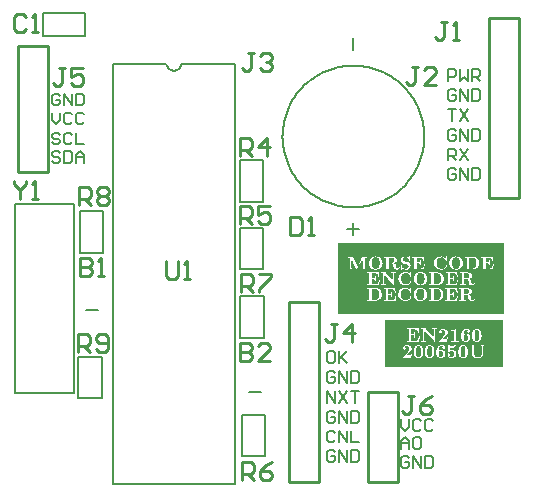
<source format=gto>
G04*
G04 #@! TF.GenerationSoftware,Altium Limited,Altium Designer,23.4.1 (23)*
G04*
G04 Layer_Color=65535*
%FSLAX44Y44*%
%MOMM*%
G71*
G04*
G04 #@! TF.SameCoordinates,22DA07C4-7428-49AA-B022-60C06839F0DC*
G04*
G04*
G04 #@! TF.FilePolarity,Positive*
G04*
G01*
G75*
%ADD10C,0.1270*%
%ADD11C,0.2000*%
%ADD12C,0.2540*%
G36*
X418750Y124369D02*
Y103250D01*
X318750D01*
Y124369D01*
Y143250D01*
X418750D01*
Y124369D01*
D02*
G37*
G36*
X419250Y185586D02*
Y172324D01*
Y147886D01*
X279250D01*
Y172324D01*
Y185586D01*
Y207886D01*
X419250D01*
Y185586D01*
D02*
G37*
%LPC*%
G36*
X362896Y135833D02*
X362774Y135818D01*
X362621D01*
X362285Y135803D01*
X361919Y135787D01*
X361568D01*
X361232Y135772D01*
X359919D01*
X359690Y135787D01*
X359308D01*
X359156Y135803D01*
X358881D01*
X358774Y135818D01*
X358606D01*
X358560Y135833D01*
X358484D01*
Y135070D01*
X358896D01*
X359202Y135055D01*
X359354D01*
X359476Y135040D01*
X359583Y135024D01*
X359675D01*
X359736Y135009D01*
X359751D01*
X359873Y134994D01*
X359980Y134978D01*
X360041Y134963D01*
X360102Y134948D01*
X360148Y134933D01*
X360163D01*
X360178Y134917D01*
X360209Y134887D01*
X360224Y134841D01*
X360240Y134734D01*
X360255Y134627D01*
Y134597D01*
Y134581D01*
Y127910D01*
X353691Y135604D01*
X353599Y135696D01*
X353538Y135757D01*
X353492Y135787D01*
X353477D01*
X353447Y135803D01*
X353401Y135818D01*
X353294Y135833D01*
X349401D01*
Y135070D01*
X351172D01*
Y125789D01*
Y125697D01*
X351157Y125621D01*
X351141Y125560D01*
Y125514D01*
X351111Y125468D01*
X351096Y125453D01*
X351065Y125437D01*
X351004Y125407D01*
X350882Y125392D01*
X350806Y125377D01*
X350760Y125361D01*
X350699D01*
X350378Y125331D01*
X350225D01*
X350088Y125315D01*
X349401D01*
Y124552D01*
X349523Y124567D01*
X349676D01*
X349996Y124583D01*
X350363D01*
X350729Y124598D01*
X352576D01*
X352790Y124583D01*
X353279D01*
X353401Y124567D01*
X353675D01*
X353736Y124552D01*
X353813D01*
Y125315D01*
X353401D01*
X353080Y125331D01*
X352927D01*
X352805Y125346D01*
X352683D01*
X352607Y125361D01*
X352531D01*
X352408Y125377D01*
X352317Y125392D01*
X352240Y125407D01*
X352179Y125422D01*
X352149Y125437D01*
X352118D01*
X352103Y125453D01*
X352088Y125483D01*
X352073Y125529D01*
X352057Y125651D01*
X352042Y125743D01*
Y125773D01*
Y125789D01*
Y134398D01*
X360240Y124766D01*
X360316Y124674D01*
X360377Y124613D01*
X360392Y124598D01*
X360407Y124583D01*
X360468Y124567D01*
X360560Y124552D01*
X360774D01*
X360865Y124567D01*
X360927Y124583D01*
X360972Y124598D01*
X361033Y124628D01*
X361049Y124644D01*
X361079Y124690D01*
X361094Y124751D01*
X361110Y124903D01*
X361125Y124964D01*
Y125025D01*
Y125056D01*
Y125071D01*
Y134581D01*
Y134673D01*
X361140Y134749D01*
Y134810D01*
X361156Y134856D01*
X361171Y134902D01*
X361186Y134917D01*
X361217Y134933D01*
X361278Y134963D01*
X361415Y134994D01*
X361476D01*
X361537Y135009D01*
X361583D01*
X361903Y135040D01*
X362056Y135055D01*
X362193Y135070D01*
X362896D01*
Y135833D01*
D02*
G37*
G36*
X388206Y135345D02*
X388084D01*
X387748Y135330D01*
X387427Y135299D01*
X387137Y135253D01*
X386878Y135192D01*
X386664Y135131D01*
X386496Y135085D01*
X386420Y135070D01*
X386389Y135055D01*
X386359Y135040D01*
X386343D01*
X386038Y134917D01*
X385748Y134780D01*
X385489Y134627D01*
X385260Y134475D01*
X385061Y134337D01*
X384908Y134230D01*
X384863Y134185D01*
X384817Y134154D01*
X384802Y134124D01*
X384786D01*
X384527Y133864D01*
X384298Y133589D01*
X384084Y133299D01*
X383916Y133009D01*
X383779Y132765D01*
X383718Y132643D01*
X383672Y132551D01*
X383641Y132475D01*
X383611Y132414D01*
X383596Y132383D01*
Y132368D01*
X383443Y131925D01*
X383336Y131483D01*
X383260Y131040D01*
X383214Y130643D01*
X383184Y130460D01*
Y130292D01*
X383168Y130139D01*
X383153Y130002D01*
Y129758D01*
X383168Y129330D01*
X383184Y128918D01*
X383229Y128536D01*
X383275Y128170D01*
X383336Y127834D01*
X383412Y127529D01*
X383489Y127254D01*
X383565Y126995D01*
X383626Y126766D01*
X383703Y126567D01*
X383779Y126399D01*
X383840Y126262D01*
X383886Y126140D01*
X383932Y126063D01*
X383947Y126018D01*
X383962Y126002D01*
X384160Y125712D01*
X384389Y125468D01*
X384634Y125239D01*
X384878Y125056D01*
X385137Y124903D01*
X385412Y124766D01*
X385672Y124659D01*
X385916Y124567D01*
X386160Y124506D01*
X386389Y124461D01*
X386588Y124415D01*
X386756Y124399D01*
X386908Y124384D01*
X387015Y124369D01*
X387107D01*
X387427Y124384D01*
X387733Y124415D01*
X388007Y124461D01*
X388282Y124522D01*
X388526Y124598D01*
X388755Y124674D01*
X388969Y124766D01*
X389168Y124858D01*
X389335Y124934D01*
X389488Y125025D01*
X389610Y125102D01*
X389717Y125178D01*
X389809Y125239D01*
X389870Y125285D01*
X389900Y125315D01*
X389916Y125331D01*
X390099Y125514D01*
X390267Y125712D01*
X390404Y125926D01*
X390541Y126140D01*
X390633Y126354D01*
X390725Y126567D01*
X390801Y126781D01*
X390847Y126979D01*
X390892Y127178D01*
X390923Y127346D01*
X390953Y127514D01*
X390969Y127636D01*
X390984Y127758D01*
Y127910D01*
X390969Y128216D01*
X390938Y128506D01*
X390892Y128765D01*
X390816Y129010D01*
X390740Y129254D01*
X390648Y129452D01*
X390557Y129651D01*
X390465Y129819D01*
X390358Y129971D01*
X390267Y130109D01*
X390175Y130231D01*
X390099Y130323D01*
X390022Y130399D01*
X389977Y130445D01*
X389946Y130475D01*
X389931Y130490D01*
X389732Y130658D01*
X389519Y130796D01*
X389305Y130918D01*
X389091Y131025D01*
X388862Y131116D01*
X388648Y131193D01*
X388252Y131299D01*
X388053Y131345D01*
X387885Y131376D01*
X387733Y131391D01*
X387595Y131406D01*
X387488Y131422D01*
X387336D01*
X387107Y131406D01*
X386878Y131361D01*
X386664Y131299D01*
X386481Y131223D01*
X386130Y131025D01*
X385855Y130796D01*
X385733Y130674D01*
X385626Y130552D01*
X385534Y130445D01*
X385473Y130353D01*
X385412Y130277D01*
X385366Y130216D01*
X385351Y130170D01*
X385336Y130155D01*
Y130475D01*
Y130811D01*
X385351Y131131D01*
X385382Y131422D01*
X385412Y131696D01*
X385443Y131956D01*
X385489Y132185D01*
X385534Y132399D01*
X385580Y132582D01*
X385611Y132750D01*
X385657Y132902D01*
X385702Y133024D01*
X385733Y133131D01*
X385763Y133208D01*
X385794Y133269D01*
X385809Y133299D01*
Y133315D01*
X385931Y133528D01*
X386084Y133711D01*
X386236Y133879D01*
X386389Y134017D01*
X386527Y134139D01*
X386633Y134215D01*
X386710Y134276D01*
X386740Y134291D01*
X386984Y134429D01*
X387214Y134521D01*
X387458Y134597D01*
X387656Y134643D01*
X387839Y134673D01*
X387992Y134688D01*
X388114D01*
X388404Y134658D01*
X388648Y134612D01*
X388862Y134536D01*
X389030Y134459D01*
X389168Y134383D01*
X389274Y134307D01*
X389335Y134261D01*
X389351Y134246D01*
X389198Y134215D01*
X389076Y134169D01*
X388954Y134108D01*
X388862Y134062D01*
X388786Y134001D01*
X388740Y133956D01*
X388709Y133925D01*
X388694Y133910D01*
X388618Y133803D01*
X388557Y133696D01*
X388526Y133574D01*
X388496Y133467D01*
X388481Y133376D01*
X388465Y133299D01*
Y133253D01*
Y133238D01*
X388481Y133085D01*
X388511Y132948D01*
X388557Y132841D01*
X388603Y132734D01*
X388648Y132643D01*
X388694Y132582D01*
X388725Y132551D01*
X388740Y132536D01*
X388862Y132444D01*
X388984Y132368D01*
X389106Y132322D01*
X389229Y132276D01*
X389335Y132261D01*
X389412Y132246D01*
X389488D01*
X389656Y132261D01*
X389824Y132292D01*
X389946Y132338D01*
X390068Y132383D01*
X390145Y132429D01*
X390221Y132475D01*
X390251Y132505D01*
X390267Y132521D01*
X390373Y132643D01*
X390450Y132765D01*
X390496Y132887D01*
X390541Y133009D01*
X390557Y133116D01*
X390572Y133208D01*
Y133269D01*
Y133284D01*
X390541Y133589D01*
X390480Y133879D01*
X390373Y134124D01*
X390267Y134337D01*
X390145Y134505D01*
X390038Y134627D01*
X389977Y134704D01*
X389946Y134734D01*
X389687Y134933D01*
X389397Y135085D01*
X389076Y135192D01*
X388786Y135268D01*
X388511Y135314D01*
X388389Y135330D01*
X388282D01*
X388206Y135345D01*
D02*
G37*
G36*
X347203Y135742D02*
X336990D01*
Y134978D01*
X338761D01*
Y125315D01*
X336990D01*
Y124552D01*
X347478D01*
X348241Y129055D01*
X347462D01*
X347417Y128827D01*
X347371Y128613D01*
X347325Y128430D01*
X347295Y128277D01*
X347264Y128155D01*
X347249Y128063D01*
X347233Y128002D01*
Y127987D01*
X347157Y127666D01*
X347111Y127514D01*
X347081Y127376D01*
X347035Y127254D01*
X347005Y127163D01*
X346989Y127101D01*
X346974Y127086D01*
X346913Y126918D01*
X346837Y126766D01*
X346760Y126643D01*
X346684Y126521D01*
X346623Y126445D01*
X346577Y126369D01*
X346547Y126338D01*
X346531Y126323D01*
X346317Y126109D01*
X346088Y125941D01*
X345997Y125865D01*
X345921Y125819D01*
X345875Y125789D01*
X345860Y125773D01*
X345707Y125682D01*
X345539Y125621D01*
X345386Y125560D01*
X345234Y125514D01*
X345096Y125468D01*
X344989Y125437D01*
X344928Y125422D01*
X344898D01*
X344684Y125392D01*
X344455Y125361D01*
X344241Y125346D01*
X344028Y125331D01*
X343844Y125315D01*
X341097D01*
Y129971D01*
X342196D01*
X342379Y129956D01*
X342532Y129926D01*
X342684Y129895D01*
X342822Y129865D01*
X342929Y129834D01*
X343127Y129742D01*
X343264Y129666D01*
X343356Y129590D01*
X343402Y129529D01*
X343417Y129513D01*
X343524Y129330D01*
X343615Y129101D01*
X343677Y128857D01*
X343707Y128613D01*
X343738Y128399D01*
X343753Y128216D01*
Y128139D01*
Y128094D01*
Y128063D01*
Y128048D01*
X344516D01*
Y132658D01*
X343753D01*
X343738Y132292D01*
X343707Y131986D01*
X343646Y131727D01*
X343585Y131528D01*
X343524Y131376D01*
X343463Y131269D01*
X343432Y131193D01*
X343417Y131177D01*
X343356Y131101D01*
X343264Y131025D01*
X343066Y130918D01*
X342822Y130842D01*
X342593Y130796D01*
X342364Y130765D01*
X342181Y130735D01*
X341097D01*
Y134978D01*
X343860D01*
X344119Y134948D01*
X344348Y134933D01*
X344547Y134902D01*
X344699Y134872D01*
X344822Y134856D01*
X344883Y134826D01*
X344913D01*
X345112Y134765D01*
X345295Y134704D01*
X345447Y134643D01*
X345585Y134581D01*
X345692Y134521D01*
X345768Y134475D01*
X345814Y134444D01*
X345829Y134429D01*
X345951Y134337D01*
X346073Y134215D01*
X346165Y134108D01*
X346256Y134001D01*
X346317Y133910D01*
X346363Y133834D01*
X346394Y133772D01*
X346409Y133757D01*
X346562Y133437D01*
X346623Y133299D01*
X346669Y133162D01*
X346699Y133055D01*
X346730Y132963D01*
X346745Y132902D01*
Y132887D01*
X346791Y132719D01*
X346821Y132536D01*
X346852Y132353D01*
X346882Y132185D01*
X346898Y132017D01*
X346913Y131895D01*
X346928Y131819D01*
Y131803D01*
Y131788D01*
X347707D01*
X347203Y135742D01*
D02*
G37*
G36*
X378344Y135314D02*
X378298D01*
X378161Y135299D01*
X378039Y135253D01*
X377978Y135207D01*
X377947Y135192D01*
X377703Y135024D01*
X377444Y134887D01*
X377169Y134765D01*
X376894Y134658D01*
X376619Y134566D01*
X376345Y134490D01*
X375810Y134383D01*
X375566Y134337D01*
X375337Y134307D01*
X375139Y134291D01*
X374955Y134276D01*
X374818Y134261D01*
X374299D01*
Y133498D01*
X374635D01*
X375062Y133513D01*
X375459Y133544D01*
X375841Y133604D01*
X376161Y133666D01*
X376314Y133681D01*
X376436Y133711D01*
X376558Y133742D01*
X376650Y133772D01*
X376726Y133788D01*
X376787Y133803D01*
X376818Y133818D01*
X376833D01*
Y125315D01*
X374482D01*
Y124552D01*
X374635Y124567D01*
X375047D01*
X375307Y124583D01*
X375841D01*
X376406Y124598D01*
X379382D01*
X379688Y124583D01*
X380405D01*
X380573Y124567D01*
X380939D01*
X381001Y124552D01*
X381092D01*
Y125315D01*
X378711D01*
Y134780D01*
Y134887D01*
X378695Y134978D01*
X378680Y135055D01*
Y135116D01*
X378650Y135192D01*
X378634Y135207D01*
X378604Y135238D01*
X378558Y135268D01*
X378451Y135299D01*
X378344Y135314D01*
D02*
G37*
G36*
X368162D02*
X367720D01*
X367460Y135284D01*
X366972Y135207D01*
X366758Y135146D01*
X366544Y135085D01*
X366361Y135024D01*
X366178Y134963D01*
X366025Y134902D01*
X365888Y134841D01*
X365766Y134780D01*
X365674Y134719D01*
X365598Y134673D01*
X365537Y134643D01*
X365506Y134627D01*
X365491Y134612D01*
X365323Y134475D01*
X365170Y134337D01*
X365033Y134185D01*
X364911Y134032D01*
X364819Y133895D01*
X364743Y133742D01*
X364621Y133452D01*
X364544Y133208D01*
X364529Y133101D01*
X364514Y133009D01*
X364499Y132933D01*
Y132826D01*
X364514Y132597D01*
X364560Y132414D01*
X364621Y132246D01*
X364682Y132124D01*
X364743Y132017D01*
X364804Y131956D01*
X364850Y131910D01*
X364865Y131895D01*
X365002Y131803D01*
X365155Y131742D01*
X365277Y131681D01*
X365399Y131651D01*
X365506Y131635D01*
X365583Y131620D01*
X365659D01*
X365811Y131635D01*
X365964Y131666D01*
X366101Y131712D01*
X366224Y131773D01*
X366315Y131819D01*
X366391Y131864D01*
X366437Y131895D01*
X366453Y131910D01*
X366575Y132032D01*
X366666Y132185D01*
X366743Y132322D01*
X366788Y132475D01*
X366819Y132597D01*
X366834Y132704D01*
Y132765D01*
Y132795D01*
X366819Y132933D01*
X366804Y133055D01*
X366773Y133177D01*
X366743Y133269D01*
X366697Y133345D01*
X366666Y133406D01*
X366651Y133437D01*
X366636Y133452D01*
X366559Y133559D01*
X366498Y133635D01*
X366422Y133696D01*
X366376Y133757D01*
X366285Y133818D01*
X366269Y133834D01*
X366254D01*
X366132Y133895D01*
X366010Y133940D01*
X365934Y133956D01*
X365918Y133971D01*
X365903D01*
X366178Y134169D01*
X366453Y134307D01*
X366743Y134414D01*
X367002Y134475D01*
X367231Y134521D01*
X367338Y134536D01*
X367414D01*
X367491Y134551D01*
X367765D01*
X367949Y134521D01*
X368269Y134444D01*
X368544Y134337D01*
X368773Y134215D01*
X368941Y134078D01*
X369078Y133971D01*
X369155Y133895D01*
X369185Y133879D01*
Y133864D01*
X369384Y133589D01*
X369521Y133315D01*
X369628Y133024D01*
X369689Y132765D01*
X369735Y132536D01*
X369750Y132429D01*
Y132353D01*
X369765Y132276D01*
Y132231D01*
Y132200D01*
Y132185D01*
X369750Y131880D01*
X369689Y131574D01*
X369597Y131269D01*
X369490Y130979D01*
X369353Y130689D01*
X369200Y130399D01*
X369032Y130124D01*
X368880Y129880D01*
X368712Y129635D01*
X368544Y129422D01*
X368391Y129239D01*
X368254Y129071D01*
X368147Y128949D01*
X368055Y128842D01*
X367994Y128781D01*
X367979Y128765D01*
X364697Y125392D01*
X364621Y125300D01*
X364560Y125239D01*
X364529Y125193D01*
Y125178D01*
X364514Y125147D01*
Y125086D01*
X364499Y124980D01*
Y124552D01*
X371475D01*
X371994Y128201D01*
X371231D01*
X371185Y127956D01*
X371139Y127743D01*
X371109Y127544D01*
X371063Y127376D01*
X371032Y127239D01*
X370986Y127117D01*
X370956Y127010D01*
X370925Y126934D01*
X370895Y126857D01*
X370864Y126811D01*
X370818Y126750D01*
X370803Y126720D01*
X370788Y126705D01*
X370742Y126689D01*
X370666Y126674D01*
X370574Y126659D01*
X370452D01*
X370177Y126628D01*
X369887D01*
X369597Y126613D01*
X366727D01*
X367017Y126857D01*
X367292Y127071D01*
X367536Y127285D01*
X367781Y127468D01*
X367994Y127636D01*
X368178Y127788D01*
X368361Y127941D01*
X368513Y128063D01*
X368651Y128170D01*
X368773Y128262D01*
X368865Y128338D01*
X368956Y128399D01*
X369017Y128445D01*
X369063Y128475D01*
X369078Y128506D01*
X369094D01*
X369399Y128735D01*
X369658Y128918D01*
X369887Y129086D01*
X370055Y129223D01*
X370193Y129315D01*
X370284Y129391D01*
X370345Y129437D01*
X370360Y129452D01*
X370513Y129574D01*
X370666Y129712D01*
X370803Y129849D01*
X370925Y129971D01*
X371032Y130093D01*
X371124Y130185D01*
X371185Y130246D01*
X371200Y130261D01*
X371353Y130445D01*
X371490Y130612D01*
X371597Y130765D01*
X371689Y130918D01*
X371750Y131025D01*
X371796Y131116D01*
X371826Y131177D01*
Y131193D01*
X371887Y131361D01*
X371918Y131544D01*
X371948Y131712D01*
X371979Y131864D01*
Y132002D01*
X371994Y132124D01*
Y132215D01*
X371979Y132475D01*
X371948Y132704D01*
X371887Y132933D01*
X371811Y133147D01*
X371734Y133345D01*
X371643Y133544D01*
X371536Y133711D01*
X371429Y133864D01*
X371322Y134001D01*
X371215Y134124D01*
X371124Y134215D01*
X371048Y134307D01*
X370971Y134368D01*
X370910Y134414D01*
X370880Y134444D01*
X370864Y134459D01*
X370651Y134612D01*
X370422Y134749D01*
X370177Y134856D01*
X369933Y134948D01*
X369460Y135100D01*
X369002Y135207D01*
X368803Y135238D01*
X368605Y135268D01*
X368437Y135284D01*
X368284Y135299D01*
X368162Y135314D01*
D02*
G37*
G36*
X396663Y135330D02*
X396525D01*
X396220Y135314D01*
X395945Y135299D01*
X395701Y135253D01*
X395472Y135207D01*
X395289Y135162D01*
X395167Y135131D01*
X395075Y135100D01*
X395060Y135085D01*
X395045D01*
X394816Y134994D01*
X394617Y134902D01*
X394434Y134810D01*
X394281Y134719D01*
X394159Y134643D01*
X394068Y134581D01*
X394007Y134536D01*
X393991Y134521D01*
X393854Y134383D01*
X393717Y134246D01*
X393595Y134093D01*
X393488Y133956D01*
X393411Y133834D01*
X393350Y133727D01*
X393304Y133666D01*
X393289Y133635D01*
X393182Y133437D01*
X393106Y133253D01*
X393030Y133085D01*
X392969Y132948D01*
X392923Y132826D01*
X392892Y132734D01*
X392862Y132673D01*
Y132658D01*
X392816Y132490D01*
X392770Y132307D01*
X392724Y132124D01*
X392694Y131956D01*
X392663Y131803D01*
X392648Y131681D01*
X392633Y131605D01*
Y131574D01*
X392602Y131361D01*
X392587Y131162D01*
X392572Y130994D01*
X392556Y130857D01*
Y130750D01*
X392541Y130674D01*
Y128964D01*
X392556Y128827D01*
Y128674D01*
X392587Y128369D01*
X392602Y128231D01*
X392617Y128124D01*
X392633Y128048D01*
Y128017D01*
X392663Y127788D01*
X392709Y127590D01*
X392740Y127407D01*
X392785Y127254D01*
X392816Y127132D01*
X392846Y127040D01*
X392862Y126979D01*
Y126964D01*
X392984Y126628D01*
X393060Y126476D01*
X393121Y126323D01*
X393198Y126201D01*
X393243Y126094D01*
X393274Y126033D01*
X393289Y126002D01*
X393411Y125819D01*
X393533Y125651D01*
X393640Y125499D01*
X393762Y125377D01*
X393854Y125285D01*
X393930Y125209D01*
X393976Y125163D01*
X393991Y125147D01*
X394159Y125025D01*
X394327Y124934D01*
X394510Y124827D01*
X394678Y124751D01*
X394816Y124690D01*
X394938Y124644D01*
X395014Y124613D01*
X395045Y124598D01*
X395304Y124522D01*
X395548Y124461D01*
X395808Y124430D01*
X396037Y124399D01*
X396235Y124384D01*
X396388Y124369D01*
X396525D01*
X396815Y124384D01*
X397090Y124399D01*
X397335Y124430D01*
X397548Y124476D01*
X397731Y124522D01*
X397869Y124552D01*
X397945Y124567D01*
X397976Y124583D01*
X398205Y124674D01*
X398418Y124766D01*
X398601Y124858D01*
X398754Y124949D01*
X398876Y125025D01*
X398968Y125086D01*
X399029Y125117D01*
X399044Y125132D01*
X399197Y125270D01*
X399334Y125407D01*
X399441Y125544D01*
X399548Y125682D01*
X399640Y125804D01*
X399701Y125896D01*
X399731Y125972D01*
X399746Y125987D01*
X399853Y126186D01*
X399930Y126369D01*
X400006Y126521D01*
X400067Y126674D01*
X400113Y126781D01*
X400143Y126873D01*
X400174Y126934D01*
Y126949D01*
X400235Y127117D01*
X400281Y127300D01*
X400311Y127483D01*
X400342Y127636D01*
X400372Y127788D01*
X400388Y127895D01*
X400403Y127972D01*
Y128002D01*
X400433Y128231D01*
X400449Y128414D01*
X400464Y128582D01*
X400479Y128720D01*
Y128827D01*
X400494Y128903D01*
Y128949D01*
Y128964D01*
X400510Y129239D01*
Y130384D01*
X400494Y130490D01*
Y130552D01*
Y130597D01*
Y130612D01*
X400479Y130750D01*
Y130903D01*
X400464Y131070D01*
X400449Y131223D01*
X400433Y131361D01*
X400418Y131467D01*
X400403Y131544D01*
Y131574D01*
X400372Y131803D01*
X400342Y132017D01*
X400296Y132200D01*
X400265Y132353D01*
X400220Y132475D01*
X400204Y132566D01*
X400174Y132627D01*
Y132643D01*
X400052Y132979D01*
X399975Y133147D01*
X399914Y133299D01*
X399853Y133437D01*
X399792Y133544D01*
X399762Y133604D01*
X399746Y133635D01*
X399640Y133834D01*
X399517Y134001D01*
X399395Y134154D01*
X399288Y134276D01*
X399197Y134368D01*
X399120Y134444D01*
X399059Y134490D01*
X399044Y134505D01*
X398892Y134627D01*
X398708Y134734D01*
X398540Y134841D01*
X398372Y134917D01*
X398220Y134994D01*
X398098Y135040D01*
X398021Y135070D01*
X398006Y135085D01*
X397991D01*
X397747Y135162D01*
X397487Y135223D01*
X397243Y135268D01*
X397014Y135299D01*
X396815Y135314D01*
X396663Y135330D01*
D02*
G37*
G36*
X403555Y122131D02*
X403433Y122116D01*
X403280D01*
X402944Y122100D01*
X402578Y122085D01*
X402227D01*
X401891Y122070D01*
X400578D01*
X400365Y122085D01*
X399983D01*
X399815Y122100D01*
X399540D01*
X399434Y122116D01*
X399266D01*
X399220Y122131D01*
X399143D01*
Y121368D01*
X399540D01*
X399861Y121353D01*
X399998D01*
X400136Y121337D01*
X400243Y121322D01*
X400334D01*
X400395Y121307D01*
X400410D01*
X400533Y121292D01*
X400639Y121276D01*
X400700Y121261D01*
X400762Y121246D01*
X400807Y121230D01*
X400823D01*
X400838Y121215D01*
X400868Y121185D01*
X400884Y121139D01*
X400899Y121032D01*
X400914Y120925D01*
Y120895D01*
Y120879D01*
Y114666D01*
X400899Y114346D01*
X400868Y114056D01*
X400807Y113796D01*
X400762Y113582D01*
X400700Y113399D01*
X400639Y113262D01*
X400609Y113170D01*
X400594Y113155D01*
Y113140D01*
X400471Y112911D01*
X400334Y112712D01*
X400197Y112544D01*
X400075Y112392D01*
X399953Y112285D01*
X399861Y112193D01*
X399800Y112148D01*
X399769Y112132D01*
X399571Y112010D01*
X399388Y111888D01*
X399189Y111796D01*
X399021Y111735D01*
X398869Y111674D01*
X398746Y111629D01*
X398670Y111613D01*
X398640Y111598D01*
X398411Y111537D01*
X398166Y111506D01*
X397938Y111476D01*
X397739Y111445D01*
X397571D01*
X397434Y111430D01*
X397312D01*
X397021Y111445D01*
X396747Y111476D01*
X396502Y111506D01*
X396304Y111552D01*
X396136Y111598D01*
X396014Y111644D01*
X395938Y111659D01*
X395907Y111674D01*
X395709Y111766D01*
X395526Y111857D01*
X395373Y111949D01*
X395251Y112041D01*
X395159Y112117D01*
X395098Y112178D01*
X395052Y112208D01*
X395037Y112224D01*
X394945Y112346D01*
X394854Y112483D01*
X394716Y112743D01*
X394671Y112865D01*
X394640Y112956D01*
X394610Y113018D01*
Y113033D01*
X394564Y113216D01*
X394518Y113369D01*
X394487Y113506D01*
X394457Y113613D01*
X394442Y113705D01*
Y113766D01*
X394426Y113796D01*
Y113811D01*
X394411Y114040D01*
Y114269D01*
Y114361D01*
Y114437D01*
Y114483D01*
Y114498D01*
Y121368D01*
X396182D01*
Y122131D01*
X396045Y122116D01*
X395877D01*
X395678Y122100D01*
X395465D01*
X395220Y122085D01*
X394472D01*
X394228Y122070D01*
X392106D01*
X391801Y122085D01*
X391297D01*
X391083Y122100D01*
X390747D01*
X390625Y122116D01*
X390442D01*
X390381Y122131D01*
X390305D01*
Y121368D01*
X392076D01*
Y114651D01*
X392091Y114330D01*
X392137Y114025D01*
X392198Y113735D01*
X392289Y113476D01*
X392396Y113216D01*
X392503Y112972D01*
X392625Y112758D01*
X392762Y112560D01*
X392885Y112392D01*
X393007Y112224D01*
X393114Y112102D01*
X393220Y111980D01*
X393312Y111903D01*
X393373Y111827D01*
X393419Y111796D01*
X393434Y111781D01*
X393709Y111583D01*
X393984Y111415D01*
X394289Y111262D01*
X394610Y111140D01*
X394915Y111033D01*
X395235Y110941D01*
X395556Y110865D01*
X395846Y110804D01*
X396136Y110758D01*
X396396Y110728D01*
X396640Y110697D01*
X396838Y110682D01*
X397021D01*
X397144Y110667D01*
X397251D01*
X397647Y110682D01*
X398029Y110712D01*
X398380Y110774D01*
X398716Y110850D01*
X399021Y110926D01*
X399296Y111033D01*
X399540Y111140D01*
X399769Y111247D01*
X399968Y111354D01*
X400136Y111445D01*
X400288Y111552D01*
X400410Y111629D01*
X400502Y111705D01*
X400563Y111766D01*
X400609Y111796D01*
X400624Y111812D01*
X400823Y112025D01*
X401006Y112254D01*
X401158Y112499D01*
X401296Y112728D01*
X401403Y112972D01*
X401494Y113201D01*
X401586Y113430D01*
X401647Y113644D01*
X401693Y113842D01*
X401723Y114025D01*
X401754Y114193D01*
X401769Y114330D01*
X401784Y114453D01*
Y114529D01*
Y114590D01*
Y114605D01*
Y120879D01*
Y120971D01*
X401800Y121047D01*
Y121108D01*
X401815Y121154D01*
X401830Y121200D01*
X401845Y121215D01*
X401876Y121230D01*
X401937Y121261D01*
X402074Y121292D01*
X402151D01*
X402197Y121307D01*
X402258D01*
X402548Y121337D01*
X402700Y121353D01*
X402838Y121368D01*
X403555D01*
Y122131D01*
D02*
G37*
G36*
X378321Y121597D02*
X378276D01*
X378215Y121581D01*
X378138Y121566D01*
X378062Y121536D01*
X378047Y121520D01*
X378031D01*
X377589Y121383D01*
X377146Y121276D01*
X376719Y121200D01*
X376337Y121154D01*
X376169Y121124D01*
X376001D01*
X375864Y121108D01*
X375757Y121093D01*
X375528D01*
X375070Y121108D01*
X374612Y121154D01*
X374184Y121230D01*
X373788Y121307D01*
X373620Y121353D01*
X373452Y121383D01*
X373314Y121429D01*
X373192Y121459D01*
X373101Y121475D01*
X373024Y121505D01*
X372979Y121520D01*
X372963D01*
X372902Y121551D01*
X372856Y121566D01*
X372795Y121581D01*
X372765Y121597D01*
X372688Y121581D01*
X372643Y121566D01*
X372612Y121536D01*
X372597Y121520D01*
X372551Y121429D01*
X372536Y121398D01*
Y121383D01*
Y121322D01*
Y121246D01*
Y121185D01*
Y121154D01*
Y116361D01*
Y116254D01*
X372551Y116162D01*
Y116117D01*
Y116101D01*
X372566Y116040D01*
X372597Y115979D01*
X372627Y115949D01*
X372643Y115933D01*
X372719Y115887D01*
X372795Y115872D01*
X372856Y115857D01*
X372887D01*
X372963Y115872D01*
X373024Y115887D01*
X373146Y115964D01*
X373223Y116025D01*
X373253Y116040D01*
Y116055D01*
X373406Y116223D01*
X373574Y116361D01*
X373742Y116483D01*
X373925Y116590D01*
X374108Y116681D01*
X374291Y116758D01*
X374642Y116865D01*
X374963Y116941D01*
X375100Y116956D01*
X375223Y116971D01*
X375314Y116987D01*
X375604D01*
X375742Y116956D01*
X375864Y116925D01*
X375970Y116895D01*
X376062Y116865D01*
X376123Y116834D01*
X376154Y116819D01*
X376169Y116803D01*
X376367Y116666D01*
X376505Y116529D01*
X376581Y116437D01*
X376612Y116406D01*
Y116391D01*
X376673Y116300D01*
X376703Y116193D01*
X376780Y115979D01*
X376795Y115887D01*
X376810Y115811D01*
X376825Y115750D01*
Y115735D01*
X376856Y115582D01*
X376871Y115445D01*
X376886Y115323D01*
X376902Y115216D01*
Y115140D01*
X376917Y115063D01*
Y115033D01*
Y115017D01*
Y114910D01*
X376932Y114773D01*
Y114514D01*
Y114407D01*
Y114315D01*
Y114254D01*
Y114224D01*
Y114101D01*
Y113995D01*
Y113903D01*
Y113811D01*
X376917Y113750D01*
Y113705D01*
Y113689D01*
Y113674D01*
X376902Y113506D01*
X376886Y113323D01*
Y113247D01*
X376871Y113186D01*
Y113140D01*
Y113125D01*
X376841Y112895D01*
X376825Y112804D01*
X376810Y112728D01*
X376795Y112667D01*
X376780Y112621D01*
X376764Y112590D01*
Y112575D01*
X376703Y112422D01*
X376627Y112270D01*
X376596Y112208D01*
X376581Y112163D01*
X376551Y112132D01*
Y112117D01*
X376444Y111949D01*
X376322Y111827D01*
X376230Y111751D01*
X376215Y111720D01*
X376199D01*
X376032Y111613D01*
X375864Y111537D01*
X375787Y111506D01*
X375742Y111491D01*
X375696Y111476D01*
X375681D01*
X375436Y111430D01*
X375192Y111399D01*
X375100Y111384D01*
X374948D01*
X374703Y111399D01*
X374459Y111430D01*
X374246Y111476D01*
X374032Y111537D01*
X373849Y111613D01*
X373681Y111705D01*
X373513Y111796D01*
X373375Y111888D01*
X373238Y111980D01*
X373131Y112071D01*
X373040Y112163D01*
X372963Y112239D01*
X372902Y112300D01*
X372856Y112346D01*
X372841Y112376D01*
X372826Y112392D01*
X372994Y112422D01*
X373146Y112453D01*
X373269Y112514D01*
X373375Y112560D01*
X373467Y112621D01*
X373528Y112667D01*
X373574Y112697D01*
X373589Y112712D01*
X373696Y112834D01*
X373772Y112956D01*
X373818Y113094D01*
X373864Y113216D01*
X373879Y113323D01*
X373895Y113414D01*
Y113476D01*
Y113491D01*
X373879Y113689D01*
X373833Y113857D01*
X373772Y114010D01*
X373711Y114117D01*
X373650Y114208D01*
X373589Y114285D01*
X373543Y114315D01*
X373528Y114330D01*
X373391Y114422D01*
X373269Y114483D01*
X373146Y114544D01*
X373024Y114575D01*
X372933Y114590D01*
X372856Y114605D01*
X372795D01*
X372643Y114590D01*
X372505Y114575D01*
X372444Y114559D01*
X372414Y114544D01*
X372383Y114529D01*
X372368D01*
X372276Y114498D01*
X372200Y114453D01*
X372047Y114330D01*
X371986Y114269D01*
X371940Y114224D01*
X371910Y114193D01*
X371895Y114178D01*
X371818Y114071D01*
X371757Y113949D01*
X371727Y113827D01*
X371696Y113720D01*
X371681Y113613D01*
X371666Y113537D01*
Y113460D01*
X371681Y113262D01*
X371712Y113063D01*
X371757Y112865D01*
X371818Y112697D01*
X371956Y112361D01*
X372139Y112071D01*
X372307Y111842D01*
X372383Y111735D01*
X372459Y111659D01*
X372505Y111598D01*
X372551Y111552D01*
X372582Y111522D01*
X372597Y111506D01*
X372780Y111354D01*
X372963Y111232D01*
X373162Y111125D01*
X373360Y111018D01*
X373772Y110865D01*
X374154Y110774D01*
X374322Y110743D01*
X374490Y110712D01*
X374642Y110697D01*
X374765Y110682D01*
X374871Y110667D01*
X375009D01*
X375360Y110682D01*
X375696Y110712D01*
X376016Y110758D01*
X376306Y110819D01*
X376581Y110896D01*
X376841Y110972D01*
X377070Y111064D01*
X377283Y111155D01*
X377467Y111247D01*
X377635Y111338D01*
X377787Y111415D01*
X377894Y111491D01*
X377986Y111552D01*
X378062Y111598D01*
X378092Y111629D01*
X378108Y111644D01*
X378306Y111827D01*
X378489Y112025D01*
X378642Y112239D01*
X378779Y112453D01*
X378886Y112651D01*
X378978Y112865D01*
X379069Y113063D01*
X379131Y113262D01*
X379176Y113445D01*
X379207Y113613D01*
X379237Y113766D01*
X379253Y113888D01*
X379268Y113995D01*
Y114147D01*
X379253Y114422D01*
X379222Y114682D01*
X379176Y114926D01*
X379115Y115155D01*
X379039Y115368D01*
X378947Y115582D01*
X378871Y115765D01*
X378779Y115933D01*
X378672Y116086D01*
X378596Y116223D01*
X378505Y116330D01*
X378428Y116437D01*
X378367Y116498D01*
X378321Y116559D01*
X378291Y116590D01*
X378276Y116605D01*
X378077Y116773D01*
X377879Y116925D01*
X377650Y117063D01*
X377421Y117170D01*
X377192Y117261D01*
X376978Y117338D01*
X376535Y117460D01*
X376322Y117506D01*
X376138Y117536D01*
X375970Y117551D01*
X375818Y117567D01*
X375696Y117582D01*
X375528D01*
X375070Y117551D01*
X374642Y117490D01*
X374291Y117399D01*
X373986Y117292D01*
X373849Y117231D01*
X373742Y117185D01*
X373635Y117139D01*
X373559Y117093D01*
X373498Y117063D01*
X373452Y117032D01*
X373421Y117002D01*
X373406D01*
Y119154D01*
X373635Y119124D01*
X373864Y119093D01*
X374062Y119078D01*
X374230Y119063D01*
X374383Y119047D01*
X374597D01*
X374902Y119063D01*
X375207Y119093D01*
X375467Y119139D01*
X375711Y119200D01*
X375910Y119246D01*
X376062Y119292D01*
X376123Y119307D01*
X376169Y119322D01*
X376184Y119338D01*
X376199D01*
X376474Y119444D01*
X376719Y119566D01*
X376932Y119689D01*
X377116Y119795D01*
X377268Y119887D01*
X377360Y119963D01*
X377436Y120009D01*
X377451Y120024D01*
X377619Y120177D01*
X377787Y120315D01*
X377909Y120437D01*
X378031Y120543D01*
X378108Y120635D01*
X378184Y120711D01*
X378215Y120757D01*
X378230Y120772D01*
X378321Y120895D01*
X378398Y121001D01*
X378443Y121093D01*
X378489Y121169D01*
X378505Y121230D01*
X378520Y121276D01*
Y121292D01*
Y121307D01*
X378505Y121398D01*
X378489Y121475D01*
X378443Y121520D01*
X378398Y121566D01*
X378321Y121597D01*
D02*
G37*
G36*
X367162Y121643D02*
X367040D01*
X366704Y121627D01*
X366384Y121597D01*
X366094Y121551D01*
X365834Y121490D01*
X365621Y121429D01*
X365453Y121383D01*
X365376Y121368D01*
X365346Y121353D01*
X365315Y121337D01*
X365300D01*
X364995Y121215D01*
X364705Y121078D01*
X364445Y120925D01*
X364216Y120772D01*
X364018Y120635D01*
X363865Y120528D01*
X363819Y120482D01*
X363773Y120452D01*
X363758Y120421D01*
X363743D01*
X363483Y120162D01*
X363255Y119887D01*
X363041Y119597D01*
X362873Y119307D01*
X362735Y119063D01*
X362674Y118941D01*
X362629Y118849D01*
X362598Y118773D01*
X362567Y118712D01*
X362552Y118681D01*
Y118666D01*
X362400Y118223D01*
X362293Y117780D01*
X362216Y117338D01*
X362171Y116941D01*
X362140Y116758D01*
Y116590D01*
X362125Y116437D01*
X362110Y116300D01*
Y116055D01*
X362125Y115628D01*
X362140Y115216D01*
X362186Y114834D01*
X362232Y114468D01*
X362293Y114132D01*
X362369Y113827D01*
X362445Y113552D01*
X362522Y113292D01*
X362583Y113063D01*
X362659Y112865D01*
X362735Y112697D01*
X362797Y112560D01*
X362842Y112437D01*
X362888Y112361D01*
X362903Y112315D01*
X362919Y112300D01*
X363117Y112010D01*
X363346Y111766D01*
X363590Y111537D01*
X363835Y111354D01*
X364094Y111201D01*
X364369Y111064D01*
X364628Y110957D01*
X364873Y110865D01*
X365117Y110804D01*
X365346Y110758D01*
X365544Y110712D01*
X365712Y110697D01*
X365865Y110682D01*
X365972Y110667D01*
X366063D01*
X366384Y110682D01*
X366689Y110712D01*
X366964Y110758D01*
X367239Y110819D01*
X367483Y110896D01*
X367712Y110972D01*
X367926Y111064D01*
X368124Y111155D01*
X368292Y111232D01*
X368445Y111323D01*
X368567Y111399D01*
X368674Y111476D01*
X368765Y111537D01*
X368826Y111583D01*
X368857Y111613D01*
X368872Y111629D01*
X369055Y111812D01*
X369223Y112010D01*
X369361Y112224D01*
X369498Y112437D01*
X369590Y112651D01*
X369681Y112865D01*
X369757Y113079D01*
X369803Y113277D01*
X369849Y113476D01*
X369880Y113644D01*
X369910Y113811D01*
X369925Y113933D01*
X369941Y114056D01*
Y114208D01*
X369925Y114514D01*
X369895Y114804D01*
X369849Y115063D01*
X369773Y115307D01*
X369697Y115552D01*
X369605Y115750D01*
X369513Y115949D01*
X369422Y116117D01*
X369315Y116269D01*
X369223Y116406D01*
X369132Y116529D01*
X369055Y116620D01*
X368979Y116697D01*
X368933Y116742D01*
X368903Y116773D01*
X368887Y116788D01*
X368689Y116956D01*
X368475Y117093D01*
X368261Y117216D01*
X368048Y117322D01*
X367819Y117414D01*
X367605Y117490D01*
X367208Y117597D01*
X367010Y117643D01*
X366842Y117674D01*
X366689Y117689D01*
X366552Y117704D01*
X366445Y117719D01*
X366292D01*
X366063Y117704D01*
X365834Y117658D01*
X365621Y117597D01*
X365437Y117521D01*
X365086Y117322D01*
X364812Y117093D01*
X364689Y116971D01*
X364583Y116849D01*
X364491Y116742D01*
X364430Y116651D01*
X364369Y116574D01*
X364323Y116513D01*
X364308Y116468D01*
X364292Y116452D01*
Y116773D01*
Y117109D01*
X364308Y117429D01*
X364338Y117719D01*
X364369Y117994D01*
X364399Y118254D01*
X364445Y118483D01*
X364491Y118696D01*
X364537Y118879D01*
X364567Y119047D01*
X364613Y119200D01*
X364659Y119322D01*
X364689Y119429D01*
X364720Y119505D01*
X364751Y119566D01*
X364766Y119597D01*
Y119612D01*
X364888Y119826D01*
X365041Y120009D01*
X365193Y120177D01*
X365346Y120315D01*
X365483Y120437D01*
X365590Y120513D01*
X365666Y120574D01*
X365697Y120589D01*
X365941Y120727D01*
X366170Y120818D01*
X366414Y120895D01*
X366613Y120940D01*
X366796Y120971D01*
X366949Y120986D01*
X367071D01*
X367361Y120956D01*
X367605Y120910D01*
X367819Y120834D01*
X367987Y120757D01*
X368124Y120681D01*
X368231Y120604D01*
X368292Y120559D01*
X368307Y120543D01*
X368155Y120513D01*
X368032Y120467D01*
X367910Y120406D01*
X367819Y120360D01*
X367743Y120299D01*
X367697Y120253D01*
X367666Y120223D01*
X367651Y120208D01*
X367575Y120101D01*
X367514Y119994D01*
X367483Y119872D01*
X367453Y119765D01*
X367437Y119673D01*
X367422Y119597D01*
Y119551D01*
Y119536D01*
X367437Y119383D01*
X367468Y119246D01*
X367514Y119139D01*
X367559Y119032D01*
X367605Y118941D01*
X367651Y118879D01*
X367681Y118849D01*
X367697Y118834D01*
X367819Y118742D01*
X367941Y118666D01*
X368063Y118620D01*
X368185Y118574D01*
X368292Y118559D01*
X368368Y118544D01*
X368445D01*
X368613Y118559D01*
X368781Y118589D01*
X368903Y118635D01*
X369025Y118681D01*
X369101Y118727D01*
X369177Y118773D01*
X369208Y118803D01*
X369223Y118819D01*
X369330Y118941D01*
X369406Y119063D01*
X369452Y119185D01*
X369498Y119307D01*
X369513Y119414D01*
X369529Y119505D01*
Y119566D01*
Y119582D01*
X369498Y119887D01*
X369437Y120177D01*
X369330Y120421D01*
X369223Y120635D01*
X369101Y120803D01*
X368994Y120925D01*
X368933Y121001D01*
X368903Y121032D01*
X368643Y121230D01*
X368353Y121383D01*
X368032Y121490D01*
X367743Y121566D01*
X367468Y121612D01*
X367346Y121627D01*
X367239D01*
X367162Y121643D01*
D02*
G37*
G36*
X337609Y121612D02*
X337166D01*
X336906Y121581D01*
X336418Y121505D01*
X336204Y121444D01*
X335990Y121383D01*
X335807Y121322D01*
X335624Y121261D01*
X335471Y121200D01*
X335334Y121139D01*
X335212Y121078D01*
X335120Y121017D01*
X335044Y120971D01*
X334983Y120940D01*
X334952Y120925D01*
X334937Y120910D01*
X334769Y120772D01*
X334617Y120635D01*
X334479Y120482D01*
X334357Y120330D01*
X334266Y120192D01*
X334189Y120040D01*
X334067Y119750D01*
X333991Y119505D01*
X333975Y119398D01*
X333960Y119307D01*
X333945Y119231D01*
Y119124D01*
X333960Y118895D01*
X334006Y118712D01*
X334067Y118544D01*
X334128Y118422D01*
X334189Y118315D01*
X334250Y118254D01*
X334296Y118208D01*
X334311Y118193D01*
X334449Y118101D01*
X334601Y118040D01*
X334723Y117979D01*
X334846Y117948D01*
X334952Y117933D01*
X335029Y117918D01*
X335105D01*
X335258Y117933D01*
X335410Y117964D01*
X335548Y118009D01*
X335670Y118070D01*
X335761Y118116D01*
X335838Y118162D01*
X335884Y118193D01*
X335899Y118208D01*
X336021Y118330D01*
X336113Y118483D01*
X336189Y118620D01*
X336235Y118773D01*
X336265Y118895D01*
X336281Y119002D01*
Y119063D01*
Y119093D01*
X336265Y119231D01*
X336250Y119353D01*
X336219Y119475D01*
X336189Y119566D01*
X336143Y119643D01*
X336113Y119704D01*
X336097Y119734D01*
X336082Y119750D01*
X336006Y119857D01*
X335945Y119933D01*
X335868Y119994D01*
X335822Y120055D01*
X335731Y120116D01*
X335716Y120131D01*
X335700D01*
X335578Y120192D01*
X335456Y120238D01*
X335380Y120253D01*
X335365Y120269D01*
X335349D01*
X335624Y120467D01*
X335899Y120604D01*
X336189Y120711D01*
X336448Y120772D01*
X336677Y120818D01*
X336784Y120834D01*
X336861D01*
X336937Y120849D01*
X337212D01*
X337395Y120818D01*
X337715Y120742D01*
X337990Y120635D01*
X338219Y120513D01*
X338387Y120375D01*
X338525Y120269D01*
X338601Y120192D01*
X338631Y120177D01*
Y120162D01*
X338830Y119887D01*
X338967Y119612D01*
X339074Y119322D01*
X339135Y119063D01*
X339181Y118834D01*
X339196Y118727D01*
Y118651D01*
X339212Y118574D01*
Y118528D01*
Y118498D01*
Y118483D01*
X339196Y118177D01*
X339135Y117872D01*
X339044Y117567D01*
X338937Y117277D01*
X338799Y116987D01*
X338647Y116697D01*
X338479Y116422D01*
X338326Y116178D01*
X338158Y115933D01*
X337990Y115720D01*
X337838Y115536D01*
X337700Y115368D01*
X337593Y115246D01*
X337502Y115140D01*
X337441Y115078D01*
X337425Y115063D01*
X334143Y111690D01*
X334067Y111598D01*
X334006Y111537D01*
X333975Y111491D01*
Y111476D01*
X333960Y111445D01*
Y111384D01*
X333945Y111277D01*
Y110850D01*
X340921D01*
X341440Y114498D01*
X340677D01*
X340631Y114254D01*
X340585Y114040D01*
X340555Y113842D01*
X340509Y113674D01*
X340479Y113537D01*
X340433Y113414D01*
X340402Y113308D01*
X340372Y113231D01*
X340341Y113155D01*
X340311Y113109D01*
X340265Y113048D01*
X340249Y113018D01*
X340234Y113002D01*
X340188Y112987D01*
X340112Y112972D01*
X340020Y112956D01*
X339898D01*
X339624Y112926D01*
X339334D01*
X339044Y112911D01*
X336174D01*
X336464Y113155D01*
X336739Y113369D01*
X336983Y113582D01*
X337227Y113766D01*
X337441Y113933D01*
X337624Y114086D01*
X337807Y114239D01*
X337960Y114361D01*
X338097Y114468D01*
X338219Y114559D01*
X338311Y114636D01*
X338402Y114697D01*
X338464Y114743D01*
X338509Y114773D01*
X338525Y114804D01*
X338540D01*
X338845Y115033D01*
X339105Y115216D01*
X339334Y115384D01*
X339501Y115521D01*
X339639Y115613D01*
X339730Y115689D01*
X339791Y115735D01*
X339807Y115750D01*
X339959Y115872D01*
X340112Y116010D01*
X340249Y116147D01*
X340372Y116269D01*
X340479Y116391D01*
X340570Y116483D01*
X340631Y116544D01*
X340646Y116559D01*
X340799Y116742D01*
X340937Y116910D01*
X341043Y117063D01*
X341135Y117216D01*
X341196Y117322D01*
X341242Y117414D01*
X341272Y117475D01*
Y117490D01*
X341333Y117658D01*
X341364Y117842D01*
X341394Y118009D01*
X341425Y118162D01*
Y118299D01*
X341440Y118422D01*
Y118513D01*
X341425Y118773D01*
X341394Y119002D01*
X341333Y119231D01*
X341257Y119444D01*
X341181Y119643D01*
X341089Y119841D01*
X340982Y120009D01*
X340875Y120162D01*
X340769Y120299D01*
X340662Y120421D01*
X340570Y120513D01*
X340494Y120604D01*
X340417Y120666D01*
X340356Y120711D01*
X340326Y120742D01*
X340311Y120757D01*
X340097Y120910D01*
X339868Y121047D01*
X339624Y121154D01*
X339379Y121246D01*
X338906Y121398D01*
X338448Y121505D01*
X338250Y121536D01*
X338051Y121566D01*
X337883Y121581D01*
X337731Y121597D01*
X337609Y121612D01*
D02*
G37*
G36*
X385069Y121627D02*
X384931D01*
X384626Y121612D01*
X384351Y121597D01*
X384107Y121551D01*
X383878Y121505D01*
X383695Y121459D01*
X383573Y121429D01*
X383481Y121398D01*
X383466Y121383D01*
X383451D01*
X383222Y121292D01*
X383023Y121200D01*
X382840Y121108D01*
X382687Y121017D01*
X382565Y120940D01*
X382474Y120879D01*
X382412Y120834D01*
X382397Y120818D01*
X382260Y120681D01*
X382122Y120543D01*
X382000Y120391D01*
X381894Y120253D01*
X381817Y120131D01*
X381756Y120024D01*
X381710Y119963D01*
X381695Y119933D01*
X381588Y119734D01*
X381512Y119551D01*
X381436Y119383D01*
X381375Y119246D01*
X381329Y119124D01*
X381298Y119032D01*
X381268Y118971D01*
Y118956D01*
X381222Y118788D01*
X381176Y118605D01*
X381130Y118422D01*
X381100Y118254D01*
X381069Y118101D01*
X381054Y117979D01*
X381039Y117902D01*
Y117872D01*
X381008Y117658D01*
X380993Y117460D01*
X380978Y117292D01*
X380962Y117155D01*
Y117048D01*
X380947Y116971D01*
Y115262D01*
X380962Y115124D01*
Y114972D01*
X380993Y114666D01*
X381008Y114529D01*
X381023Y114422D01*
X381039Y114346D01*
Y114315D01*
X381069Y114086D01*
X381115Y113888D01*
X381146Y113705D01*
X381191Y113552D01*
X381222Y113430D01*
X381252Y113338D01*
X381268Y113277D01*
Y113262D01*
X381390Y112926D01*
X381466Y112773D01*
X381527Y112621D01*
X381604Y112499D01*
X381649Y112392D01*
X381680Y112331D01*
X381695Y112300D01*
X381817Y112117D01*
X381939Y111949D01*
X382046Y111796D01*
X382168Y111674D01*
X382260Y111583D01*
X382336Y111506D01*
X382382Y111461D01*
X382397Y111445D01*
X382565Y111323D01*
X382733Y111232D01*
X382916Y111125D01*
X383084Y111048D01*
X383222Y110987D01*
X383344Y110941D01*
X383420Y110911D01*
X383451Y110896D01*
X383710Y110819D01*
X383954Y110758D01*
X384214Y110728D01*
X384443Y110697D01*
X384641Y110682D01*
X384794Y110667D01*
X384931D01*
X385221Y110682D01*
X385496Y110697D01*
X385740Y110728D01*
X385954Y110774D01*
X386137Y110819D01*
X386275Y110850D01*
X386351Y110865D01*
X386381Y110880D01*
X386610Y110972D01*
X386824Y111064D01*
X387007Y111155D01*
X387160Y111247D01*
X387282Y111323D01*
X387374Y111384D01*
X387435Y111415D01*
X387450Y111430D01*
X387603Y111567D01*
X387740Y111705D01*
X387847Y111842D01*
X387954Y111980D01*
X388046Y112102D01*
X388106Y112193D01*
X388137Y112270D01*
X388152Y112285D01*
X388259Y112483D01*
X388335Y112667D01*
X388412Y112819D01*
X388473Y112972D01*
X388519Y113079D01*
X388549Y113170D01*
X388580Y113231D01*
Y113247D01*
X388641Y113414D01*
X388687Y113598D01*
X388717Y113781D01*
X388748Y113933D01*
X388778Y114086D01*
X388793Y114193D01*
X388809Y114269D01*
Y114300D01*
X388839Y114529D01*
X388854Y114712D01*
X388870Y114880D01*
X388885Y115017D01*
Y115124D01*
X388900Y115201D01*
Y115246D01*
Y115262D01*
X388916Y115536D01*
Y116681D01*
X388900Y116788D01*
Y116849D01*
Y116895D01*
Y116910D01*
X388885Y117048D01*
Y117200D01*
X388870Y117368D01*
X388854Y117521D01*
X388839Y117658D01*
X388824Y117765D01*
X388809Y117842D01*
Y117872D01*
X388778Y118101D01*
X388748Y118315D01*
X388702Y118498D01*
X388671Y118651D01*
X388626Y118773D01*
X388610Y118864D01*
X388580Y118925D01*
Y118941D01*
X388458Y119276D01*
X388381Y119444D01*
X388320Y119597D01*
X388259Y119734D01*
X388198Y119841D01*
X388168Y119902D01*
X388152Y119933D01*
X388046Y120131D01*
X387923Y120299D01*
X387801Y120452D01*
X387694Y120574D01*
X387603Y120666D01*
X387527Y120742D01*
X387465Y120788D01*
X387450Y120803D01*
X387298Y120925D01*
X387114Y121032D01*
X386946Y121139D01*
X386778Y121215D01*
X386626Y121292D01*
X386504Y121337D01*
X386427Y121368D01*
X386412Y121383D01*
X386397D01*
X386153Y121459D01*
X385893Y121520D01*
X385649Y121566D01*
X385420Y121597D01*
X385221Y121612D01*
X385069Y121627D01*
D02*
G37*
G36*
X356721D02*
X356584D01*
X356278Y121612D01*
X356003Y121597D01*
X355759Y121551D01*
X355530Y121505D01*
X355347Y121459D01*
X355225Y121429D01*
X355133Y121398D01*
X355118Y121383D01*
X355103D01*
X354874Y121292D01*
X354675Y121200D01*
X354492Y121108D01*
X354339Y121017D01*
X354217Y120940D01*
X354126Y120879D01*
X354065Y120834D01*
X354049Y120818D01*
X353912Y120681D01*
X353775Y120543D01*
X353652Y120391D01*
X353546Y120253D01*
X353469Y120131D01*
X353408Y120024D01*
X353363Y119963D01*
X353347Y119933D01*
X353240Y119734D01*
X353164Y119551D01*
X353088Y119383D01*
X353027Y119246D01*
X352981Y119124D01*
X352950Y119032D01*
X352920Y118971D01*
Y118956D01*
X352874Y118788D01*
X352828Y118605D01*
X352782Y118422D01*
X352752Y118254D01*
X352721Y118101D01*
X352706Y117979D01*
X352691Y117902D01*
Y117872D01*
X352660Y117658D01*
X352645Y117460D01*
X352630Y117292D01*
X352615Y117155D01*
Y117048D01*
X352599Y116971D01*
Y115262D01*
X352615Y115124D01*
Y114972D01*
X352645Y114666D01*
X352660Y114529D01*
X352676Y114422D01*
X352691Y114346D01*
Y114315D01*
X352721Y114086D01*
X352767Y113888D01*
X352798Y113705D01*
X352844Y113552D01*
X352874Y113430D01*
X352905Y113338D01*
X352920Y113277D01*
Y113262D01*
X353042Y112926D01*
X353118Y112773D01*
X353179Y112621D01*
X353256Y112499D01*
X353301Y112392D01*
X353332Y112331D01*
X353347Y112300D01*
X353469Y112117D01*
X353591Y111949D01*
X353698Y111796D01*
X353820Y111674D01*
X353912Y111583D01*
X353988Y111506D01*
X354034Y111461D01*
X354049Y111445D01*
X354217Y111323D01*
X354385Y111232D01*
X354568Y111125D01*
X354736Y111048D01*
X354874Y110987D01*
X354996Y110941D01*
X355072Y110911D01*
X355103Y110896D01*
X355362Y110819D01*
X355606Y110758D01*
X355866Y110728D01*
X356095Y110697D01*
X356293Y110682D01*
X356446Y110667D01*
X356584D01*
X356874Y110682D01*
X357148Y110697D01*
X357393Y110728D01*
X357606Y110774D01*
X357789Y110819D01*
X357927Y110850D01*
X358003Y110865D01*
X358034Y110880D01*
X358263Y110972D01*
X358476Y111064D01*
X358660Y111155D01*
X358812Y111247D01*
X358934Y111323D01*
X359026Y111384D01*
X359087Y111415D01*
X359102Y111430D01*
X359255Y111567D01*
X359392Y111705D01*
X359499Y111842D01*
X359606Y111980D01*
X359698Y112102D01*
X359759Y112193D01*
X359789Y112270D01*
X359804Y112285D01*
X359911Y112483D01*
X359988Y112667D01*
X360064Y112819D01*
X360125Y112972D01*
X360171Y113079D01*
X360201Y113170D01*
X360232Y113231D01*
Y113247D01*
X360293Y113414D01*
X360339Y113598D01*
X360369Y113781D01*
X360400Y113933D01*
X360430Y114086D01*
X360446Y114193D01*
X360461Y114269D01*
Y114300D01*
X360491Y114529D01*
X360507Y114712D01*
X360522Y114880D01*
X360537Y115017D01*
Y115124D01*
X360552Y115201D01*
Y115246D01*
Y115262D01*
X360568Y115536D01*
Y116681D01*
X360552Y116788D01*
Y116849D01*
Y116895D01*
Y116910D01*
X360537Y117048D01*
Y117200D01*
X360522Y117368D01*
X360507Y117521D01*
X360491Y117658D01*
X360476Y117765D01*
X360461Y117842D01*
Y117872D01*
X360430Y118101D01*
X360400Y118315D01*
X360354Y118498D01*
X360323Y118651D01*
X360278Y118773D01*
X360262Y118864D01*
X360232Y118925D01*
Y118941D01*
X360110Y119276D01*
X360033Y119444D01*
X359972Y119597D01*
X359911Y119734D01*
X359850Y119841D01*
X359820Y119902D01*
X359804Y119933D01*
X359698Y120131D01*
X359576Y120299D01*
X359453Y120452D01*
X359347Y120574D01*
X359255Y120666D01*
X359179Y120742D01*
X359118Y120788D01*
X359102Y120803D01*
X358950Y120925D01*
X358766Y121032D01*
X358599Y121139D01*
X358431Y121215D01*
X358278Y121292D01*
X358156Y121337D01*
X358079Y121368D01*
X358064Y121383D01*
X358049D01*
X357805Y121459D01*
X357545Y121520D01*
X357301Y121566D01*
X357072Y121597D01*
X356874Y121612D01*
X356721Y121627D01*
D02*
G37*
G36*
X347272D02*
X347134D01*
X346829Y121612D01*
X346554Y121597D01*
X346310Y121551D01*
X346081Y121505D01*
X345898Y121459D01*
X345776Y121429D01*
X345684Y121398D01*
X345669Y121383D01*
X345653D01*
X345424Y121292D01*
X345226Y121200D01*
X345043Y121108D01*
X344890Y121017D01*
X344768Y120940D01*
X344677Y120879D01*
X344615Y120834D01*
X344600Y120818D01*
X344463Y120681D01*
X344325Y120543D01*
X344203Y120391D01*
X344096Y120253D01*
X344020Y120131D01*
X343959Y120024D01*
X343913Y119963D01*
X343898Y119933D01*
X343791Y119734D01*
X343715Y119551D01*
X343638Y119383D01*
X343577Y119246D01*
X343532Y119124D01*
X343501Y119032D01*
X343470Y118971D01*
Y118956D01*
X343425Y118788D01*
X343379Y118605D01*
X343333Y118422D01*
X343303Y118254D01*
X343272Y118101D01*
X343257Y117979D01*
X343242Y117902D01*
Y117872D01*
X343211Y117658D01*
X343196Y117460D01*
X343181Y117292D01*
X343165Y117155D01*
Y117048D01*
X343150Y116971D01*
Y115262D01*
X343165Y115124D01*
Y114972D01*
X343196Y114666D01*
X343211Y114529D01*
X343226Y114422D01*
X343242Y114346D01*
Y114315D01*
X343272Y114086D01*
X343318Y113888D01*
X343348Y113705D01*
X343394Y113552D01*
X343425Y113430D01*
X343455Y113338D01*
X343470Y113277D01*
Y113262D01*
X343593Y112926D01*
X343669Y112773D01*
X343730Y112621D01*
X343806Y112499D01*
X343852Y112392D01*
X343883Y112331D01*
X343898Y112300D01*
X344020Y112117D01*
X344142Y111949D01*
X344249Y111796D01*
X344371Y111674D01*
X344463Y111583D01*
X344539Y111506D01*
X344585Y111461D01*
X344600Y111445D01*
X344768Y111323D01*
X344936Y111232D01*
X345119Y111125D01*
X345287Y111048D01*
X345424Y110987D01*
X345547Y110941D01*
X345623Y110911D01*
X345653Y110896D01*
X345913Y110819D01*
X346157Y110758D01*
X346417Y110728D01*
X346646Y110697D01*
X346844Y110682D01*
X346997Y110667D01*
X347134D01*
X347424Y110682D01*
X347699Y110697D01*
X347943Y110728D01*
X348157Y110774D01*
X348340Y110819D01*
X348478Y110850D01*
X348554Y110865D01*
X348584Y110880D01*
X348813Y110972D01*
X349027Y111064D01*
X349210Y111155D01*
X349363Y111247D01*
X349485Y111323D01*
X349577Y111384D01*
X349638Y111415D01*
X349653Y111430D01*
X349806Y111567D01*
X349943Y111705D01*
X350050Y111842D01*
X350157Y111980D01*
X350248Y112102D01*
X350309Y112193D01*
X350340Y112270D01*
X350355Y112285D01*
X350462Y112483D01*
X350538Y112667D01*
X350615Y112819D01*
X350676Y112972D01*
X350722Y113079D01*
X350752Y113170D01*
X350783Y113231D01*
Y113247D01*
X350844Y113414D01*
X350890Y113598D01*
X350920Y113781D01*
X350951Y113933D01*
X350981Y114086D01*
X350996Y114193D01*
X351012Y114269D01*
Y114300D01*
X351042Y114529D01*
X351057Y114712D01*
X351073Y114880D01*
X351088Y115017D01*
Y115124D01*
X351103Y115201D01*
Y115246D01*
Y115262D01*
X351119Y115536D01*
Y116681D01*
X351103Y116788D01*
Y116849D01*
Y116895D01*
Y116910D01*
X351088Y117048D01*
Y117200D01*
X351073Y117368D01*
X351057Y117521D01*
X351042Y117658D01*
X351027Y117765D01*
X351012Y117842D01*
Y117872D01*
X350981Y118101D01*
X350951Y118315D01*
X350905Y118498D01*
X350874Y118651D01*
X350828Y118773D01*
X350813Y118864D01*
X350783Y118925D01*
Y118941D01*
X350661Y119276D01*
X350584Y119444D01*
X350523Y119597D01*
X350462Y119734D01*
X350401Y119841D01*
X350370Y119902D01*
X350355Y119933D01*
X350248Y120131D01*
X350126Y120299D01*
X350004Y120452D01*
X349897Y120574D01*
X349806Y120666D01*
X349729Y120742D01*
X349668Y120788D01*
X349653Y120803D01*
X349500Y120925D01*
X349317Y121032D01*
X349149Y121139D01*
X348981Y121215D01*
X348829Y121292D01*
X348707Y121337D01*
X348630Y121368D01*
X348615Y121383D01*
X348600D01*
X348355Y121459D01*
X348096Y121520D01*
X347852Y121566D01*
X347623Y121597D01*
X347424Y121612D01*
X347272Y121627D01*
D02*
G37*
%LPD*%
G36*
X387504Y130796D02*
X387626Y130780D01*
X387733Y130750D01*
X387824Y130719D01*
X387885Y130689D01*
X387931Y130674D01*
X387946Y130658D01*
X388145Y130536D01*
X388297Y130414D01*
X388374Y130323D01*
X388404Y130307D01*
Y130292D01*
X388465Y130200D01*
X388511Y130109D01*
X388572Y129895D01*
X388603Y129788D01*
X388618Y129712D01*
X388633Y129651D01*
Y129635D01*
X388664Y129483D01*
X388694Y129330D01*
X388709Y129208D01*
X388725Y129101D01*
Y129010D01*
X388740Y128949D01*
Y128903D01*
Y128888D01*
Y128765D01*
X388755Y128613D01*
Y128307D01*
Y128170D01*
Y128048D01*
Y127972D01*
Y127956D01*
Y127941D01*
Y127712D01*
Y127529D01*
X388740Y127361D01*
Y127224D01*
Y127132D01*
X388725Y127056D01*
Y127010D01*
Y126995D01*
X388709Y126750D01*
X388664Y126506D01*
X388648Y126399D01*
X388633Y126323D01*
X388618Y126262D01*
Y126247D01*
X388587Y126094D01*
X388542Y125957D01*
X388511Y125850D01*
X388465Y125758D01*
X388435Y125682D01*
X388404Y125636D01*
X388389Y125605D01*
X388374Y125590D01*
X388313Y125514D01*
X388236Y125437D01*
X388068Y125331D01*
X388007Y125285D01*
X387946Y125254D01*
X387901Y125224D01*
X387885D01*
X387610Y125147D01*
X387488Y125117D01*
X387351Y125102D01*
X387244D01*
X387152Y125086D01*
X387076D01*
X386893Y125102D01*
X386740Y125117D01*
X386588Y125163D01*
X386435Y125224D01*
X386191Y125361D01*
X385992Y125529D01*
X385840Y125682D01*
X385733Y125834D01*
X385687Y125896D01*
X385657Y125926D01*
X385641Y125957D01*
Y125972D01*
X385595Y126079D01*
X385550Y126216D01*
X385519Y126354D01*
X385489Y126521D01*
X385443Y126842D01*
X385412Y127193D01*
X385397Y127498D01*
Y127636D01*
X385382Y127758D01*
Y127865D01*
Y127941D01*
Y127987D01*
Y128002D01*
Y128262D01*
X385397Y128506D01*
X385428Y128720D01*
X385458Y128933D01*
X385504Y129116D01*
X385550Y129300D01*
X385595Y129452D01*
X385641Y129590D01*
X385687Y129727D01*
X385733Y129834D01*
X385779Y129926D01*
X385824Y129987D01*
X385855Y130048D01*
X385885Y130093D01*
X385901Y130109D01*
Y130124D01*
X386008Y130246D01*
X386099Y130353D01*
X386328Y130536D01*
X386542Y130658D01*
X386740Y130735D01*
X386908Y130796D01*
X387061Y130811D01*
X387152Y130826D01*
X387351D01*
X387504Y130796D01*
D02*
G37*
G36*
X396709Y134719D02*
X396876Y134688D01*
X397029Y134643D01*
X397182Y134597D01*
X397289Y134551D01*
X397380Y134505D01*
X397441Y134475D01*
X397457Y134459D01*
X397609Y134353D01*
X397747Y134230D01*
X397854Y134108D01*
X397945Y133986D01*
X398021Y133864D01*
X398067Y133772D01*
X398098Y133711D01*
X398113Y133696D01*
X398159Y133559D01*
X398205Y133360D01*
X398250Y133131D01*
X398281Y132857D01*
X398312Y132566D01*
X398327Y132261D01*
X398372Y131620D01*
Y131299D01*
X398388Y130994D01*
Y130719D01*
X398403Y130475D01*
Y130277D01*
Y130124D01*
Y130063D01*
Y130017D01*
Y130002D01*
Y129987D01*
Y129544D01*
Y129147D01*
X398388Y128781D01*
Y128460D01*
X398372Y128155D01*
Y127880D01*
X398357Y127651D01*
X398342Y127437D01*
X398327Y127269D01*
Y127117D01*
X398312Y126995D01*
X398296Y126888D01*
Y126811D01*
X398281Y126766D01*
Y126735D01*
Y126720D01*
X398235Y126460D01*
X398174Y126247D01*
X398098Y126048D01*
X398021Y125880D01*
X397945Y125758D01*
X397884Y125667D01*
X397838Y125605D01*
X397823Y125590D01*
X397701Y125453D01*
X397564Y125331D01*
X397457Y125239D01*
X397350Y125178D01*
X397273Y125132D01*
X397212Y125102D01*
X397167Y125071D01*
X397151D01*
X396922Y125010D01*
X396724Y124980D01*
X396647Y124964D01*
X396525D01*
X396327Y124980D01*
X396129Y125025D01*
X395945Y125086D01*
X395793Y125147D01*
X395655Y125209D01*
X395548Y125270D01*
X395487Y125315D01*
X395457Y125331D01*
X395274Y125499D01*
X395136Y125682D01*
X395014Y125880D01*
X394938Y126063D01*
X394877Y126247D01*
X394831Y126384D01*
X394816Y126445D01*
X394800Y126491D01*
Y126506D01*
Y126521D01*
X394770Y126705D01*
X394755Y126918D01*
X394724Y127163D01*
X394709Y127422D01*
X394694Y127697D01*
X394678Y127987D01*
X394663Y128582D01*
Y128857D01*
Y129116D01*
X394648Y129361D01*
Y129559D01*
Y129742D01*
Y129880D01*
Y129956D01*
Y129987D01*
Y130399D01*
Y130765D01*
X394663Y131116D01*
Y131422D01*
X394678Y131712D01*
X394694Y131971D01*
Y132185D01*
X394709Y132399D01*
X394724Y132566D01*
X394739Y132719D01*
Y132841D01*
X394755Y132933D01*
Y133009D01*
X394770Y133055D01*
Y133085D01*
Y133101D01*
X394816Y133330D01*
X394877Y133544D01*
X394953Y133727D01*
X395029Y133879D01*
X395106Y134001D01*
X395167Y134078D01*
X395213Y134139D01*
X395228Y134154D01*
X395365Y134291D01*
X395503Y134398D01*
X395610Y134490D01*
X395716Y134551D01*
X395793Y134597D01*
X395869Y134627D01*
X395900Y134643D01*
X395915D01*
X396144Y134704D01*
X396342Y134719D01*
X396419Y134734D01*
X396525D01*
X396709Y134719D01*
D02*
G37*
G36*
X366460Y117093D02*
X366582Y117078D01*
X366689Y117048D01*
X366781Y117017D01*
X366842Y116987D01*
X366888Y116971D01*
X366903Y116956D01*
X367101Y116834D01*
X367254Y116712D01*
X367330Y116620D01*
X367361Y116605D01*
Y116590D01*
X367422Y116498D01*
X367468Y116406D01*
X367529Y116193D01*
X367559Y116086D01*
X367575Y116010D01*
X367590Y115949D01*
Y115933D01*
X367620Y115781D01*
X367651Y115628D01*
X367666Y115506D01*
X367681Y115399D01*
Y115307D01*
X367697Y115246D01*
Y115201D01*
Y115185D01*
Y115063D01*
X367712Y114910D01*
Y114605D01*
Y114468D01*
Y114346D01*
Y114269D01*
Y114254D01*
Y114239D01*
Y114010D01*
Y113827D01*
X367697Y113659D01*
Y113521D01*
Y113430D01*
X367681Y113353D01*
Y113308D01*
Y113292D01*
X367666Y113048D01*
X367620Y112804D01*
X367605Y112697D01*
X367590Y112621D01*
X367575Y112560D01*
Y112544D01*
X367544Y112392D01*
X367498Y112254D01*
X367468Y112148D01*
X367422Y112056D01*
X367391Y111980D01*
X367361Y111934D01*
X367346Y111903D01*
X367330Y111888D01*
X367269Y111812D01*
X367193Y111735D01*
X367025Y111629D01*
X366964Y111583D01*
X366903Y111552D01*
X366857Y111522D01*
X366842D01*
X366567Y111445D01*
X366445Y111415D01*
X366307Y111399D01*
X366201D01*
X366109Y111384D01*
X366033D01*
X365850Y111399D01*
X365697Y111415D01*
X365544Y111461D01*
X365392Y111522D01*
X365147Y111659D01*
X364949Y111827D01*
X364796Y111980D01*
X364689Y112132D01*
X364644Y112193D01*
X364613Y112224D01*
X364598Y112254D01*
Y112270D01*
X364552Y112376D01*
X364506Y112514D01*
X364476Y112651D01*
X364445Y112819D01*
X364399Y113140D01*
X364369Y113491D01*
X364354Y113796D01*
Y113933D01*
X364338Y114056D01*
Y114163D01*
Y114239D01*
Y114285D01*
Y114300D01*
Y114559D01*
X364354Y114804D01*
X364384Y115017D01*
X364415Y115231D01*
X364460Y115414D01*
X364506Y115597D01*
X364552Y115750D01*
X364598Y115887D01*
X364644Y116025D01*
X364689Y116132D01*
X364735Y116223D01*
X364781Y116284D01*
X364812Y116346D01*
X364842Y116391D01*
X364857Y116406D01*
Y116422D01*
X364964Y116544D01*
X365056Y116651D01*
X365285Y116834D01*
X365499Y116956D01*
X365697Y117032D01*
X365865Y117093D01*
X366017Y117109D01*
X366109Y117124D01*
X366307D01*
X366460Y117093D01*
D02*
G37*
G36*
X385115Y121017D02*
X385282Y120986D01*
X385435Y120940D01*
X385588Y120895D01*
X385695Y120849D01*
X385786Y120803D01*
X385847Y120772D01*
X385863Y120757D01*
X386015Y120650D01*
X386153Y120528D01*
X386259Y120406D01*
X386351Y120284D01*
X386427Y120162D01*
X386473Y120070D01*
X386504Y120009D01*
X386519Y119994D01*
X386565Y119857D01*
X386610Y119658D01*
X386656Y119429D01*
X386687Y119154D01*
X386717Y118864D01*
X386733Y118559D01*
X386778Y117918D01*
Y117597D01*
X386794Y117292D01*
Y117017D01*
X386809Y116773D01*
Y116574D01*
Y116422D01*
Y116361D01*
Y116315D01*
Y116300D01*
Y116284D01*
Y115842D01*
Y115445D01*
X386794Y115078D01*
Y114758D01*
X386778Y114453D01*
Y114178D01*
X386763Y113949D01*
X386748Y113735D01*
X386733Y113567D01*
Y113414D01*
X386717Y113292D01*
X386702Y113186D01*
Y113109D01*
X386687Y113063D01*
Y113033D01*
Y113018D01*
X386641Y112758D01*
X386580Y112544D01*
X386504Y112346D01*
X386427Y112178D01*
X386351Y112056D01*
X386290Y111964D01*
X386244Y111903D01*
X386229Y111888D01*
X386107Y111751D01*
X385969Y111629D01*
X385863Y111537D01*
X385756Y111476D01*
X385679Y111430D01*
X385618Y111399D01*
X385573Y111369D01*
X385557D01*
X385328Y111308D01*
X385130Y111277D01*
X385053Y111262D01*
X384931D01*
X384733Y111277D01*
X384534Y111323D01*
X384351Y111384D01*
X384199Y111445D01*
X384061Y111506D01*
X383954Y111567D01*
X383893Y111613D01*
X383863Y111629D01*
X383680Y111796D01*
X383542Y111980D01*
X383420Y112178D01*
X383344Y112361D01*
X383283Y112544D01*
X383237Y112682D01*
X383222Y112743D01*
X383206Y112789D01*
Y112804D01*
Y112819D01*
X383176Y113002D01*
X383161Y113216D01*
X383130Y113460D01*
X383115Y113720D01*
X383100Y113995D01*
X383084Y114285D01*
X383069Y114880D01*
Y115155D01*
Y115414D01*
X383054Y115659D01*
Y115857D01*
Y116040D01*
Y116178D01*
Y116254D01*
Y116284D01*
Y116697D01*
Y117063D01*
X383069Y117414D01*
Y117719D01*
X383084Y118009D01*
X383100Y118269D01*
Y118483D01*
X383115Y118696D01*
X383130Y118864D01*
X383145Y119017D01*
Y119139D01*
X383161Y119231D01*
Y119307D01*
X383176Y119353D01*
Y119383D01*
Y119398D01*
X383222Y119628D01*
X383283Y119841D01*
X383359Y120024D01*
X383435Y120177D01*
X383512Y120299D01*
X383573Y120375D01*
X383619Y120437D01*
X383634Y120452D01*
X383771Y120589D01*
X383909Y120696D01*
X384015Y120788D01*
X384122Y120849D01*
X384199Y120895D01*
X384275Y120925D01*
X384305Y120940D01*
X384321D01*
X384550Y121001D01*
X384748Y121017D01*
X384824Y121032D01*
X384931D01*
X385115Y121017D01*
D02*
G37*
G36*
X356767D02*
X356935Y120986D01*
X357087Y120940D01*
X357240Y120895D01*
X357347Y120849D01*
X357438Y120803D01*
X357499Y120772D01*
X357515Y120757D01*
X357667Y120650D01*
X357805Y120528D01*
X357912Y120406D01*
X358003Y120284D01*
X358079Y120162D01*
X358125Y120070D01*
X358156Y120009D01*
X358171Y119994D01*
X358217Y119857D01*
X358263Y119658D01*
X358308Y119429D01*
X358339Y119154D01*
X358369Y118864D01*
X358385Y118559D01*
X358431Y117918D01*
Y117597D01*
X358446Y117292D01*
Y117017D01*
X358461Y116773D01*
Y116574D01*
Y116422D01*
Y116361D01*
Y116315D01*
Y116300D01*
Y116284D01*
Y115842D01*
Y115445D01*
X358446Y115078D01*
Y114758D01*
X358431Y114453D01*
Y114178D01*
X358415Y113949D01*
X358400Y113735D01*
X358385Y113567D01*
Y113414D01*
X358369Y113292D01*
X358354Y113186D01*
Y113109D01*
X358339Y113063D01*
Y113033D01*
Y113018D01*
X358293Y112758D01*
X358232Y112544D01*
X358156Y112346D01*
X358079Y112178D01*
X358003Y112056D01*
X357942Y111964D01*
X357896Y111903D01*
X357881Y111888D01*
X357759Y111751D01*
X357621Y111629D01*
X357515Y111537D01*
X357408Y111476D01*
X357332Y111430D01*
X357270Y111399D01*
X357225Y111369D01*
X357209D01*
X356980Y111308D01*
X356782Y111277D01*
X356706Y111262D01*
X356584D01*
X356385Y111277D01*
X356187Y111323D01*
X356003Y111384D01*
X355851Y111445D01*
X355713Y111506D01*
X355606Y111567D01*
X355545Y111613D01*
X355515Y111629D01*
X355332Y111796D01*
X355194Y111980D01*
X355072Y112178D01*
X354996Y112361D01*
X354935Y112544D01*
X354889Y112682D01*
X354874Y112743D01*
X354859Y112789D01*
Y112804D01*
Y112819D01*
X354828Y113002D01*
X354813Y113216D01*
X354782Y113460D01*
X354767Y113720D01*
X354752Y113995D01*
X354736Y114285D01*
X354721Y114880D01*
Y115155D01*
Y115414D01*
X354706Y115659D01*
Y115857D01*
Y116040D01*
Y116178D01*
Y116254D01*
Y116284D01*
Y116697D01*
Y117063D01*
X354721Y117414D01*
Y117719D01*
X354736Y118009D01*
X354752Y118269D01*
Y118483D01*
X354767Y118696D01*
X354782Y118864D01*
X354797Y119017D01*
Y119139D01*
X354813Y119231D01*
Y119307D01*
X354828Y119353D01*
Y119383D01*
Y119398D01*
X354874Y119628D01*
X354935Y119841D01*
X355011Y120024D01*
X355088Y120177D01*
X355164Y120299D01*
X355225Y120375D01*
X355271Y120437D01*
X355286Y120452D01*
X355423Y120589D01*
X355561Y120696D01*
X355668Y120788D01*
X355774Y120849D01*
X355851Y120895D01*
X355927Y120925D01*
X355958Y120940D01*
X355973D01*
X356202Y121001D01*
X356400Y121017D01*
X356477Y121032D01*
X356584D01*
X356767Y121017D01*
D02*
G37*
G36*
X347317D02*
X347485Y120986D01*
X347638Y120940D01*
X347791Y120895D01*
X347897Y120849D01*
X347989Y120803D01*
X348050Y120772D01*
X348065Y120757D01*
X348218Y120650D01*
X348355Y120528D01*
X348462Y120406D01*
X348554Y120284D01*
X348630Y120162D01*
X348676Y120070D01*
X348707Y120009D01*
X348722Y119994D01*
X348768Y119857D01*
X348813Y119658D01*
X348859Y119429D01*
X348890Y119154D01*
X348920Y118864D01*
X348936Y118559D01*
X348981Y117918D01*
Y117597D01*
X348997Y117292D01*
Y117017D01*
X349012Y116773D01*
Y116574D01*
Y116422D01*
Y116361D01*
Y116315D01*
Y116300D01*
Y116284D01*
Y115842D01*
Y115445D01*
X348997Y115078D01*
Y114758D01*
X348981Y114453D01*
Y114178D01*
X348966Y113949D01*
X348951Y113735D01*
X348936Y113567D01*
Y113414D01*
X348920Y113292D01*
X348905Y113186D01*
Y113109D01*
X348890Y113063D01*
Y113033D01*
Y113018D01*
X348844Y112758D01*
X348783Y112544D01*
X348707Y112346D01*
X348630Y112178D01*
X348554Y112056D01*
X348493Y111964D01*
X348447Y111903D01*
X348432Y111888D01*
X348310Y111751D01*
X348172Y111629D01*
X348065Y111537D01*
X347958Y111476D01*
X347882Y111430D01*
X347821Y111399D01*
X347775Y111369D01*
X347760D01*
X347531Y111308D01*
X347333Y111277D01*
X347256Y111262D01*
X347134D01*
X346936Y111277D01*
X346737Y111323D01*
X346554Y111384D01*
X346401Y111445D01*
X346264Y111506D01*
X346157Y111567D01*
X346096Y111613D01*
X346066Y111629D01*
X345882Y111796D01*
X345745Y111980D01*
X345623Y112178D01*
X345547Y112361D01*
X345485Y112544D01*
X345440Y112682D01*
X345424Y112743D01*
X345409Y112789D01*
Y112804D01*
Y112819D01*
X345379Y113002D01*
X345363Y113216D01*
X345333Y113460D01*
X345318Y113720D01*
X345302Y113995D01*
X345287Y114285D01*
X345272Y114880D01*
Y115155D01*
Y115414D01*
X345257Y115659D01*
Y115857D01*
Y116040D01*
Y116178D01*
Y116254D01*
Y116284D01*
Y116697D01*
Y117063D01*
X345272Y117414D01*
Y117719D01*
X345287Y118009D01*
X345302Y118269D01*
Y118483D01*
X345318Y118696D01*
X345333Y118864D01*
X345348Y119017D01*
Y119139D01*
X345363Y119231D01*
Y119307D01*
X345379Y119353D01*
Y119383D01*
Y119398D01*
X345424Y119628D01*
X345485Y119841D01*
X345562Y120024D01*
X345638Y120177D01*
X345714Y120299D01*
X345776Y120375D01*
X345821Y120437D01*
X345837Y120452D01*
X345974Y120589D01*
X346111Y120696D01*
X346218Y120788D01*
X346325Y120849D01*
X346401Y120895D01*
X346478Y120925D01*
X346508Y120940D01*
X346524D01*
X346753Y121001D01*
X346951Y121017D01*
X347027Y121032D01*
X347134D01*
X347317Y121017D01*
D02*
G37*
%LPC*%
G36*
X339547Y196710D02*
X339460D01*
X339416Y196681D01*
X339299Y196623D01*
X339212Y196564D01*
X339197Y196550D01*
X339183Y196535D01*
X338454Y195865D01*
X338250Y196010D01*
X338031Y196141D01*
X337798Y196258D01*
X337565Y196360D01*
X337346Y196433D01*
X337127Y196506D01*
X336690Y196608D01*
X336500Y196637D01*
X336325Y196666D01*
X336165Y196681D01*
X336019Y196695D01*
X335917Y196710D01*
X335757D01*
X335450Y196695D01*
X335159Y196666D01*
X334882Y196623D01*
X334634Y196564D01*
X334386Y196491D01*
X334182Y196418D01*
X333978Y196331D01*
X333803Y196258D01*
X333643Y196171D01*
X333511Y196083D01*
X333395Y196010D01*
X333307Y195937D01*
X333234Y195879D01*
X333176Y195835D01*
X333147Y195806D01*
X333132Y195792D01*
X332972Y195617D01*
X332841Y195442D01*
X332709Y195252D01*
X332607Y195063D01*
X332520Y194873D01*
X332447Y194684D01*
X332345Y194334D01*
X332301Y194173D01*
X332272Y194028D01*
X332257Y193896D01*
X332243Y193780D01*
X332228Y193692D01*
Y193561D01*
X332243Y193342D01*
X332272Y193123D01*
X332301Y192919D01*
X332360Y192730D01*
X332491Y192365D01*
X332651Y192059D01*
X332724Y191928D01*
X332812Y191811D01*
X332884Y191709D01*
X332943Y191622D01*
X333001Y191549D01*
X333045Y191505D01*
X333059Y191476D01*
X333074Y191462D01*
X333264Y191272D01*
X333453Y191112D01*
X333643Y190995D01*
X333803Y190893D01*
X333934Y190805D01*
X334036Y190762D01*
X334095Y190732D01*
X334124Y190718D01*
X334240Y190674D01*
X334357Y190645D01*
X334663Y190557D01*
X334984Y190470D01*
X335305Y190383D01*
X335596Y190310D01*
X335727Y190280D01*
X335844Y190266D01*
X335946Y190237D01*
X336019Y190222D01*
X336063Y190208D01*
X336077D01*
X336281Y190149D01*
X336456Y190106D01*
X336631Y190062D01*
X336777Y190033D01*
X336908Y189989D01*
X337025Y189960D01*
X337127Y189931D01*
X337215Y189916D01*
X337346Y189872D01*
X337448Y189843D01*
X337492Y189829D01*
X337506D01*
X337623Y189799D01*
X337725Y189756D01*
X337827Y189697D01*
X337914Y189654D01*
X337973Y189595D01*
X338031Y189566D01*
X338060Y189537D01*
X338075Y189522D01*
X338191Y189406D01*
X338293Y189275D01*
X338439Y189041D01*
X338556Y188808D01*
X338643Y188604D01*
X338687Y188414D01*
X338702Y188283D01*
X338716Y188225D01*
Y188181D01*
Y188167D01*
Y188152D01*
X338702Y187889D01*
X338643Y187656D01*
X338570Y187437D01*
X338483Y187248D01*
X338381Y187088D01*
X338308Y186971D01*
X338250Y186898D01*
X338235Y186869D01*
X338148Y186767D01*
X338031Y186679D01*
X337798Y186548D01*
X337535Y186446D01*
X337273Y186388D01*
X337040Y186344D01*
X336937Y186329D01*
X336836D01*
X336763Y186315D01*
X336660D01*
X336252Y186329D01*
X336077Y186344D01*
X335902Y186359D01*
X335771Y186373D01*
X335654Y186388D01*
X335596Y186402D01*
X335567D01*
X335363Y186446D01*
X335173Y186490D01*
X334969Y186548D01*
X334794Y186607D01*
X334649Y186650D01*
X334517Y186694D01*
X334444Y186723D01*
X334430Y186738D01*
X334415D01*
X334197Y186854D01*
X333992Y186985D01*
X333817Y187117D01*
X333672Y187248D01*
X333555Y187379D01*
X333468Y187481D01*
X333409Y187540D01*
X333395Y187569D01*
X333264Y187802D01*
X333161Y188035D01*
X333088Y188269D01*
X333030Y188487D01*
X332986Y188677D01*
X332972Y188837D01*
X332957Y188895D01*
Y188939D01*
Y188954D01*
Y188968D01*
Y189041D01*
Y189100D01*
X332943Y189129D01*
Y189143D01*
X332914Y189216D01*
X332899Y189245D01*
X332884D01*
X332855Y189275D01*
X332826Y189289D01*
X332797Y189304D01*
X332782D01*
X332724Y189318D01*
X332666Y189333D01*
X332505D01*
X332432Y189318D01*
X332374Y189304D01*
X332330Y189289D01*
X332287Y189260D01*
X332272Y189245D01*
X332257Y189216D01*
X332243Y189158D01*
X332228Y189041D01*
Y185936D01*
X332243Y185863D01*
X332257Y185746D01*
X332272Y185688D01*
Y185673D01*
X332301Y185644D01*
X332330Y185630D01*
X332418Y185600D01*
X332505Y185586D01*
X332534D01*
X332651Y185615D01*
X332753Y185659D01*
X332826Y185717D01*
X332855Y185732D01*
X333643Y186432D01*
X333861Y186286D01*
X334095Y186154D01*
X334342Y186038D01*
X334590Y185950D01*
X334853Y185863D01*
X335101Y185790D01*
X335582Y185688D01*
X335815Y185659D01*
X336019Y185630D01*
X336208Y185615D01*
X336369Y185600D01*
X336500Y185586D01*
X336690D01*
X337025Y185600D01*
X337346Y185630D01*
X337637Y185673D01*
X337900Y185746D01*
X338162Y185819D01*
X338381Y185907D01*
X338585Y185994D01*
X338775Y186096D01*
X338935Y186184D01*
X339081Y186271D01*
X339197Y186359D01*
X339299Y186432D01*
X339372Y186504D01*
X339431Y186548D01*
X339460Y186577D01*
X339474Y186592D01*
X339635Y186781D01*
X339781Y186985D01*
X339912Y187190D01*
X340014Y187379D01*
X340101Y187583D01*
X340174Y187773D01*
X340291Y188137D01*
X340335Y188312D01*
X340364Y188458D01*
X340378Y188604D01*
X340393Y188720D01*
X340407Y188808D01*
Y188939D01*
X340393Y189172D01*
X340378Y189406D01*
X340335Y189624D01*
X340276Y189829D01*
X340145Y190193D01*
X340058Y190368D01*
X339985Y190528D01*
X339912Y190660D01*
X339824Y190776D01*
X339751Y190893D01*
X339693Y190980D01*
X339635Y191053D01*
X339606Y191097D01*
X339576Y191126D01*
X339562Y191141D01*
X339402Y191301D01*
X339241Y191462D01*
X339066Y191593D01*
X338891Y191709D01*
X338556Y191913D01*
X338235Y192059D01*
X337958Y192176D01*
X337841Y192205D01*
X337739Y192249D01*
X337652Y192263D01*
X337594Y192278D01*
X337550Y192292D01*
X337535D01*
X335261Y192774D01*
X335071Y192832D01*
X334896Y192919D01*
X334736Y193007D01*
X334605Y193094D01*
X334488Y193182D01*
X334401Y193255D01*
X334342Y193313D01*
X334328Y193328D01*
X334197Y193503D01*
X334095Y193678D01*
X334022Y193853D01*
X333978Y194028D01*
X333949Y194173D01*
X333920Y194305D01*
Y194377D01*
Y194407D01*
X333934Y194640D01*
X333992Y194844D01*
X334065Y195048D01*
X334153Y195208D01*
X334226Y195354D01*
X334299Y195456D01*
X334357Y195515D01*
X334371Y195544D01*
X334561Y195719D01*
X334794Y195835D01*
X335042Y195923D01*
X335290Y195996D01*
X335523Y196025D01*
X335611Y196040D01*
X335698D01*
X335771Y196054D01*
X335873D01*
X336121Y196040D01*
X336369Y196025D01*
X336588Y195981D01*
X336777Y195952D01*
X336937Y195908D01*
X337054Y195865D01*
X337127Y195850D01*
X337156Y195835D01*
X337375Y195748D01*
X337579Y195617D01*
X337769Y195485D01*
X337943Y195340D01*
X338075Y195208D01*
X338191Y195106D01*
X338250Y195033D01*
X338279Y195019D01*
Y195004D01*
X338468Y194757D01*
X338614Y194479D01*
X338745Y194217D01*
X338833Y193955D01*
X338906Y193721D01*
X338935Y193619D01*
X338964Y193532D01*
X338979Y193473D01*
Y193415D01*
X338993Y193386D01*
Y193371D01*
X339008Y193269D01*
X339022Y193182D01*
X339052Y193123D01*
X339066Y193080D01*
X339081Y193022D01*
X339095Y193007D01*
X339124Y192992D01*
X339168Y192978D01*
X339285Y192963D01*
X339518D01*
X339591Y192978D01*
X339649Y192992D01*
X339708Y193007D01*
X339751Y193022D01*
X339766Y193036D01*
X339781Y193065D01*
X339795Y193123D01*
X339824Y193240D01*
Y193298D01*
Y193342D01*
Y193371D01*
Y193386D01*
Y196273D01*
Y196360D01*
X339810Y196433D01*
X339795Y196550D01*
X339781Y196608D01*
X339766Y196623D01*
X339737Y196652D01*
X339708Y196681D01*
X339620Y196695D01*
X339547Y196710D01*
D02*
G37*
G36*
X370879D02*
X370850D01*
X370748Y196681D01*
X370646Y196637D01*
X370587Y196593D01*
X370558Y196564D01*
X369538Y195646D01*
X369275Y195835D01*
X369013Y195996D01*
X368750Y196141D01*
X368488Y196258D01*
X368225Y196360D01*
X367963Y196448D01*
X367715Y196521D01*
X367482Y196579D01*
X367263Y196623D01*
X367059Y196652D01*
X366884Y196681D01*
X366724Y196695D01*
X366607Y196710D01*
X366432D01*
X365907Y196695D01*
X365411Y196637D01*
X364930Y196564D01*
X364493Y196462D01*
X364085Y196346D01*
X363706Y196214D01*
X363356Y196083D01*
X363050Y195937D01*
X362773Y195792D01*
X362525Y195646D01*
X362306Y195515D01*
X362146Y195398D01*
X362000Y195296D01*
X361898Y195223D01*
X361839Y195165D01*
X361825Y195150D01*
X361519Y194844D01*
X361256Y194538D01*
X361038Y194202D01*
X360834Y193867D01*
X360673Y193532D01*
X360542Y193196D01*
X360425Y192876D01*
X360338Y192570D01*
X360265Y192278D01*
X360207Y192001D01*
X360177Y191753D01*
X360148Y191549D01*
X360134Y191374D01*
X360119Y191257D01*
Y191141D01*
X360134Y190689D01*
X360192Y190266D01*
X360280Y189858D01*
X360382Y189479D01*
X360513Y189114D01*
X360658Y188793D01*
X360819Y188487D01*
X360979Y188210D01*
X361125Y187962D01*
X361286Y187744D01*
X361431Y187569D01*
X361562Y187408D01*
X361665Y187292D01*
X361752Y187204D01*
X361810Y187146D01*
X361825Y187131D01*
X362160Y186854D01*
X362510Y186621D01*
X362889Y186417D01*
X363268Y186242D01*
X363647Y186082D01*
X364026Y185965D01*
X364406Y185863D01*
X364770Y185775D01*
X365105Y185717D01*
X365426Y185673D01*
X365703Y185630D01*
X365951Y185615D01*
X366155Y185600D01*
X366301Y185586D01*
X366432D01*
X366811Y185600D01*
X367176Y185630D01*
X367525Y185688D01*
X367846Y185761D01*
X368138Y185848D01*
X368429Y185950D01*
X368677Y186052D01*
X368911Y186154D01*
X369115Y186257D01*
X369304Y186359D01*
X369465Y186461D01*
X369596Y186548D01*
X369698Y186621D01*
X369771Y186679D01*
X369814Y186709D01*
X369829Y186723D01*
X370062Y186942D01*
X370266Y187160D01*
X370441Y187394D01*
X370587Y187612D01*
X370718Y187831D01*
X370821Y188050D01*
X370908Y188254D01*
X370981Y188458D01*
X371025Y188633D01*
X371068Y188808D01*
X371097Y188954D01*
X371127Y189070D01*
Y189172D01*
X371141Y189260D01*
Y189391D01*
X371127Y189450D01*
X371097Y189537D01*
X371068Y189581D01*
X371054Y189595D01*
X370981Y189624D01*
X370879Y189654D01*
X370646D01*
X370558Y189639D01*
X370514Y189624D01*
X370500Y189610D01*
X370456Y189552D01*
X370427Y189479D01*
X370412Y189406D01*
Y189391D01*
Y189377D01*
X370383Y189114D01*
X370339Y188866D01*
X370266Y188633D01*
X370194Y188414D01*
X370106Y188210D01*
X370004Y188021D01*
X369902Y187846D01*
X369785Y187700D01*
X369683Y187569D01*
X369581Y187452D01*
X369494Y187350D01*
X369406Y187262D01*
X369333Y187204D01*
X369275Y187160D01*
X369246Y187131D01*
X369231Y187117D01*
X369027Y186971D01*
X368823Y186854D01*
X368604Y186752D01*
X368400Y186650D01*
X367992Y186504D01*
X367613Y186417D01*
X367453Y186388D01*
X367292Y186359D01*
X367161Y186344D01*
X367044Y186329D01*
X366942Y186315D01*
X366811D01*
X366403Y186329D01*
X366024Y186373D01*
X365659Y186432D01*
X365339Y186519D01*
X365032Y186621D01*
X364755Y186738D01*
X364508Y186854D01*
X364274Y186985D01*
X364085Y187102D01*
X363910Y187219D01*
X363764Y187335D01*
X363647Y187437D01*
X363545Y187525D01*
X363487Y187583D01*
X363443Y187627D01*
X363429Y187642D01*
X363268Y187875D01*
X363122Y188123D01*
X363006Y188385D01*
X362904Y188662D01*
X362816Y188954D01*
X362729Y189245D01*
X362627Y189814D01*
X362583Y190091D01*
X362554Y190339D01*
X362539Y190557D01*
X362525Y190762D01*
X362510Y190922D01*
Y191039D01*
Y191112D01*
Y191141D01*
X362525Y191607D01*
X362554Y192030D01*
X362612Y192424D01*
X362671Y192774D01*
X362743Y193109D01*
X362831Y193401D01*
X362933Y193678D01*
X363035Y193911D01*
X363122Y194115D01*
X363224Y194290D01*
X363312Y194436D01*
X363385Y194567D01*
X363443Y194654D01*
X363502Y194713D01*
X363531Y194757D01*
X363545Y194771D01*
X363779Y194990D01*
X364026Y195165D01*
X364289Y195340D01*
X364551Y195471D01*
X364814Y195588D01*
X365091Y195690D01*
X365353Y195762D01*
X365601Y195835D01*
X365834Y195879D01*
X366053Y195923D01*
X366257Y195937D01*
X366418Y195967D01*
X366563D01*
X366665Y195981D01*
X366753D01*
X367001Y195967D01*
X367234Y195937D01*
X367453Y195894D01*
X367671Y195850D01*
X368065Y195704D01*
X368240Y195631D01*
X368400Y195544D01*
X368546Y195456D01*
X368677Y195383D01*
X368794Y195310D01*
X368881Y195238D01*
X368954Y195194D01*
X369013Y195150D01*
X369042Y195121D01*
X369056Y195106D01*
X369231Y194946D01*
X369392Y194757D01*
X369538Y194567D01*
X369669Y194377D01*
X369887Y193998D01*
X370062Y193619D01*
X370121Y193459D01*
X370179Y193298D01*
X370223Y193153D01*
X370252Y193036D01*
X370281Y192934D01*
X370296Y192847D01*
X370310Y192803D01*
Y192788D01*
X370325Y192715D01*
X370339Y192642D01*
X370369Y192570D01*
X370383Y192526D01*
X370398Y192511D01*
X370427Y192497D01*
X370471Y192482D01*
X370573Y192467D01*
X370806D01*
X370893Y192482D01*
X370952D01*
X370995Y192497D01*
X371054Y192511D01*
X371068Y192526D01*
X371097Y192555D01*
X371112Y192613D01*
X371127Y192745D01*
X371141Y192803D01*
Y196360D01*
X371127Y196433D01*
X371112Y196550D01*
X371097Y196608D01*
X371083Y196623D01*
X371025Y196681D01*
X370952Y196695D01*
X370879Y196710D01*
D02*
G37*
G36*
X409894Y196448D02*
X400140D01*
Y195719D01*
X401831D01*
Y186490D01*
X400140D01*
Y185761D01*
X410156D01*
X410885Y190062D01*
X410142D01*
X410098Y189843D01*
X410054Y189639D01*
X410010Y189464D01*
X409981Y189318D01*
X409952Y189202D01*
X409938Y189114D01*
X409923Y189056D01*
Y189041D01*
X409850Y188735D01*
X409806Y188589D01*
X409777Y188458D01*
X409734Y188341D01*
X409704Y188254D01*
X409690Y188196D01*
X409675Y188181D01*
X409617Y188021D01*
X409544Y187875D01*
X409471Y187758D01*
X409398Y187642D01*
X409340Y187569D01*
X409296Y187496D01*
X409267Y187467D01*
X409252Y187452D01*
X409048Y187248D01*
X408829Y187088D01*
X408742Y187015D01*
X408669Y186971D01*
X408625Y186942D01*
X408611Y186927D01*
X408465Y186840D01*
X408305Y186781D01*
X408159Y186723D01*
X408013Y186679D01*
X407882Y186636D01*
X407780Y186607D01*
X407721Y186592D01*
X407692D01*
X407488Y186563D01*
X407270Y186534D01*
X407065Y186519D01*
X406861Y186504D01*
X406686Y186490D01*
X404062D01*
Y190937D01*
X405112D01*
X405287Y190922D01*
X405433Y190893D01*
X405578Y190864D01*
X405709Y190835D01*
X405812Y190805D01*
X406001Y190718D01*
X406132Y190645D01*
X406220Y190572D01*
X406264Y190514D01*
X406278Y190499D01*
X406380Y190324D01*
X406468Y190106D01*
X406526Y189872D01*
X406555Y189639D01*
X406584Y189435D01*
X406599Y189260D01*
Y189187D01*
Y189143D01*
Y189114D01*
Y189100D01*
X407328D01*
Y193503D01*
X406599D01*
X406584Y193153D01*
X406555Y192861D01*
X406497Y192613D01*
X406438Y192424D01*
X406380Y192278D01*
X406322Y192176D01*
X406293Y192103D01*
X406278Y192088D01*
X406220Y192015D01*
X406132Y191943D01*
X405943Y191840D01*
X405709Y191768D01*
X405491Y191724D01*
X405272Y191695D01*
X405097Y191666D01*
X404062D01*
Y195719D01*
X406701D01*
X406949Y195690D01*
X407168Y195675D01*
X407357Y195646D01*
X407503Y195617D01*
X407619Y195602D01*
X407678Y195573D01*
X407707D01*
X407896Y195515D01*
X408071Y195456D01*
X408217Y195398D01*
X408348Y195340D01*
X408451Y195281D01*
X408523Y195238D01*
X408567Y195208D01*
X408582Y195194D01*
X408698Y195106D01*
X408815Y194990D01*
X408902Y194888D01*
X408990Y194786D01*
X409048Y194698D01*
X409092Y194625D01*
X409121Y194567D01*
X409136Y194552D01*
X409282Y194246D01*
X409340Y194115D01*
X409384Y193984D01*
X409413Y193882D01*
X409442Y193794D01*
X409456Y193736D01*
Y193721D01*
X409500Y193561D01*
X409529Y193386D01*
X409558Y193211D01*
X409588Y193051D01*
X409602Y192890D01*
X409617Y192774D01*
X409631Y192701D01*
Y192686D01*
Y192672D01*
X410375D01*
X409894Y196448D01*
D02*
G37*
G36*
X351619D02*
X341865D01*
Y195719D01*
X343557D01*
Y186490D01*
X341865D01*
Y185761D01*
X351882D01*
X352611Y190062D01*
X351867D01*
X351823Y189843D01*
X351780Y189639D01*
X351736Y189464D01*
X351707Y189318D01*
X351678Y189202D01*
X351663Y189114D01*
X351648Y189056D01*
Y189041D01*
X351575Y188735D01*
X351532Y188589D01*
X351502Y188458D01*
X351459Y188341D01*
X351430Y188254D01*
X351415Y188196D01*
X351400Y188181D01*
X351342Y188021D01*
X351269Y187875D01*
X351196Y187758D01*
X351124Y187642D01*
X351065Y187569D01*
X351021Y187496D01*
X350992Y187467D01*
X350978Y187452D01*
X350774Y187248D01*
X350555Y187088D01*
X350467Y187015D01*
X350395Y186971D01*
X350351Y186942D01*
X350336Y186927D01*
X350190Y186840D01*
X350030Y186781D01*
X349884Y186723D01*
X349738Y186679D01*
X349607Y186636D01*
X349505Y186607D01*
X349447Y186592D01*
X349418D01*
X349214Y186563D01*
X348995Y186534D01*
X348791Y186519D01*
X348587Y186504D01*
X348412Y186490D01*
X345787D01*
Y190937D01*
X346837D01*
X347012Y190922D01*
X347158Y190893D01*
X347304Y190864D01*
X347435Y190835D01*
X347537Y190805D01*
X347726Y190718D01*
X347858Y190645D01*
X347945Y190572D01*
X347989Y190514D01*
X348003Y190499D01*
X348106Y190324D01*
X348193Y190106D01*
X348251Y189872D01*
X348280Y189639D01*
X348310Y189435D01*
X348324Y189260D01*
Y189187D01*
Y189143D01*
Y189114D01*
Y189100D01*
X349053D01*
Y193503D01*
X348324D01*
X348310Y193153D01*
X348280Y192861D01*
X348222Y192613D01*
X348164Y192424D01*
X348106Y192278D01*
X348047Y192176D01*
X348018Y192103D01*
X348003Y192088D01*
X347945Y192015D01*
X347858Y191943D01*
X347668Y191840D01*
X347435Y191768D01*
X347216Y191724D01*
X346997Y191695D01*
X346823Y191666D01*
X345787D01*
Y195719D01*
X348426D01*
X348674Y195690D01*
X348893Y195675D01*
X349082Y195646D01*
X349228Y195617D01*
X349345Y195602D01*
X349403Y195573D01*
X349432D01*
X349622Y195515D01*
X349797Y195456D01*
X349943Y195398D01*
X350074Y195340D01*
X350176Y195281D01*
X350249Y195238D01*
X350292Y195208D01*
X350307Y195194D01*
X350424Y195106D01*
X350540Y194990D01*
X350628Y194888D01*
X350715Y194786D01*
X350774Y194698D01*
X350817Y194625D01*
X350846Y194567D01*
X350861Y194552D01*
X351007Y194246D01*
X351065Y194115D01*
X351109Y193984D01*
X351138Y193882D01*
X351167Y193794D01*
X351182Y193736D01*
Y193721D01*
X351226Y193561D01*
X351255Y193386D01*
X351284Y193211D01*
X351313Y193051D01*
X351328Y192890D01*
X351342Y192774D01*
X351357Y192701D01*
Y192686D01*
Y192672D01*
X352100D01*
X351619Y196448D01*
D02*
G37*
G36*
X303477Y196535D02*
X300007D01*
X299818Y196521D01*
X299687Y196506D01*
X299599Y196477D01*
X299570Y196462D01*
X299526Y196433D01*
X299482Y196389D01*
X299395Y196287D01*
X299337Y196185D01*
X299322Y196156D01*
Y196141D01*
X295546Y187817D01*
X291784Y196141D01*
X291712Y196258D01*
X291653Y196346D01*
X291610Y196389D01*
X291595Y196404D01*
X291522Y196462D01*
X291449Y196491D01*
X291405Y196506D01*
X291391D01*
X291303Y196521D01*
X291216Y196535D01*
X287615D01*
Y195806D01*
X289306D01*
Y186942D01*
Y186854D01*
X289291Y186781D01*
X289277Y186723D01*
Y186679D01*
X289248Y186636D01*
X289233Y186621D01*
X289204Y186607D01*
X289146Y186577D01*
X289029Y186563D01*
X288956Y186548D01*
X288912Y186534D01*
X288854D01*
X288548Y186504D01*
X288402D01*
X288271Y186490D01*
X287615D01*
Y185761D01*
X287731Y185775D01*
X287877D01*
X288183Y185790D01*
X288533D01*
X288883Y185805D01*
X290647D01*
X290851Y185790D01*
X291318D01*
X291435Y185775D01*
X291697D01*
X291755Y185761D01*
X291828D01*
Y186490D01*
X291435D01*
X291128Y186504D01*
X290983D01*
X290866Y186519D01*
X290749D01*
X290676Y186534D01*
X290604D01*
X290487Y186548D01*
X290399Y186563D01*
X290326Y186577D01*
X290268Y186592D01*
X290239Y186607D01*
X290210D01*
X290195Y186621D01*
X290181Y186650D01*
X290166Y186694D01*
X290152Y186811D01*
X290137Y186898D01*
Y186927D01*
Y186942D01*
Y195588D01*
X290152D01*
X294423Y186140D01*
X294496Y186009D01*
X294569Y185921D01*
X294657Y185848D01*
X294730Y185805D01*
X294802Y185775D01*
X294861Y185761D01*
X294919D01*
X295036Y185775D01*
X295138Y185819D01*
X295225Y185877D01*
X295298Y185950D01*
X295357Y186009D01*
X295400Y186067D01*
X295415Y186111D01*
X295429Y186125D01*
X299803Y195806D01*
X299832D01*
Y186490D01*
X298200D01*
Y185761D01*
X298316Y185775D01*
X298652D01*
X298841Y185790D01*
X299278D01*
X299716Y185805D01*
X302121D01*
X302369Y185790D01*
X302938D01*
X303069Y185775D01*
X303361D01*
X303404Y185761D01*
X303477D01*
Y186490D01*
X301844D01*
Y195806D01*
X303477D01*
Y196535D01*
D02*
G37*
G36*
X393157D02*
X386289D01*
Y195806D01*
X387995D01*
Y186490D01*
X386289D01*
Y185761D01*
X393069D01*
X393506Y185775D01*
X393929Y185819D01*
X394323Y185892D01*
X394687Y185979D01*
X395037Y186082D01*
X395358Y186198D01*
X395664Y186329D01*
X395927Y186461D01*
X396174Y186592D01*
X396379Y186723D01*
X396568Y186840D01*
X396714Y186942D01*
X396830Y187029D01*
X396918Y187102D01*
X396976Y187146D01*
X396991Y187160D01*
X397268Y187437D01*
X397501Y187729D01*
X397705Y188050D01*
X397880Y188371D01*
X398026Y188691D01*
X398143Y189012D01*
X398245Y189333D01*
X398332Y189624D01*
X398391Y189916D01*
X398434Y190179D01*
X398478Y190426D01*
X398493Y190630D01*
X398507Y190805D01*
X398522Y190937D01*
Y191039D01*
X398507Y191505D01*
X398449Y191943D01*
X398376Y192351D01*
X398274Y192730D01*
X398157Y193094D01*
X398026Y193430D01*
X397895Y193721D01*
X397749Y193998D01*
X397603Y194232D01*
X397472Y194450D01*
X397341Y194625D01*
X397224Y194786D01*
X397122Y194902D01*
X397049Y194975D01*
X396991Y195033D01*
X396976Y195048D01*
X396685Y195310D01*
X396364Y195544D01*
X396043Y195733D01*
X395708Y195908D01*
X395387Y196054D01*
X395052Y196171D01*
X394746Y196273D01*
X394440Y196346D01*
X394148Y196404D01*
X393885Y196462D01*
X393652Y196491D01*
X393448Y196506D01*
X393288Y196521D01*
X393157Y196535D01*
D02*
G37*
G36*
X379043Y196710D02*
X378927D01*
X378446Y196695D01*
X377979Y196637D01*
X377556Y196564D01*
X377148Y196462D01*
X376769Y196346D01*
X376434Y196214D01*
X376113Y196083D01*
X375821Y195937D01*
X375574Y195792D01*
X375340Y195646D01*
X375151Y195515D01*
X375005Y195398D01*
X374874Y195296D01*
X374786Y195223D01*
X374728Y195165D01*
X374713Y195150D01*
X374436Y194844D01*
X374203Y194523D01*
X373984Y194188D01*
X373809Y193853D01*
X373663Y193517D01*
X373532Y193167D01*
X373430Y192847D01*
X373343Y192526D01*
X373284Y192220D01*
X373241Y191943D01*
X373197Y191695D01*
X373182Y191491D01*
X373168Y191316D01*
X373153Y191185D01*
Y191068D01*
X373168Y190616D01*
X373226Y190193D01*
X373299Y189785D01*
X373401Y189406D01*
X373518Y189056D01*
X373649Y188720D01*
X373795Y188429D01*
X373941Y188152D01*
X374086Y187904D01*
X374218Y187700D01*
X374349Y187510D01*
X374465Y187365D01*
X374567Y187248D01*
X374640Y187160D01*
X374699Y187102D01*
X374713Y187088D01*
X375019Y186825D01*
X375340Y186592D01*
X375676Y186388D01*
X376025Y186213D01*
X376375Y186082D01*
X376725Y185950D01*
X377075Y185848D01*
X377396Y185775D01*
X377702Y185717D01*
X377994Y185659D01*
X378256Y185630D01*
X378475Y185615D01*
X378664Y185600D01*
X378796Y185586D01*
X378912D01*
X379393Y185600D01*
X379860Y185659D01*
X380297Y185732D01*
X380691Y185819D01*
X381070Y185936D01*
X381420Y186067D01*
X381741Y186198D01*
X382018Y186344D01*
X382280Y186490D01*
X382499Y186621D01*
X382688Y186752D01*
X382849Y186869D01*
X382965Y186956D01*
X383053Y187044D01*
X383111Y187088D01*
X383126Y187102D01*
X383403Y187394D01*
X383636Y187715D01*
X383855Y188035D01*
X384030Y188371D01*
X384175Y188706D01*
X384307Y189027D01*
X384409Y189347D01*
X384496Y189654D01*
X384554Y189945D01*
X384598Y190222D01*
X384642Y190455D01*
X384657Y190660D01*
X384671Y190835D01*
X384686Y190966D01*
Y191068D01*
X384671Y191534D01*
X384613Y191972D01*
X384540Y192395D01*
X384438Y192788D01*
X384321Y193153D01*
X384190Y193488D01*
X384044Y193794D01*
X383898Y194071D01*
X383738Y194319D01*
X383607Y194538D01*
X383461Y194727D01*
X383344Y194888D01*
X383242Y195004D01*
X383169Y195092D01*
X383111Y195150D01*
X383097Y195165D01*
X382790Y195442D01*
X382470Y195675D01*
X382134Y195879D01*
X381784Y196054D01*
X381435Y196214D01*
X381085Y196331D01*
X380749Y196433D01*
X380429Y196521D01*
X380108Y196579D01*
X379831Y196623D01*
X379583Y196666D01*
X379364Y196681D01*
X379175Y196695D01*
X379043Y196710D01*
D02*
G37*
G36*
X324457Y196535D02*
X318305D01*
Y195806D01*
X319996D01*
Y186490D01*
X318305D01*
Y185761D01*
X318421Y185775D01*
X318757D01*
X318961Y185790D01*
X319413D01*
X319879Y185805D01*
X322402D01*
X322664Y185790D01*
X323262D01*
X323408Y185775D01*
X323699D01*
X323743Y185761D01*
X323816D01*
Y186490D01*
X322125D01*
Y190864D01*
X323991D01*
X324312Y190835D01*
X324603Y190776D01*
X324837Y190689D01*
X325041Y190601D01*
X325201Y190499D01*
X325318Y190412D01*
X325376Y190353D01*
X325405Y190324D01*
X325536Y190179D01*
X325638Y190018D01*
X325711Y189858D01*
X325755Y189697D01*
X325799Y189566D01*
X325813Y189464D01*
X325828Y189391D01*
Y189362D01*
X325843Y189172D01*
X325857Y189027D01*
Y188925D01*
X325872Y188852D01*
Y188808D01*
Y188793D01*
Y188779D01*
Y188764D01*
Y188750D01*
X325886Y188662D01*
Y188560D01*
X325901Y188429D01*
Y188298D01*
X325915Y188181D01*
Y188094D01*
Y188079D01*
Y188064D01*
X325945Y187817D01*
X325959Y187598D01*
X325988Y187408D01*
X326017Y187262D01*
X326032Y187146D01*
X326047Y187073D01*
X326061Y187015D01*
Y187000D01*
X326149Y186767D01*
X326207Y186665D01*
X326251Y186577D01*
X326309Y186504D01*
X326338Y186461D01*
X326367Y186432D01*
X326382Y186417D01*
X326571Y186257D01*
X326776Y186125D01*
X326863Y186067D01*
X326936Y186023D01*
X326980Y186009D01*
X326994Y185994D01*
X327155Y185921D01*
X327315Y185863D01*
X327679Y185761D01*
X328059Y185688D01*
X328423Y185644D01*
X328598Y185615D01*
X328744D01*
X328890Y185600D01*
X329021Y185586D01*
X329429D01*
X329589Y185615D01*
X329735Y185630D01*
X329852Y185659D01*
X329954Y185688D01*
X330041Y185702D01*
X330085Y185732D01*
X330100D01*
X330231Y185790D01*
X330348Y185848D01*
X330450Y185907D01*
X330522Y185965D01*
X330595Y186009D01*
X330639Y186052D01*
X330654Y186067D01*
X330668Y186082D01*
X330799Y186242D01*
X330887Y186402D01*
X330931Y186461D01*
X330960Y186504D01*
X330975Y186534D01*
Y186548D01*
X331047Y186723D01*
X331091Y186854D01*
X331120Y186942D01*
Y186956D01*
Y186971D01*
X331149Y187088D01*
X331164Y187175D01*
Y187248D01*
X331149Y187365D01*
X331106Y187452D01*
X331047Y187510D01*
X330975Y187554D01*
X330902Y187583D01*
X330843Y187598D01*
X330785D01*
X330683Y187583D01*
X330610Y187569D01*
X330566Y187554D01*
X330552Y187540D01*
X330508Y187496D01*
X330479Y187452D01*
X330450Y187423D01*
Y187408D01*
X330435Y187350D01*
Y187306D01*
X330420Y187248D01*
Y187233D01*
X330391Y187044D01*
X330348Y186884D01*
X330289Y186752D01*
X330231Y186636D01*
X330173Y186548D01*
X330114Y186490D01*
X330085Y186446D01*
X330070Y186432D01*
X329968Y186344D01*
X329852Y186271D01*
X329735Y186227D01*
X329633Y186184D01*
X329546Y186169D01*
X329473Y186154D01*
X329414D01*
X329298Y186169D01*
X329196Y186184D01*
X329094Y186213D01*
X329021Y186242D01*
X328948Y186271D01*
X328904Y186286D01*
X328875Y186315D01*
X328860D01*
X328787Y186388D01*
X328715Y186461D01*
X328613Y186621D01*
X328569Y186679D01*
X328554Y186738D01*
X328525Y186781D01*
Y186796D01*
X328452Y187015D01*
X328423Y187117D01*
X328409Y187190D01*
X328394Y187262D01*
X328379Y187306D01*
Y187335D01*
Y187350D01*
X328350Y187540D01*
X328321Y187729D01*
X328306Y187817D01*
Y187875D01*
X328292Y187919D01*
Y187933D01*
X328277Y187992D01*
Y188079D01*
X328248Y188196D01*
X328233Y188312D01*
X328219Y188429D01*
X328204Y188531D01*
X328190Y188589D01*
Y188618D01*
X328161Y188823D01*
X328146Y188983D01*
X328117Y189085D01*
Y189172D01*
X328102Y189216D01*
Y189245D01*
Y189260D01*
X328044Y189493D01*
X327957Y189697D01*
X327840Y189901D01*
X327709Y190076D01*
X327577Y190251D01*
X327432Y190397D01*
X327271Y190528D01*
X327111Y190660D01*
X326965Y190762D01*
X326819Y190849D01*
X326688Y190922D01*
X326571Y190995D01*
X326469Y191039D01*
X326396Y191068D01*
X326338Y191097D01*
X326324D01*
X326557Y191155D01*
X326776Y191228D01*
X326980Y191316D01*
X327184Y191389D01*
X327359Y191476D01*
X327519Y191563D01*
X327650Y191636D01*
X327781Y191724D01*
X327898Y191797D01*
X328000Y191870D01*
X328088Y191928D01*
X328161Y191986D01*
X328204Y192045D01*
X328248Y192074D01*
X328277Y192088D01*
Y192103D01*
X328394Y192234D01*
X328496Y192365D01*
X328656Y192628D01*
X328773Y192890D01*
X328846Y193123D01*
X328904Y193328D01*
X328919Y193488D01*
X328933Y193546D01*
Y193590D01*
Y193619D01*
Y193634D01*
X328919Y193867D01*
X328875Y194086D01*
X328817Y194290D01*
X328729Y194479D01*
X328642Y194669D01*
X328540Y194829D01*
X328306Y195135D01*
X328175Y195267D01*
X328073Y195383D01*
X327957Y195471D01*
X327869Y195558D01*
X327781Y195617D01*
X327723Y195660D01*
X327679Y195690D01*
X327665Y195704D01*
X327417Y195850D01*
X327155Y195981D01*
X326892Y196083D01*
X326601Y196185D01*
X326324Y196273D01*
X326032Y196331D01*
X325755Y196389D01*
X325493Y196433D01*
X325230Y196462D01*
X324997Y196491D01*
X324793Y196506D01*
X324618Y196521D01*
X324457Y196535D01*
D02*
G37*
G36*
X311044Y196710D02*
X310928D01*
X310446Y196695D01*
X309980Y196637D01*
X309557Y196564D01*
X309149Y196462D01*
X308770Y196346D01*
X308434Y196214D01*
X308114Y196083D01*
X307822Y195937D01*
X307574Y195792D01*
X307341Y195646D01*
X307151Y195515D01*
X307006Y195398D01*
X306874Y195296D01*
X306787Y195223D01*
X306729Y195165D01*
X306714Y195150D01*
X306437Y194844D01*
X306204Y194523D01*
X305985Y194188D01*
X305810Y193853D01*
X305664Y193517D01*
X305533Y193167D01*
X305431Y192847D01*
X305343Y192526D01*
X305285Y192220D01*
X305242Y191943D01*
X305198Y191695D01*
X305183Y191491D01*
X305169Y191316D01*
X305154Y191185D01*
Y191068D01*
X305169Y190616D01*
X305227Y190193D01*
X305300Y189785D01*
X305402Y189406D01*
X305518Y189056D01*
X305650Y188720D01*
X305795Y188429D01*
X305941Y188152D01*
X306087Y187904D01*
X306218Y187700D01*
X306350Y187510D01*
X306466Y187365D01*
X306568Y187248D01*
X306641Y187160D01*
X306699Y187102D01*
X306714Y187088D01*
X307020Y186825D01*
X307341Y186592D01*
X307676Y186388D01*
X308026Y186213D01*
X308376Y186082D01*
X308726Y185950D01*
X309076Y185848D01*
X309397Y185775D01*
X309703Y185717D01*
X309994Y185659D01*
X310257Y185630D01*
X310476Y185615D01*
X310665Y185600D01*
X310796Y185586D01*
X310913D01*
X311394Y185600D01*
X311861Y185659D01*
X312298Y185732D01*
X312692Y185819D01*
X313071Y185936D01*
X313421Y186067D01*
X313741Y186198D01*
X314018Y186344D01*
X314281Y186490D01*
X314499Y186621D01*
X314689Y186752D01*
X314849Y186869D01*
X314966Y186956D01*
X315054Y187044D01*
X315112Y187088D01*
X315126Y187102D01*
X315403Y187394D01*
X315637Y187715D01*
X315855Y188035D01*
X316030Y188371D01*
X316176Y188706D01*
X316307Y189027D01*
X316409Y189347D01*
X316497Y189654D01*
X316555Y189945D01*
X316599Y190222D01*
X316643Y190455D01*
X316657Y190660D01*
X316672Y190835D01*
X316686Y190966D01*
Y191068D01*
X316672Y191534D01*
X316614Y191972D01*
X316541Y192395D01*
X316439Y192788D01*
X316322Y193153D01*
X316191Y193488D01*
X316045Y193794D01*
X315899Y194071D01*
X315739Y194319D01*
X315608Y194538D01*
X315462Y194727D01*
X315345Y194888D01*
X315243Y195004D01*
X315170Y195092D01*
X315112Y195150D01*
X315097Y195165D01*
X314791Y195442D01*
X314470Y195675D01*
X314135Y195879D01*
X313785Y196054D01*
X313435Y196214D01*
X313085Y196331D01*
X312750Y196433D01*
X312429Y196521D01*
X312108Y196579D01*
X311831Y196623D01*
X311584Y196666D01*
X311365Y196681D01*
X311175Y196695D01*
X311044Y196710D01*
D02*
G37*
G36*
X328438Y183274D02*
X328321Y183259D01*
X328175D01*
X327854Y183244D01*
X327505Y183230D01*
X327169D01*
X326848Y183215D01*
X325595D01*
X325376Y183230D01*
X325011D01*
X324866Y183244D01*
X324603D01*
X324501Y183259D01*
X324341D01*
X324297Y183274D01*
X324224D01*
Y182545D01*
X324618D01*
X324909Y182530D01*
X325055D01*
X325172Y182515D01*
X325274Y182501D01*
X325361D01*
X325420Y182486D01*
X325434D01*
X325551Y182472D01*
X325653Y182457D01*
X325711Y182442D01*
X325770Y182428D01*
X325813Y182413D01*
X325828D01*
X325843Y182399D01*
X325872Y182370D01*
X325886Y182326D01*
X325901Y182224D01*
X325915Y182122D01*
Y182093D01*
Y182078D01*
Y175707D01*
X319646Y183055D01*
X319559Y183142D01*
X319500Y183201D01*
X319457Y183230D01*
X319442D01*
X319413Y183244D01*
X319369Y183259D01*
X319267Y183274D01*
X315549D01*
Y182545D01*
X317241D01*
Y173680D01*
Y173593D01*
X317226Y173520D01*
X317211Y173461D01*
Y173418D01*
X317182Y173374D01*
X317168Y173359D01*
X317138Y173345D01*
X317080Y173316D01*
X316964Y173301D01*
X316891Y173286D01*
X316847Y173272D01*
X316789D01*
X316482Y173243D01*
X316337D01*
X316205Y173228D01*
X315549D01*
Y172499D01*
X315666Y172514D01*
X315812D01*
X316118Y172528D01*
X316468D01*
X316818Y172543D01*
X318582D01*
X318786Y172528D01*
X319252D01*
X319369Y172514D01*
X319632D01*
X319690Y172499D01*
X319763D01*
Y173228D01*
X319369D01*
X319063Y173243D01*
X318917D01*
X318801Y173257D01*
X318684D01*
X318611Y173272D01*
X318538D01*
X318421Y173286D01*
X318334Y173301D01*
X318261Y173316D01*
X318203Y173330D01*
X318174Y173345D01*
X318144D01*
X318130Y173359D01*
X318115Y173389D01*
X318101Y173432D01*
X318086Y173549D01*
X318071Y173636D01*
Y173666D01*
Y173680D01*
Y181903D01*
X325901Y172703D01*
X325974Y172616D01*
X326032Y172558D01*
X326047Y172543D01*
X326061Y172528D01*
X326119Y172514D01*
X326207Y172499D01*
X326411D01*
X326498Y172514D01*
X326557Y172528D01*
X326601Y172543D01*
X326659Y172572D01*
X326674Y172587D01*
X326703Y172631D01*
X326717Y172689D01*
X326732Y172835D01*
X326746Y172893D01*
Y172951D01*
Y172980D01*
Y172995D01*
Y182078D01*
Y182166D01*
X326761Y182238D01*
Y182297D01*
X326776Y182341D01*
X326790Y182384D01*
X326805Y182399D01*
X326834Y182413D01*
X326892Y182442D01*
X327023Y182472D01*
X327082D01*
X327140Y182486D01*
X327184D01*
X327490Y182515D01*
X327636Y182530D01*
X327767Y182545D01*
X328438D01*
Y183274D01*
D02*
G37*
G36*
X340830Y183449D02*
X340801D01*
X340699Y183419D01*
X340597Y183376D01*
X340539Y183332D01*
X340509Y183303D01*
X339489Y182384D01*
X339226Y182574D01*
X338964Y182734D01*
X338702Y182880D01*
X338439Y182997D01*
X338177Y183099D01*
X337914Y183186D01*
X337667Y183259D01*
X337433Y183317D01*
X337215Y183361D01*
X337010Y183390D01*
X336836Y183419D01*
X336675Y183434D01*
X336558Y183449D01*
X336384D01*
X335859Y183434D01*
X335363Y183376D01*
X334882Y183303D01*
X334444Y183201D01*
X334036Y183084D01*
X333657Y182953D01*
X333307Y182822D01*
X333001Y182676D01*
X332724Y182530D01*
X332476Y182384D01*
X332257Y182253D01*
X332097Y182136D01*
X331951Y182034D01*
X331849Y181961D01*
X331791Y181903D01*
X331776Y181889D01*
X331470Y181582D01*
X331208Y181276D01*
X330989Y180941D01*
X330785Y180606D01*
X330625Y180270D01*
X330493Y179935D01*
X330377Y179614D01*
X330289Y179308D01*
X330216Y179016D01*
X330158Y178739D01*
X330129Y178491D01*
X330100Y178287D01*
X330085Y178112D01*
X330070Y177996D01*
Y177879D01*
X330085Y177427D01*
X330143Y177004D01*
X330231Y176596D01*
X330333Y176217D01*
X330464Y175853D01*
X330610Y175532D01*
X330770Y175226D01*
X330931Y174949D01*
X331077Y174701D01*
X331237Y174482D01*
X331383Y174307D01*
X331514Y174147D01*
X331616Y174030D01*
X331703Y173943D01*
X331762Y173884D01*
X331776Y173870D01*
X332112Y173593D01*
X332462Y173359D01*
X332841Y173155D01*
X333220Y172980D01*
X333599Y172820D01*
X333978Y172703D01*
X334357Y172601D01*
X334721Y172514D01*
X335057Y172456D01*
X335378Y172412D01*
X335654Y172368D01*
X335902Y172353D01*
X336106Y172339D01*
X336252Y172324D01*
X336384D01*
X336763Y172339D01*
X337127Y172368D01*
X337477Y172426D01*
X337798Y172499D01*
X338089Y172587D01*
X338381Y172689D01*
X338629Y172791D01*
X338862Y172893D01*
X339066Y172995D01*
X339256Y173097D01*
X339416Y173199D01*
X339547Y173286D01*
X339649Y173359D01*
X339722Y173418D01*
X339766Y173447D01*
X339781Y173461D01*
X340014Y173680D01*
X340218Y173899D01*
X340393Y174132D01*
X340539Y174351D01*
X340670Y174570D01*
X340772Y174788D01*
X340859Y174992D01*
X340932Y175196D01*
X340976Y175371D01*
X341020Y175546D01*
X341049Y175692D01*
X341078Y175809D01*
Y175911D01*
X341093Y175998D01*
Y176130D01*
X341078Y176188D01*
X341049Y176275D01*
X341020Y176319D01*
X341005Y176334D01*
X340932Y176363D01*
X340830Y176392D01*
X340597D01*
X340509Y176377D01*
X340466Y176363D01*
X340451Y176348D01*
X340407Y176290D01*
X340378Y176217D01*
X340364Y176144D01*
Y176130D01*
Y176115D01*
X340335Y175853D01*
X340291Y175605D01*
X340218Y175371D01*
X340145Y175153D01*
X340058Y174949D01*
X339955Y174759D01*
X339853Y174584D01*
X339737Y174438D01*
X339635Y174307D01*
X339533Y174191D01*
X339445Y174088D01*
X339358Y174001D01*
X339285Y173943D01*
X339226Y173899D01*
X339197Y173870D01*
X339183Y173855D01*
X338979Y173709D01*
X338775Y173593D01*
X338556Y173491D01*
X338352Y173389D01*
X337943Y173243D01*
X337565Y173155D01*
X337404Y173126D01*
X337244Y173097D01*
X337113Y173082D01*
X336996Y173068D01*
X336894Y173053D01*
X336763D01*
X336354Y173068D01*
X335975Y173112D01*
X335611Y173170D01*
X335290Y173257D01*
X334984Y173359D01*
X334707Y173476D01*
X334459Y173593D01*
X334226Y173724D01*
X334036Y173841D01*
X333861Y173957D01*
X333715Y174074D01*
X333599Y174176D01*
X333497Y174263D01*
X333438Y174322D01*
X333395Y174365D01*
X333380Y174380D01*
X333220Y174613D01*
X333074Y174861D01*
X332957Y175124D01*
X332855Y175401D01*
X332768Y175692D01*
X332680Y175984D01*
X332578Y176552D01*
X332534Y176829D01*
X332505Y177077D01*
X332491Y177296D01*
X332476Y177500D01*
X332462Y177660D01*
Y177777D01*
Y177850D01*
Y177879D01*
X332476Y178346D01*
X332505Y178769D01*
X332564Y179162D01*
X332622Y179512D01*
X332695Y179847D01*
X332782Y180139D01*
X332884Y180416D01*
X332986Y180649D01*
X333074Y180853D01*
X333176Y181028D01*
X333264Y181174D01*
X333336Y181305D01*
X333395Y181393D01*
X333453Y181451D01*
X333482Y181495D01*
X333497Y181509D01*
X333730Y181728D01*
X333978Y181903D01*
X334240Y182078D01*
X334503Y182209D01*
X334765Y182326D01*
X335042Y182428D01*
X335305Y182501D01*
X335552Y182574D01*
X335786Y182617D01*
X336004Y182661D01*
X336208Y182676D01*
X336369Y182705D01*
X336515D01*
X336617Y182719D01*
X336704D01*
X336952Y182705D01*
X337185Y182676D01*
X337404Y182632D01*
X337623Y182588D01*
X338016Y182442D01*
X338191Y182370D01*
X338352Y182282D01*
X338498Y182195D01*
X338629Y182122D01*
X338745Y182049D01*
X338833Y181976D01*
X338906Y181932D01*
X338964Y181889D01*
X338993Y181859D01*
X339008Y181845D01*
X339183Y181684D01*
X339343Y181495D01*
X339489Y181305D01*
X339620Y181116D01*
X339839Y180737D01*
X340014Y180358D01*
X340072Y180197D01*
X340131Y180037D01*
X340174Y179891D01*
X340203Y179774D01*
X340233Y179672D01*
X340247Y179585D01*
X340262Y179541D01*
Y179527D01*
X340276Y179454D01*
X340291Y179381D01*
X340320Y179308D01*
X340335Y179264D01*
X340349Y179250D01*
X340378Y179235D01*
X340422Y179220D01*
X340524Y179206D01*
X340757D01*
X340845Y179220D01*
X340903D01*
X340947Y179235D01*
X341005Y179250D01*
X341020Y179264D01*
X341049Y179293D01*
X341064Y179352D01*
X341078Y179483D01*
X341093Y179541D01*
Y183099D01*
X341078Y183172D01*
X341064Y183288D01*
X341049Y183347D01*
X341034Y183361D01*
X340976Y183419D01*
X340903Y183434D01*
X340830Y183449D01*
D02*
G37*
G36*
X379845Y183186D02*
X370092D01*
Y182457D01*
X371783D01*
Y173228D01*
X370092D01*
Y172499D01*
X380108D01*
X380837Y176800D01*
X380093D01*
X380049Y176581D01*
X380006Y176377D01*
X379962Y176203D01*
X379933Y176057D01*
X379904Y175940D01*
X379889Y175853D01*
X379874Y175794D01*
Y175780D01*
X379802Y175473D01*
X379758Y175328D01*
X379729Y175196D01*
X379685Y175080D01*
X379656Y174992D01*
X379641Y174934D01*
X379627Y174919D01*
X379568Y174759D01*
X379495Y174613D01*
X379422Y174497D01*
X379350Y174380D01*
X379291Y174307D01*
X379248Y174234D01*
X379218Y174205D01*
X379204Y174191D01*
X379000Y173986D01*
X378781Y173826D01*
X378694Y173753D01*
X378621Y173709D01*
X378577Y173680D01*
X378562Y173666D01*
X378416Y173578D01*
X378256Y173520D01*
X378110Y173461D01*
X377965Y173418D01*
X377833Y173374D01*
X377731Y173345D01*
X377673Y173330D01*
X377644D01*
X377440Y173301D01*
X377221Y173272D01*
X377017Y173257D01*
X376813Y173243D01*
X376638Y173228D01*
X374013D01*
Y177675D01*
X375063D01*
X375238Y177660D01*
X375384Y177631D01*
X375530Y177602D01*
X375661Y177573D01*
X375763Y177544D01*
X375952Y177456D01*
X376084Y177383D01*
X376171Y177311D01*
X376215Y177252D01*
X376230Y177238D01*
X376332Y177063D01*
X376419Y176844D01*
X376477Y176611D01*
X376507Y176377D01*
X376536Y176173D01*
X376550Y175998D01*
Y175926D01*
Y175882D01*
Y175853D01*
Y175838D01*
X377279D01*
Y180241D01*
X376550D01*
X376536Y179891D01*
X376507Y179599D01*
X376448Y179352D01*
X376390Y179162D01*
X376332Y179016D01*
X376273Y178914D01*
X376244Y178841D01*
X376230Y178827D01*
X376171Y178754D01*
X376084Y178681D01*
X375894Y178579D01*
X375661Y178506D01*
X375442Y178462D01*
X375224Y178433D01*
X375049Y178404D01*
X374013D01*
Y182457D01*
X376652D01*
X376900Y182428D01*
X377119Y182413D01*
X377308Y182384D01*
X377454Y182355D01*
X377571Y182341D01*
X377629Y182311D01*
X377658D01*
X377848Y182253D01*
X378023Y182195D01*
X378169Y182136D01*
X378300Y182078D01*
X378402Y182020D01*
X378475Y181976D01*
X378518Y181947D01*
X378533Y181932D01*
X378650Y181845D01*
X378766Y181728D01*
X378854Y181626D01*
X378941Y181524D01*
X379000Y181437D01*
X379043Y181364D01*
X379073Y181305D01*
X379087Y181291D01*
X379233Y180985D01*
X379291Y180853D01*
X379335Y180722D01*
X379364Y180620D01*
X379393Y180533D01*
X379408Y180474D01*
Y180460D01*
X379452Y180299D01*
X379481Y180124D01*
X379510Y179949D01*
X379539Y179789D01*
X379554Y179629D01*
X379568Y179512D01*
X379583Y179439D01*
Y179425D01*
Y179410D01*
X380326D01*
X379845Y183186D01*
D02*
G37*
G36*
X313450D02*
X303696D01*
Y182457D01*
X305387D01*
Y173228D01*
X303696D01*
Y172499D01*
X313712D01*
X314441Y176800D01*
X313698D01*
X313654Y176581D01*
X313610Y176377D01*
X313566Y176203D01*
X313537Y176057D01*
X313508Y175940D01*
X313493Y175853D01*
X313479Y175794D01*
Y175780D01*
X313406Y175473D01*
X313362Y175328D01*
X313333Y175196D01*
X313289Y175080D01*
X313260Y174992D01*
X313246Y174934D01*
X313231Y174919D01*
X313173Y174759D01*
X313100Y174613D01*
X313027Y174497D01*
X312954Y174380D01*
X312896Y174307D01*
X312852Y174234D01*
X312823Y174205D01*
X312808Y174191D01*
X312604Y173986D01*
X312386Y173826D01*
X312298Y173753D01*
X312225Y173709D01*
X312181Y173680D01*
X312167Y173666D01*
X312021Y173578D01*
X311861Y173520D01*
X311715Y173461D01*
X311569Y173418D01*
X311438Y173374D01*
X311336Y173345D01*
X311277Y173330D01*
X311248D01*
X311044Y173301D01*
X310826Y173272D01*
X310621Y173257D01*
X310417Y173243D01*
X310242Y173228D01*
X307618D01*
Y177675D01*
X308668D01*
X308843Y177660D01*
X308988Y177631D01*
X309134Y177602D01*
X309265Y177573D01*
X309368Y177544D01*
X309557Y177456D01*
X309688Y177383D01*
X309776Y177311D01*
X309820Y177252D01*
X309834Y177238D01*
X309936Y177063D01*
X310024Y176844D01*
X310082Y176611D01*
X310111Y176377D01*
X310140Y176173D01*
X310155Y175998D01*
Y175926D01*
Y175882D01*
Y175853D01*
Y175838D01*
X310884D01*
Y180241D01*
X310155D01*
X310140Y179891D01*
X310111Y179599D01*
X310053Y179352D01*
X309994Y179162D01*
X309936Y179016D01*
X309878Y178914D01*
X309849Y178841D01*
X309834Y178827D01*
X309776Y178754D01*
X309688Y178681D01*
X309499Y178579D01*
X309265Y178506D01*
X309047Y178462D01*
X308828Y178433D01*
X308653Y178404D01*
X307618D01*
Y182457D01*
X310257D01*
X310505Y182428D01*
X310723Y182413D01*
X310913Y182384D01*
X311059Y182355D01*
X311175Y182341D01*
X311234Y182311D01*
X311263D01*
X311452Y182253D01*
X311627Y182195D01*
X311773Y182136D01*
X311904Y182078D01*
X312006Y182020D01*
X312079Y181976D01*
X312123Y181947D01*
X312138Y181932D01*
X312254Y181845D01*
X312371Y181728D01*
X312458Y181626D01*
X312546Y181524D01*
X312604Y181437D01*
X312648Y181364D01*
X312677Y181305D01*
X312692Y181291D01*
X312837Y180985D01*
X312896Y180853D01*
X312939Y180722D01*
X312969Y180620D01*
X312998Y180533D01*
X313012Y180474D01*
Y180460D01*
X313056Y180299D01*
X313085Y180124D01*
X313114Y179949D01*
X313144Y179789D01*
X313158Y179629D01*
X313173Y179512D01*
X313187Y179439D01*
Y179425D01*
Y179410D01*
X313931D01*
X313450Y183186D01*
D02*
G37*
G36*
X363108Y183274D02*
X356241D01*
Y182545D01*
X357947D01*
Y173228D01*
X356241D01*
Y172499D01*
X363020D01*
X363458Y172514D01*
X363881Y172558D01*
X364274Y172631D01*
X364639Y172718D01*
X364989Y172820D01*
X365309Y172937D01*
X365616Y173068D01*
X365878Y173199D01*
X366126Y173330D01*
X366330Y173461D01*
X366520Y173578D01*
X366665Y173680D01*
X366782Y173768D01*
X366869Y173841D01*
X366928Y173884D01*
X366942Y173899D01*
X367219Y174176D01*
X367453Y174468D01*
X367657Y174788D01*
X367832Y175109D01*
X367977Y175430D01*
X368094Y175751D01*
X368196Y176071D01*
X368284Y176363D01*
X368342Y176654D01*
X368386Y176917D01*
X368429Y177165D01*
X368444Y177369D01*
X368459Y177544D01*
X368473Y177675D01*
Y177777D01*
X368459Y178244D01*
X368400Y178681D01*
X368327Y179089D01*
X368225Y179468D01*
X368109Y179833D01*
X367977Y180168D01*
X367846Y180460D01*
X367701Y180737D01*
X367555Y180970D01*
X367424Y181189D01*
X367292Y181364D01*
X367176Y181524D01*
X367074Y181641D01*
X367001Y181714D01*
X366942Y181772D01*
X366928Y181786D01*
X366636Y182049D01*
X366315Y182282D01*
X365995Y182472D01*
X365659Y182647D01*
X365339Y182792D01*
X365003Y182909D01*
X364697Y183011D01*
X364391Y183084D01*
X364099Y183142D01*
X363837Y183201D01*
X363604Y183230D01*
X363400Y183244D01*
X363239Y183259D01*
X363108Y183274D01*
D02*
G37*
G36*
X388097D02*
X381945D01*
Y182545D01*
X383636D01*
Y173228D01*
X381945D01*
Y172499D01*
X382061Y172514D01*
X382397D01*
X382601Y172528D01*
X383053D01*
X383519Y172543D01*
X386042D01*
X386304Y172528D01*
X386902D01*
X387048Y172514D01*
X387339D01*
X387383Y172499D01*
X387456D01*
Y173228D01*
X385765D01*
Y177602D01*
X387631D01*
X387952Y177573D01*
X388243Y177515D01*
X388476Y177427D01*
X388680Y177340D01*
X388841Y177238D01*
X388957Y177150D01*
X389016Y177092D01*
X389045Y177063D01*
X389176Y176917D01*
X389278Y176756D01*
X389351Y176596D01*
X389395Y176436D01*
X389439Y176304D01*
X389453Y176203D01*
X389468Y176130D01*
Y176100D01*
X389482Y175911D01*
X389497Y175765D01*
Y175663D01*
X389512Y175590D01*
Y175546D01*
Y175532D01*
Y175517D01*
Y175503D01*
Y175488D01*
X389526Y175401D01*
Y175299D01*
X389541Y175167D01*
Y175036D01*
X389555Y174919D01*
Y174832D01*
Y174817D01*
Y174803D01*
X389585Y174555D01*
X389599Y174336D01*
X389628Y174147D01*
X389657Y174001D01*
X389672Y173884D01*
X389687Y173811D01*
X389701Y173753D01*
Y173738D01*
X389789Y173505D01*
X389847Y173403D01*
X389891Y173316D01*
X389949Y173243D01*
X389978Y173199D01*
X390007Y173170D01*
X390022Y173155D01*
X390211Y172995D01*
X390415Y172864D01*
X390503Y172805D01*
X390576Y172762D01*
X390620Y172747D01*
X390634Y172733D01*
X390795Y172660D01*
X390955Y172601D01*
X391319Y172499D01*
X391698Y172426D01*
X392063Y172383D01*
X392238Y172353D01*
X392384D01*
X392529Y172339D01*
X392661Y172324D01*
X393069D01*
X393229Y172353D01*
X393375Y172368D01*
X393492Y172397D01*
X393594Y172426D01*
X393681Y172441D01*
X393725Y172470D01*
X393740D01*
X393871Y172528D01*
X393988Y172587D01*
X394090Y172645D01*
X394162Y172703D01*
X394235Y172747D01*
X394279Y172791D01*
X394294Y172805D01*
X394308Y172820D01*
X394440Y172980D01*
X394527Y173141D01*
X394571Y173199D01*
X394600Y173243D01*
X394614Y173272D01*
Y173286D01*
X394687Y173461D01*
X394731Y173593D01*
X394760Y173680D01*
Y173695D01*
Y173709D01*
X394789Y173826D01*
X394804Y173913D01*
Y173986D01*
X394789Y174103D01*
X394746Y174191D01*
X394687Y174249D01*
X394614Y174293D01*
X394542Y174322D01*
X394483Y174336D01*
X394425D01*
X394323Y174322D01*
X394250Y174307D01*
X394206Y174293D01*
X394192Y174278D01*
X394148Y174234D01*
X394119Y174191D01*
X394090Y174161D01*
Y174147D01*
X394075Y174088D01*
Y174045D01*
X394060Y173986D01*
Y173972D01*
X394031Y173782D01*
X393988Y173622D01*
X393929Y173491D01*
X393871Y173374D01*
X393812Y173286D01*
X393754Y173228D01*
X393725Y173185D01*
X393711Y173170D01*
X393608Y173082D01*
X393492Y173009D01*
X393375Y172966D01*
X393273Y172922D01*
X393186Y172908D01*
X393113Y172893D01*
X393054D01*
X392938Y172908D01*
X392836Y172922D01*
X392734Y172951D01*
X392661Y172980D01*
X392588Y173009D01*
X392544Y173024D01*
X392515Y173053D01*
X392500D01*
X392427Y173126D01*
X392355Y173199D01*
X392253Y173359D01*
X392209Y173418D01*
X392194Y173476D01*
X392165Y173520D01*
Y173534D01*
X392092Y173753D01*
X392063Y173855D01*
X392048Y173928D01*
X392034Y174001D01*
X392019Y174045D01*
Y174074D01*
Y174088D01*
X391990Y174278D01*
X391961Y174468D01*
X391946Y174555D01*
Y174613D01*
X391932Y174657D01*
Y174672D01*
X391917Y174730D01*
Y174817D01*
X391888Y174934D01*
X391874Y175051D01*
X391859Y175167D01*
X391844Y175269D01*
X391830Y175328D01*
Y175357D01*
X391801Y175561D01*
X391786Y175721D01*
X391757Y175823D01*
Y175911D01*
X391742Y175955D01*
Y175984D01*
Y175998D01*
X391684Y176232D01*
X391596Y176436D01*
X391480Y176640D01*
X391349Y176815D01*
X391217Y176990D01*
X391072Y177136D01*
X390911Y177267D01*
X390751Y177398D01*
X390605Y177500D01*
X390459Y177588D01*
X390328Y177660D01*
X390211Y177733D01*
X390109Y177777D01*
X390036Y177806D01*
X389978Y177835D01*
X389963D01*
X390197Y177894D01*
X390415Y177967D01*
X390620Y178054D01*
X390824Y178127D01*
X390999Y178214D01*
X391159Y178302D01*
X391290Y178375D01*
X391422Y178462D01*
X391538Y178535D01*
X391640Y178608D01*
X391728Y178666D01*
X391801Y178725D01*
X391844Y178783D01*
X391888Y178812D01*
X391917Y178827D01*
Y178841D01*
X392034Y178973D01*
X392136Y179104D01*
X392296Y179366D01*
X392413Y179629D01*
X392486Y179862D01*
X392544Y180066D01*
X392559Y180226D01*
X392573Y180285D01*
Y180329D01*
Y180358D01*
Y180372D01*
X392559Y180606D01*
X392515Y180824D01*
X392457Y181028D01*
X392369Y181218D01*
X392282Y181407D01*
X392180Y181568D01*
X391946Y181874D01*
X391815Y182005D01*
X391713Y182122D01*
X391596Y182209D01*
X391509Y182297D01*
X391422Y182355D01*
X391363Y182399D01*
X391319Y182428D01*
X391305Y182442D01*
X391057Y182588D01*
X390795Y182719D01*
X390532Y182822D01*
X390241Y182924D01*
X389963Y183011D01*
X389672Y183069D01*
X389395Y183128D01*
X389132Y183172D01*
X388870Y183201D01*
X388637Y183230D01*
X388433Y183244D01*
X388258Y183259D01*
X388097Y183274D01*
D02*
G37*
G36*
X348995Y183449D02*
X348878D01*
X348397Y183434D01*
X347930Y183376D01*
X347508Y183303D01*
X347099Y183201D01*
X346720Y183084D01*
X346385Y182953D01*
X346064Y182822D01*
X345773Y182676D01*
X345525Y182530D01*
X345292Y182384D01*
X345102Y182253D01*
X344956Y182136D01*
X344825Y182034D01*
X344738Y181961D01*
X344679Y181903D01*
X344665Y181889D01*
X344388Y181582D01*
X344154Y181262D01*
X343936Y180926D01*
X343761Y180591D01*
X343615Y180256D01*
X343484Y179906D01*
X343382Y179585D01*
X343294Y179264D01*
X343236Y178958D01*
X343192Y178681D01*
X343148Y178433D01*
X343134Y178229D01*
X343119Y178054D01*
X343105Y177923D01*
Y177806D01*
X343119Y177354D01*
X343178Y176931D01*
X343251Y176523D01*
X343353Y176144D01*
X343469Y175794D01*
X343600Y175459D01*
X343746Y175167D01*
X343892Y174890D01*
X344038Y174642D01*
X344169Y174438D01*
X344300Y174249D01*
X344417Y174103D01*
X344519Y173986D01*
X344592Y173899D01*
X344650Y173841D01*
X344665Y173826D01*
X344971Y173564D01*
X345292Y173330D01*
X345627Y173126D01*
X345977Y172951D01*
X346327Y172820D01*
X346677Y172689D01*
X347027Y172587D01*
X347347Y172514D01*
X347654Y172456D01*
X347945Y172397D01*
X348208Y172368D01*
X348426Y172353D01*
X348616Y172339D01*
X348747Y172324D01*
X348864D01*
X349345Y172339D01*
X349811Y172397D01*
X350249Y172470D01*
X350642Y172558D01*
X351021Y172674D01*
X351371Y172805D01*
X351692Y172937D01*
X351969Y173082D01*
X352231Y173228D01*
X352450Y173359D01*
X352640Y173491D01*
X352800Y173607D01*
X352917Y173695D01*
X353004Y173782D01*
X353063Y173826D01*
X353077Y173841D01*
X353354Y174132D01*
X353587Y174453D01*
X353806Y174774D01*
X353981Y175109D01*
X354127Y175444D01*
X354258Y175765D01*
X354360Y176086D01*
X354448Y176392D01*
X354506Y176684D01*
X354550Y176961D01*
X354593Y177194D01*
X354608Y177398D01*
X354623Y177573D01*
X354637Y177704D01*
Y177806D01*
X354623Y178273D01*
X354564Y178710D01*
X354491Y179133D01*
X354389Y179527D01*
X354273Y179891D01*
X354142Y180226D01*
X353996Y180533D01*
X353850Y180810D01*
X353689Y181057D01*
X353558Y181276D01*
X353413Y181466D01*
X353296Y181626D01*
X353194Y181743D01*
X353121Y181830D01*
X353063Y181889D01*
X353048Y181903D01*
X352742Y182180D01*
X352421Y182413D01*
X352086Y182617D01*
X351736Y182792D01*
X351386Y182953D01*
X351036Y183069D01*
X350701Y183172D01*
X350380Y183259D01*
X350059Y183317D01*
X349782Y183361D01*
X349534Y183405D01*
X349316Y183419D01*
X349126Y183434D01*
X348995Y183449D01*
D02*
G37*
G36*
X340677Y170187D02*
X340648D01*
X340546Y170158D01*
X340444Y170114D01*
X340386Y170070D01*
X340356Y170041D01*
X339336Y169123D01*
X339073Y169312D01*
X338811Y169473D01*
X338549Y169618D01*
X338286Y169735D01*
X338024Y169837D01*
X337761Y169925D01*
X337513Y169997D01*
X337280Y170056D01*
X337062Y170100D01*
X336857Y170129D01*
X336682Y170158D01*
X336522Y170172D01*
X336405Y170187D01*
X336230D01*
X335706Y170172D01*
X335210Y170114D01*
X334729Y170041D01*
X334291Y169939D01*
X333883Y169822D01*
X333504Y169691D01*
X333154Y169560D01*
X332848Y169414D01*
X332571Y169268D01*
X332323Y169123D01*
X332104Y168991D01*
X331944Y168875D01*
X331798Y168773D01*
X331696Y168700D01*
X331638Y168641D01*
X331623Y168627D01*
X331317Y168321D01*
X331055Y168015D01*
X330836Y167679D01*
X330632Y167344D01*
X330471Y167009D01*
X330340Y166673D01*
X330224Y166353D01*
X330136Y166046D01*
X330063Y165755D01*
X330005Y165478D01*
X329976Y165230D01*
X329947Y165026D01*
X329932Y164851D01*
X329917Y164734D01*
Y164618D01*
X329932Y164166D01*
X329990Y163743D01*
X330078Y163335D01*
X330180Y162955D01*
X330311Y162591D01*
X330457Y162270D01*
X330617Y161964D01*
X330778Y161687D01*
X330923Y161439D01*
X331084Y161220D01*
X331230Y161045D01*
X331361Y160885D01*
X331463Y160769D01*
X331550Y160681D01*
X331609Y160623D01*
X331623Y160608D01*
X331959Y160331D01*
X332309Y160098D01*
X332688Y159894D01*
X333067Y159719D01*
X333446Y159558D01*
X333825Y159442D01*
X334204Y159340D01*
X334568Y159252D01*
X334904Y159194D01*
X335224Y159150D01*
X335501Y159106D01*
X335749Y159092D01*
X335953Y159077D01*
X336099Y159063D01*
X336230D01*
X336609Y159077D01*
X336974Y159106D01*
X337324Y159165D01*
X337645Y159238D01*
X337936Y159325D01*
X338228Y159427D01*
X338476Y159529D01*
X338709Y159631D01*
X338913Y159733D01*
X339103Y159835D01*
X339263Y159937D01*
X339394Y160025D01*
X339496Y160098D01*
X339569Y160156D01*
X339613Y160185D01*
X339627Y160200D01*
X339861Y160419D01*
X340065Y160637D01*
X340240Y160871D01*
X340386Y161089D01*
X340517Y161308D01*
X340619Y161527D01*
X340706Y161731D01*
X340779Y161935D01*
X340823Y162110D01*
X340867Y162285D01*
X340896Y162431D01*
X340925Y162547D01*
Y162649D01*
X340940Y162737D01*
Y162868D01*
X340925Y162926D01*
X340896Y163014D01*
X340867Y163057D01*
X340852Y163072D01*
X340779Y163101D01*
X340677Y163130D01*
X340444D01*
X340356Y163116D01*
X340313Y163101D01*
X340298Y163087D01*
X340254Y163028D01*
X340225Y162955D01*
X340211Y162883D01*
Y162868D01*
Y162853D01*
X340182Y162591D01*
X340138Y162343D01*
X340065Y162110D01*
X339992Y161891D01*
X339905Y161687D01*
X339802Y161497D01*
X339700Y161322D01*
X339584Y161177D01*
X339482Y161045D01*
X339380Y160929D01*
X339292Y160827D01*
X339205Y160739D01*
X339132Y160681D01*
X339073Y160637D01*
X339044Y160608D01*
X339030Y160594D01*
X338826Y160448D01*
X338621Y160331D01*
X338403Y160229D01*
X338199Y160127D01*
X337790Y159981D01*
X337411Y159894D01*
X337251Y159865D01*
X337091Y159835D01*
X336959Y159821D01*
X336843Y159806D01*
X336741Y159792D01*
X336609D01*
X336201Y159806D01*
X335822Y159850D01*
X335458Y159908D01*
X335137Y159996D01*
X334831Y160098D01*
X334554Y160215D01*
X334306Y160331D01*
X334073Y160462D01*
X333883Y160579D01*
X333708Y160696D01*
X333562Y160812D01*
X333446Y160914D01*
X333344Y161002D01*
X333285Y161060D01*
X333242Y161104D01*
X333227Y161118D01*
X333067Y161352D01*
X332921Y161600D01*
X332804Y161862D01*
X332702Y162139D01*
X332615Y162431D01*
X332527Y162722D01*
X332425Y163291D01*
X332381Y163568D01*
X332352Y163816D01*
X332338Y164034D01*
X332323Y164238D01*
X332309Y164399D01*
Y164515D01*
Y164588D01*
Y164618D01*
X332323Y165084D01*
X332352Y165507D01*
X332411Y165900D01*
X332469Y166250D01*
X332542Y166586D01*
X332629Y166877D01*
X332731Y167154D01*
X332833Y167388D01*
X332921Y167592D01*
X333023Y167767D01*
X333110Y167913D01*
X333183Y168044D01*
X333242Y168131D01*
X333300Y168190D01*
X333329Y168233D01*
X333344Y168248D01*
X333577Y168466D01*
X333825Y168641D01*
X334087Y168817D01*
X334350Y168948D01*
X334612Y169064D01*
X334889Y169166D01*
X335151Y169239D01*
X335399Y169312D01*
X335633Y169356D01*
X335851Y169400D01*
X336055Y169414D01*
X336216Y169443D01*
X336362D01*
X336464Y169458D01*
X336551D01*
X336799Y169443D01*
X337032Y169414D01*
X337251Y169370D01*
X337470Y169327D01*
X337863Y169181D01*
X338038Y169108D01*
X338199Y169021D01*
X338344Y168933D01*
X338476Y168860D01*
X338592Y168787D01*
X338680Y168714D01*
X338753Y168671D01*
X338811Y168627D01*
X338840Y168598D01*
X338855Y168583D01*
X339030Y168423D01*
X339190Y168233D01*
X339336Y168044D01*
X339467Y167854D01*
X339686Y167475D01*
X339861Y167096D01*
X339919Y166936D01*
X339977Y166775D01*
X340021Y166630D01*
X340050Y166513D01*
X340079Y166411D01*
X340094Y166323D01*
X340109Y166280D01*
Y166265D01*
X340123Y166192D01*
X340138Y166119D01*
X340167Y166046D01*
X340182Y166003D01*
X340196Y165988D01*
X340225Y165973D01*
X340269Y165959D01*
X340371Y165944D01*
X340604D01*
X340692Y165959D01*
X340750D01*
X340794Y165973D01*
X340852Y165988D01*
X340867Y166003D01*
X340896Y166032D01*
X340910Y166090D01*
X340925Y166221D01*
X340940Y166280D01*
Y169837D01*
X340925Y169910D01*
X340910Y170027D01*
X340896Y170085D01*
X340881Y170100D01*
X340823Y170158D01*
X340750Y170172D01*
X340677Y170187D01*
D02*
G37*
G36*
X379692Y169925D02*
X369939D01*
Y169195D01*
X371630D01*
Y159967D01*
X369939D01*
Y159238D01*
X379955D01*
X380684Y163539D01*
X379940D01*
X379896Y163320D01*
X379853Y163116D01*
X379809Y162941D01*
X379780Y162795D01*
X379751Y162678D01*
X379736Y162591D01*
X379721Y162533D01*
Y162518D01*
X379649Y162212D01*
X379605Y162066D01*
X379576Y161935D01*
X379532Y161818D01*
X379503Y161731D01*
X379488Y161672D01*
X379473Y161658D01*
X379415Y161497D01*
X379342Y161352D01*
X379269Y161235D01*
X379197Y161118D01*
X379138Y161045D01*
X379094Y160973D01*
X379065Y160944D01*
X379051Y160929D01*
X378847Y160725D01*
X378628Y160564D01*
X378540Y160492D01*
X378467Y160448D01*
X378424Y160419D01*
X378409Y160404D01*
X378263Y160317D01*
X378103Y160258D01*
X377957Y160200D01*
X377811Y160156D01*
X377680Y160112D01*
X377578Y160083D01*
X377520Y160069D01*
X377491D01*
X377287Y160040D01*
X377068Y160010D01*
X376864Y159996D01*
X376660Y159981D01*
X376485Y159967D01*
X373860D01*
Y164413D01*
X374910D01*
X375085Y164399D01*
X375231Y164370D01*
X375377Y164340D01*
X375508Y164311D01*
X375610Y164282D01*
X375799Y164195D01*
X375931Y164122D01*
X376018Y164049D01*
X376062Y163991D01*
X376077Y163976D01*
X376179Y163801D01*
X376266Y163582D01*
X376324Y163349D01*
X376353Y163116D01*
X376383Y162912D01*
X376397Y162737D01*
Y162664D01*
Y162620D01*
Y162591D01*
Y162576D01*
X377126D01*
Y166979D01*
X376397D01*
X376383Y166630D01*
X376353Y166338D01*
X376295Y166090D01*
X376237Y165900D01*
X376179Y165755D01*
X376120Y165653D01*
X376091Y165580D01*
X376077Y165565D01*
X376018Y165492D01*
X375931Y165419D01*
X375741Y165317D01*
X375508Y165244D01*
X375289Y165201D01*
X375070Y165172D01*
X374896Y165142D01*
X373860D01*
Y169195D01*
X376499D01*
X376747Y169166D01*
X376966Y169152D01*
X377155Y169123D01*
X377301Y169093D01*
X377418Y169079D01*
X377476Y169050D01*
X377505D01*
X377695Y168991D01*
X377870Y168933D01*
X378016Y168875D01*
X378147Y168817D01*
X378249Y168758D01*
X378322Y168714D01*
X378366Y168685D01*
X378380Y168671D01*
X378497Y168583D01*
X378613Y168466D01*
X378701Y168365D01*
X378788Y168262D01*
X378847Y168175D01*
X378890Y168102D01*
X378919Y168044D01*
X378934Y168029D01*
X379080Y167723D01*
X379138Y167592D01*
X379182Y167460D01*
X379211Y167358D01*
X379240Y167271D01*
X379255Y167213D01*
Y167198D01*
X379299Y167038D01*
X379328Y166863D01*
X379357Y166688D01*
X379386Y166528D01*
X379401Y166367D01*
X379415Y166250D01*
X379430Y166178D01*
Y166163D01*
Y166148D01*
X380173D01*
X379692Y169925D01*
D02*
G37*
G36*
X327424D02*
X317671D01*
Y169195D01*
X319362D01*
Y159967D01*
X317671D01*
Y159238D01*
X327687D01*
X328416Y163539D01*
X327672D01*
X327629Y163320D01*
X327585Y163116D01*
X327541Y162941D01*
X327512Y162795D01*
X327483Y162678D01*
X327468Y162591D01*
X327453Y162533D01*
Y162518D01*
X327381Y162212D01*
X327337Y162066D01*
X327308Y161935D01*
X327264Y161818D01*
X327235Y161731D01*
X327220Y161672D01*
X327206Y161658D01*
X327147Y161497D01*
X327074Y161352D01*
X327001Y161235D01*
X326929Y161118D01*
X326870Y161045D01*
X326827Y160973D01*
X326797Y160944D01*
X326783Y160929D01*
X326579Y160725D01*
X326360Y160564D01*
X326273Y160492D01*
X326200Y160448D01*
X326156Y160419D01*
X326141Y160404D01*
X325995Y160317D01*
X325835Y160258D01*
X325689Y160200D01*
X325544Y160156D01*
X325412Y160112D01*
X325310Y160083D01*
X325252Y160069D01*
X325223D01*
X325019Y160040D01*
X324800Y160010D01*
X324596Y159996D01*
X324392Y159981D01*
X324217Y159967D01*
X321592D01*
Y164413D01*
X322642D01*
X322817Y164399D01*
X322963Y164370D01*
X323109Y164340D01*
X323240Y164311D01*
X323342Y164282D01*
X323532Y164195D01*
X323663Y164122D01*
X323750Y164049D01*
X323794Y163991D01*
X323809Y163976D01*
X323911Y163801D01*
X323998Y163582D01*
X324057Y163349D01*
X324086Y163116D01*
X324115Y162912D01*
X324129Y162737D01*
Y162664D01*
Y162620D01*
Y162591D01*
Y162576D01*
X324858D01*
Y166979D01*
X324129D01*
X324115Y166630D01*
X324086Y166338D01*
X324027Y166090D01*
X323969Y165900D01*
X323911Y165755D01*
X323852Y165653D01*
X323823Y165580D01*
X323809Y165565D01*
X323750Y165492D01*
X323663Y165419D01*
X323473Y165317D01*
X323240Y165244D01*
X323021Y165201D01*
X322803Y165172D01*
X322628Y165142D01*
X321592D01*
Y169195D01*
X324231D01*
X324479Y169166D01*
X324698Y169152D01*
X324888Y169123D01*
X325033Y169093D01*
X325150Y169079D01*
X325208Y169050D01*
X325237D01*
X325427Y168991D01*
X325602Y168933D01*
X325748Y168875D01*
X325879Y168817D01*
X325981Y168758D01*
X326054Y168714D01*
X326098Y168685D01*
X326112Y168671D01*
X326229Y168583D01*
X326345Y168466D01*
X326433Y168365D01*
X326520Y168262D01*
X326579Y168175D01*
X326623Y168102D01*
X326652Y168044D01*
X326666Y168029D01*
X326812Y167723D01*
X326870Y167592D01*
X326914Y167460D01*
X326943Y167358D01*
X326972Y167271D01*
X326987Y167213D01*
Y167198D01*
X327031Y167038D01*
X327060Y166863D01*
X327089Y166688D01*
X327118Y166528D01*
X327133Y166367D01*
X327147Y166250D01*
X327162Y166178D01*
Y166163D01*
Y166148D01*
X327906D01*
X327424Y169925D01*
D02*
G37*
G36*
X362955Y170012D02*
X356088D01*
Y169283D01*
X357794D01*
Y159967D01*
X356088D01*
Y159238D01*
X362867D01*
X363305Y159252D01*
X363727Y159296D01*
X364121Y159369D01*
X364486Y159456D01*
X364836Y159558D01*
X365156Y159675D01*
X365462Y159806D01*
X365725Y159937D01*
X365973Y160069D01*
X366177Y160200D01*
X366367Y160317D01*
X366512Y160419D01*
X366629Y160506D01*
X366716Y160579D01*
X366775Y160623D01*
X366789Y160637D01*
X367066Y160914D01*
X367299Y161206D01*
X367504Y161527D01*
X367679Y161847D01*
X367824Y162168D01*
X367941Y162489D01*
X368043Y162810D01*
X368131Y163101D01*
X368189Y163393D01*
X368233Y163655D01*
X368276Y163903D01*
X368291Y164107D01*
X368306Y164282D01*
X368320Y164413D01*
Y164515D01*
X368306Y164982D01*
X368247Y165419D01*
X368174Y165828D01*
X368072Y166207D01*
X367956Y166571D01*
X367824Y166907D01*
X367693Y167198D01*
X367547Y167475D01*
X367402Y167708D01*
X367270Y167927D01*
X367139Y168102D01*
X367023Y168262D01*
X366921Y168379D01*
X366848Y168452D01*
X366789Y168510D01*
X366775Y168525D01*
X366483Y168787D01*
X366162Y169021D01*
X365842Y169210D01*
X365506Y169385D01*
X365186Y169531D01*
X364850Y169648D01*
X364544Y169750D01*
X364238Y169822D01*
X363946Y169881D01*
X363684Y169939D01*
X363451Y169968D01*
X363246Y169983D01*
X363086Y169997D01*
X362955Y170012D01*
D02*
G37*
G36*
X310687D02*
X303820D01*
Y169283D01*
X305526D01*
Y159967D01*
X303820D01*
Y159238D01*
X310599D01*
X311037Y159252D01*
X311460Y159296D01*
X311853Y159369D01*
X312218Y159456D01*
X312568Y159558D01*
X312889Y159675D01*
X313195Y159806D01*
X313457Y159937D01*
X313705Y160069D01*
X313909Y160200D01*
X314099Y160317D01*
X314244Y160419D01*
X314361Y160506D01*
X314449Y160579D01*
X314507Y160623D01*
X314521Y160637D01*
X314798Y160914D01*
X315032Y161206D01*
X315236Y161527D01*
X315411Y161847D01*
X315557Y162168D01*
X315673Y162489D01*
X315775Y162810D01*
X315863Y163101D01*
X315921Y163393D01*
X315965Y163655D01*
X316008Y163903D01*
X316023Y164107D01*
X316038Y164282D01*
X316052Y164413D01*
Y164515D01*
X316038Y164982D01*
X315979Y165419D01*
X315907Y165828D01*
X315804Y166207D01*
X315688Y166571D01*
X315557Y166907D01*
X315425Y167198D01*
X315280Y167475D01*
X315134Y167708D01*
X315002Y167927D01*
X314871Y168102D01*
X314755Y168262D01*
X314653Y168379D01*
X314580Y168452D01*
X314521Y168510D01*
X314507Y168525D01*
X314215Y168787D01*
X313895Y169021D01*
X313574Y169210D01*
X313238Y169385D01*
X312918Y169531D01*
X312582Y169648D01*
X312276Y169750D01*
X311970Y169822D01*
X311678Y169881D01*
X311416Y169939D01*
X311183Y169968D01*
X310979Y169983D01*
X310818Y169997D01*
X310687Y170012D01*
D02*
G37*
G36*
X387944D02*
X381792D01*
Y169283D01*
X383483D01*
Y159967D01*
X381792D01*
Y159238D01*
X381908Y159252D01*
X382244D01*
X382448Y159267D01*
X382900D01*
X383366Y159281D01*
X385888D01*
X386151Y159267D01*
X386749D01*
X386894Y159252D01*
X387186D01*
X387230Y159238D01*
X387303D01*
Y159967D01*
X385611D01*
Y164340D01*
X387478D01*
X387799Y164311D01*
X388090Y164253D01*
X388323Y164166D01*
X388527Y164078D01*
X388688Y163976D01*
X388805Y163888D01*
X388863Y163830D01*
X388892Y163801D01*
X389023Y163655D01*
X389125Y163495D01*
X389198Y163335D01*
X389242Y163174D01*
X389286Y163043D01*
X389300Y162941D01*
X389315Y162868D01*
Y162839D01*
X389329Y162649D01*
X389344Y162504D01*
Y162401D01*
X389358Y162328D01*
Y162285D01*
Y162270D01*
Y162256D01*
Y162241D01*
Y162227D01*
X389373Y162139D01*
Y162037D01*
X389388Y161906D01*
Y161775D01*
X389402Y161658D01*
Y161570D01*
Y161556D01*
Y161541D01*
X389431Y161293D01*
X389446Y161075D01*
X389475Y160885D01*
X389504Y160739D01*
X389519Y160623D01*
X389533Y160550D01*
X389548Y160492D01*
Y160477D01*
X389636Y160244D01*
X389694Y160142D01*
X389738Y160054D01*
X389796Y159981D01*
X389825Y159937D01*
X389854Y159908D01*
X389869Y159894D01*
X390058Y159733D01*
X390262Y159602D01*
X390350Y159544D01*
X390423Y159500D01*
X390466Y159486D01*
X390481Y159471D01*
X390642Y159398D01*
X390802Y159340D01*
X391166Y159238D01*
X391545Y159165D01*
X391910Y159121D01*
X392085Y159092D01*
X392231D01*
X392377Y159077D01*
X392508Y159063D01*
X392916D01*
X393076Y159092D01*
X393222Y159106D01*
X393339Y159136D01*
X393441Y159165D01*
X393528Y159179D01*
X393572Y159208D01*
X393587D01*
X393718Y159267D01*
X393834Y159325D01*
X393937Y159383D01*
X394009Y159442D01*
X394082Y159486D01*
X394126Y159529D01*
X394141Y159544D01*
X394155Y159558D01*
X394286Y159719D01*
X394374Y159879D01*
X394418Y159937D01*
X394447Y159981D01*
X394461Y160010D01*
Y160025D01*
X394534Y160200D01*
X394578Y160331D01*
X394607Y160419D01*
Y160433D01*
Y160448D01*
X394636Y160564D01*
X394651Y160652D01*
Y160725D01*
X394636Y160841D01*
X394593Y160929D01*
X394534Y160987D01*
X394461Y161031D01*
X394388Y161060D01*
X394330Y161075D01*
X394272D01*
X394170Y161060D01*
X394097Y161045D01*
X394053Y161031D01*
X394039Y161016D01*
X393995Y160973D01*
X393966Y160929D01*
X393937Y160900D01*
Y160885D01*
X393922Y160827D01*
Y160783D01*
X393907Y160725D01*
Y160710D01*
X393878Y160521D01*
X393834Y160360D01*
X393776Y160229D01*
X393718Y160112D01*
X393660Y160025D01*
X393601Y159967D01*
X393572Y159923D01*
X393557Y159908D01*
X393455Y159821D01*
X393339Y159748D01*
X393222Y159704D01*
X393120Y159661D01*
X393032Y159646D01*
X392960Y159631D01*
X392901D01*
X392785Y159646D01*
X392683Y159661D01*
X392581Y159690D01*
X392508Y159719D01*
X392435Y159748D01*
X392391Y159762D01*
X392362Y159792D01*
X392347D01*
X392274Y159865D01*
X392201Y159937D01*
X392099Y160098D01*
X392056Y160156D01*
X392041Y160215D01*
X392012Y160258D01*
Y160273D01*
X391939Y160492D01*
X391910Y160594D01*
X391895Y160667D01*
X391881Y160739D01*
X391866Y160783D01*
Y160812D01*
Y160827D01*
X391837Y161016D01*
X391808Y161206D01*
X391793Y161293D01*
Y161352D01*
X391779Y161395D01*
Y161410D01*
X391764Y161468D01*
Y161556D01*
X391735Y161672D01*
X391720Y161789D01*
X391706Y161906D01*
X391691Y162008D01*
X391677Y162066D01*
Y162095D01*
X391647Y162299D01*
X391633Y162460D01*
X391604Y162562D01*
Y162649D01*
X391589Y162693D01*
Y162722D01*
Y162737D01*
X391531Y162970D01*
X391443Y163174D01*
X391327Y163378D01*
X391195Y163553D01*
X391064Y163728D01*
X390919Y163874D01*
X390758Y164005D01*
X390598Y164136D01*
X390452Y164238D01*
X390306Y164326D01*
X390175Y164399D01*
X390058Y164472D01*
X389956Y164515D01*
X389883Y164545D01*
X389825Y164574D01*
X389810D01*
X390044Y164632D01*
X390262Y164705D01*
X390466Y164792D01*
X390671Y164865D01*
X390846Y164953D01*
X391006Y165040D01*
X391137Y165113D01*
X391268Y165201D01*
X391385Y165274D01*
X391487Y165347D01*
X391575Y165405D01*
X391647Y165463D01*
X391691Y165522D01*
X391735Y165551D01*
X391764Y165565D01*
Y165580D01*
X391881Y165711D01*
X391983Y165842D01*
X392143Y166105D01*
X392260Y166367D01*
X392333Y166600D01*
X392391Y166805D01*
X392406Y166965D01*
X392420Y167023D01*
Y167067D01*
Y167096D01*
Y167111D01*
X392406Y167344D01*
X392362Y167563D01*
X392304Y167767D01*
X392216Y167956D01*
X392129Y168146D01*
X392026Y168306D01*
X391793Y168612D01*
X391662Y168744D01*
X391560Y168860D01*
X391443Y168948D01*
X391356Y169035D01*
X391268Y169093D01*
X391210Y169137D01*
X391166Y169166D01*
X391152Y169181D01*
X390904Y169327D01*
X390642Y169458D01*
X390379Y169560D01*
X390088Y169662D01*
X389810Y169750D01*
X389519Y169808D01*
X389242Y169866D01*
X388979Y169910D01*
X388717Y169939D01*
X388484Y169968D01*
X388280Y169983D01*
X388105Y169997D01*
X387944Y170012D01*
D02*
G37*
G36*
X348842Y170187D02*
X348725D01*
X348244Y170172D01*
X347777Y170114D01*
X347355Y170041D01*
X346946Y169939D01*
X346567Y169822D01*
X346232Y169691D01*
X345911Y169560D01*
X345620Y169414D01*
X345372Y169268D01*
X345139Y169123D01*
X344949Y168991D01*
X344803Y168875D01*
X344672Y168773D01*
X344585Y168700D01*
X344526Y168641D01*
X344512Y168627D01*
X344235Y168321D01*
X344001Y168000D01*
X343783Y167665D01*
X343608Y167329D01*
X343462Y166994D01*
X343331Y166644D01*
X343229Y166323D01*
X343141Y166003D01*
X343083Y165696D01*
X343039Y165419D01*
X342995Y165172D01*
X342981Y164967D01*
X342966Y164792D01*
X342952Y164661D01*
Y164545D01*
X342966Y164093D01*
X343024Y163670D01*
X343097Y163262D01*
X343200Y162883D01*
X343316Y162533D01*
X343447Y162197D01*
X343593Y161906D01*
X343739Y161629D01*
X343885Y161381D01*
X344016Y161177D01*
X344147Y160987D01*
X344264Y160841D01*
X344366Y160725D01*
X344439Y160637D01*
X344497Y160579D01*
X344512Y160564D01*
X344818Y160302D01*
X345139Y160069D01*
X345474Y159865D01*
X345824Y159690D01*
X346174Y159558D01*
X346524Y159427D01*
X346874Y159325D01*
X347194Y159252D01*
X347500Y159194D01*
X347792Y159136D01*
X348055Y159106D01*
X348273Y159092D01*
X348463Y159077D01*
X348594Y159063D01*
X348711D01*
X349192Y159077D01*
X349658Y159136D01*
X350096Y159208D01*
X350489Y159296D01*
X350868Y159413D01*
X351218Y159544D01*
X351539Y159675D01*
X351816Y159821D01*
X352078Y159967D01*
X352297Y160098D01*
X352487Y160229D01*
X352647Y160346D01*
X352764Y160433D01*
X352851Y160521D01*
X352910Y160564D01*
X352924Y160579D01*
X353201Y160871D01*
X353434Y161191D01*
X353653Y161512D01*
X353828Y161847D01*
X353974Y162183D01*
X354105Y162504D01*
X354207Y162824D01*
X354295Y163130D01*
X354353Y163422D01*
X354397Y163699D01*
X354440Y163932D01*
X354455Y164136D01*
X354469Y164311D01*
X354484Y164443D01*
Y164545D01*
X354469Y165011D01*
X354411Y165449D01*
X354338Y165871D01*
X354236Y166265D01*
X354120Y166630D01*
X353988Y166965D01*
X353843Y167271D01*
X353697Y167548D01*
X353536Y167796D01*
X353405Y168015D01*
X353259Y168204D01*
X353143Y168365D01*
X353041Y168481D01*
X352968Y168569D01*
X352910Y168627D01*
X352895Y168641D01*
X352589Y168918D01*
X352268Y169152D01*
X351933Y169356D01*
X351583Y169531D01*
X351233Y169691D01*
X350883Y169808D01*
X350548Y169910D01*
X350227Y169997D01*
X349906Y170056D01*
X349629Y170100D01*
X349381Y170143D01*
X349162Y170158D01*
X348973Y170172D01*
X348842Y170187D01*
D02*
G37*
%LPD*%
G36*
X392807Y195792D02*
X393157Y195748D01*
X393492Y195675D01*
X393798Y195573D01*
X394090Y195471D01*
X394337Y195354D01*
X394571Y195223D01*
X394775Y195092D01*
X394950Y194961D01*
X395110Y194829D01*
X395241Y194713D01*
X395343Y194611D01*
X395431Y194523D01*
X395489Y194450D01*
X395518Y194407D01*
X395533Y194392D01*
X395650Y194188D01*
X395766Y193969D01*
X395854Y193721D01*
X395927Y193459D01*
X396058Y192905D01*
X396131Y192351D01*
X396160Y192088D01*
X396189Y191855D01*
X396204Y191622D01*
Y191432D01*
X396218Y191272D01*
Y191155D01*
Y191082D01*
Y191053D01*
Y190601D01*
X396189Y190208D01*
X396174Y189858D01*
X396160Y189712D01*
X396145Y189581D01*
X396131Y189464D01*
X396116Y189347D01*
X396101Y189260D01*
X396087Y189187D01*
X396072Y189129D01*
Y189085D01*
X396058Y189070D01*
Y189056D01*
X395985Y188793D01*
X395912Y188560D01*
X395810Y188341D01*
X395723Y188167D01*
X395650Y188006D01*
X395577Y187904D01*
X395533Y187831D01*
X395518Y187802D01*
X395329Y187569D01*
X395125Y187365D01*
X394891Y187190D01*
X394644Y187044D01*
X394396Y186913D01*
X394133Y186811D01*
X393871Y186723D01*
X393623Y186650D01*
X393375Y186607D01*
X393157Y186563D01*
X392952Y186534D01*
X392763Y186504D01*
X392617D01*
X392515Y186490D01*
X390124D01*
Y195806D01*
X392413D01*
X392807Y195792D01*
D02*
G37*
G36*
X379204Y196069D02*
X379495Y196025D01*
X379743Y195967D01*
X379977Y195894D01*
X380166Y195821D01*
X380312Y195762D01*
X380370Y195733D01*
X380414Y195719D01*
X380429Y195704D01*
X380443D01*
X380705Y195544D01*
X380939Y195369D01*
X381143Y195194D01*
X381303Y195004D01*
X381449Y194844D01*
X381536Y194713D01*
X381609Y194625D01*
X381624Y194611D01*
Y194596D01*
X381741Y194377D01*
X381843Y194144D01*
X381930Y193882D01*
X382018Y193619D01*
X382134Y193065D01*
X382207Y192540D01*
X382236Y192292D01*
X382266Y192059D01*
X382280Y191855D01*
Y191680D01*
X382295Y191520D01*
Y191418D01*
Y191345D01*
Y191316D01*
X382280Y190878D01*
X382266Y190470D01*
X382222Y190091D01*
X382178Y189741D01*
X382120Y189420D01*
X382061Y189129D01*
X382003Y188866D01*
X381930Y188633D01*
X381857Y188414D01*
X381799Y188239D01*
X381741Y188079D01*
X381682Y187948D01*
X381639Y187860D01*
X381595Y187787D01*
X381580Y187744D01*
X381566Y187729D01*
X381376Y187467D01*
X381187Y187233D01*
X380968Y187044D01*
X380764Y186869D01*
X380531Y186723D01*
X380312Y186607D01*
X380093Y186504D01*
X379889Y186432D01*
X379685Y186373D01*
X379510Y186315D01*
X379335Y186286D01*
X379189Y186271D01*
X379073Y186257D01*
X378985Y186242D01*
X378912D01*
X378621Y186257D01*
X378344Y186300D01*
X378096Y186373D01*
X377863Y186446D01*
X377658Y186504D01*
X377513Y186577D01*
X377454Y186607D01*
X377411Y186621D01*
X377396Y186636D01*
X377381D01*
X377119Y186796D01*
X376886Y187000D01*
X376682Y187204D01*
X376507Y187408D01*
X376375Y187583D01*
X376273Y187744D01*
X376230Y187802D01*
X376200Y187831D01*
X376186Y187860D01*
Y187875D01*
X376069Y188108D01*
X375982Y188371D01*
X375821Y188925D01*
X375705Y189493D01*
X375632Y190047D01*
X375603Y190310D01*
X375574Y190543D01*
X375559Y190762D01*
Y190951D01*
X375544Y191097D01*
Y191214D01*
Y191287D01*
Y191316D01*
X375559Y191724D01*
X375574Y192118D01*
X375617Y192467D01*
X375661Y192803D01*
X375719Y193109D01*
X375778Y193386D01*
X375850Y193634D01*
X375923Y193867D01*
X375982Y194057D01*
X376055Y194232D01*
X376113Y194377D01*
X376171Y194494D01*
X376215Y194596D01*
X376259Y194654D01*
X376273Y194698D01*
X376288Y194713D01*
X376463Y194961D01*
X376652Y195165D01*
X376856Y195340D01*
X377031Y195485D01*
X377192Y195588D01*
X377323Y195675D01*
X377411Y195719D01*
X377425Y195733D01*
X377440D01*
X377702Y195850D01*
X377965Y195937D01*
X378227Y195996D01*
X378446Y196040D01*
X378635Y196069D01*
X378781Y196083D01*
X378912D01*
X379204Y196069D01*
D02*
G37*
G36*
X324472Y195777D02*
X324676Y195762D01*
X324851Y195733D01*
X324997Y195704D01*
X325113Y195675D01*
X325172Y195660D01*
X325201Y195646D01*
X325391Y195588D01*
X325551Y195529D01*
X325682Y195471D01*
X325784Y195427D01*
X325872Y195383D01*
X325930Y195340D01*
X325959Y195325D01*
X325974Y195310D01*
X326134Y195150D01*
X326251Y194975D01*
X326294Y194902D01*
X326324Y194844D01*
X326353Y194800D01*
Y194786D01*
X326440Y194552D01*
X326455Y194465D01*
X326484Y194377D01*
X326498Y194305D01*
X326513Y194261D01*
Y194232D01*
Y194217D01*
X326528Y194028D01*
X326542Y193838D01*
Y193750D01*
Y193678D01*
Y193634D01*
Y193619D01*
Y193488D01*
Y193371D01*
X326528Y193269D01*
Y193196D01*
Y193123D01*
X326513Y193080D01*
Y193051D01*
Y193036D01*
X326498Y192949D01*
X326484Y192861D01*
X326440Y192672D01*
X326411Y192599D01*
X326382Y192526D01*
X326367Y192482D01*
Y192467D01*
X326309Y192351D01*
X326251Y192234D01*
X326192Y192147D01*
X326119Y192074D01*
X326061Y192001D01*
X326017Y191957D01*
X325988Y191943D01*
X325974Y191928D01*
X325872Y191855D01*
X325755Y191797D01*
X325493Y191680D01*
X325376Y191636D01*
X325288Y191607D01*
X325230Y191593D01*
X325201Y191578D01*
X324997Y191534D01*
X324778Y191491D01*
X324574Y191462D01*
X324370Y191447D01*
X324195D01*
X324064Y191432D01*
X322125D01*
Y195806D01*
X324239D01*
X324472Y195777D01*
D02*
G37*
G36*
X311204Y196069D02*
X311496Y196025D01*
X311744Y195967D01*
X311977Y195894D01*
X312167Y195821D01*
X312313Y195762D01*
X312371Y195733D01*
X312415Y195719D01*
X312429Y195704D01*
X312444D01*
X312706Y195544D01*
X312939Y195369D01*
X313144Y195194D01*
X313304Y195004D01*
X313450Y194844D01*
X313537Y194713D01*
X313610Y194625D01*
X313625Y194611D01*
Y194596D01*
X313741Y194377D01*
X313843Y194144D01*
X313931Y193882D01*
X314018Y193619D01*
X314135Y193065D01*
X314208Y192540D01*
X314237Y192292D01*
X314266Y192059D01*
X314281Y191855D01*
Y191680D01*
X314295Y191520D01*
Y191418D01*
Y191345D01*
Y191316D01*
X314281Y190878D01*
X314266Y190470D01*
X314223Y190091D01*
X314179Y189741D01*
X314121Y189420D01*
X314062Y189129D01*
X314004Y188866D01*
X313931Y188633D01*
X313858Y188414D01*
X313800Y188239D01*
X313741Y188079D01*
X313683Y187948D01*
X313639Y187860D01*
X313596Y187787D01*
X313581Y187744D01*
X313566Y187729D01*
X313377Y187467D01*
X313187Y187233D01*
X312969Y187044D01*
X312765Y186869D01*
X312531Y186723D01*
X312313Y186607D01*
X312094Y186504D01*
X311890Y186432D01*
X311686Y186373D01*
X311511Y186315D01*
X311336Y186286D01*
X311190Y186271D01*
X311073Y186257D01*
X310986Y186242D01*
X310913D01*
X310621Y186257D01*
X310344Y186300D01*
X310096Y186373D01*
X309863Y186446D01*
X309659Y186504D01*
X309513Y186577D01*
X309455Y186607D01*
X309411Y186621D01*
X309397Y186636D01*
X309382D01*
X309120Y186796D01*
X308886Y187000D01*
X308682Y187204D01*
X308507Y187408D01*
X308376Y187583D01*
X308274Y187744D01*
X308230Y187802D01*
X308201Y187831D01*
X308187Y187860D01*
Y187875D01*
X308070Y188108D01*
X307982Y188371D01*
X307822Y188925D01*
X307705Y189493D01*
X307633Y190047D01*
X307603Y190310D01*
X307574Y190543D01*
X307560Y190762D01*
Y190951D01*
X307545Y191097D01*
Y191214D01*
Y191287D01*
Y191316D01*
X307560Y191724D01*
X307574Y192118D01*
X307618Y192467D01*
X307662Y192803D01*
X307720Y193109D01*
X307778Y193386D01*
X307851Y193634D01*
X307924Y193867D01*
X307982Y194057D01*
X308055Y194232D01*
X308114Y194377D01*
X308172Y194494D01*
X308216Y194596D01*
X308260Y194654D01*
X308274Y194698D01*
X308289Y194713D01*
X308464Y194961D01*
X308653Y195165D01*
X308857Y195340D01*
X309032Y195485D01*
X309193Y195588D01*
X309324Y195675D01*
X309411Y195719D01*
X309426Y195733D01*
X309440D01*
X309703Y195850D01*
X309965Y195937D01*
X310228Y195996D01*
X310446Y196040D01*
X310636Y196069D01*
X310782Y196083D01*
X310913D01*
X311204Y196069D01*
D02*
G37*
G36*
X362758Y182530D02*
X363108Y182486D01*
X363443Y182413D01*
X363749Y182311D01*
X364041Y182209D01*
X364289Y182093D01*
X364522Y181961D01*
X364726Y181830D01*
X364901Y181699D01*
X365062Y181568D01*
X365193Y181451D01*
X365295Y181349D01*
X365382Y181262D01*
X365441Y181189D01*
X365470Y181145D01*
X365484Y181130D01*
X365601Y180926D01*
X365718Y180708D01*
X365805Y180460D01*
X365878Y180197D01*
X366009Y179643D01*
X366082Y179089D01*
X366111Y178827D01*
X366141Y178594D01*
X366155Y178360D01*
Y178171D01*
X366170Y178010D01*
Y177894D01*
Y177821D01*
Y177792D01*
Y177340D01*
X366141Y176946D01*
X366126Y176596D01*
X366111Y176450D01*
X366097Y176319D01*
X366082Y176203D01*
X366068Y176086D01*
X366053Y175998D01*
X366038Y175926D01*
X366024Y175867D01*
Y175823D01*
X366009Y175809D01*
Y175794D01*
X365936Y175532D01*
X365863Y175299D01*
X365761Y175080D01*
X365674Y174905D01*
X365601Y174744D01*
X365528Y174642D01*
X365484Y174570D01*
X365470Y174540D01*
X365280Y174307D01*
X365076Y174103D01*
X364843Y173928D01*
X364595Y173782D01*
X364347Y173651D01*
X364085Y173549D01*
X363822Y173461D01*
X363574Y173389D01*
X363327Y173345D01*
X363108Y173301D01*
X362904Y173272D01*
X362714Y173243D01*
X362569D01*
X362466Y173228D01*
X360075D01*
Y182545D01*
X362364D01*
X362758Y182530D01*
D02*
G37*
G36*
X388112Y182515D02*
X388316Y182501D01*
X388491Y182472D01*
X388637Y182442D01*
X388753Y182413D01*
X388812Y182399D01*
X388841Y182384D01*
X389030Y182326D01*
X389191Y182268D01*
X389322Y182209D01*
X389424Y182166D01*
X389512Y182122D01*
X389570Y182078D01*
X389599Y182064D01*
X389614Y182049D01*
X389774Y181889D01*
X389891Y181714D01*
X389934Y181641D01*
X389963Y181582D01*
X389993Y181539D01*
Y181524D01*
X390080Y181291D01*
X390095Y181203D01*
X390124Y181116D01*
X390139Y181043D01*
X390153Y180999D01*
Y180970D01*
Y180955D01*
X390168Y180766D01*
X390182Y180576D01*
Y180489D01*
Y180416D01*
Y180372D01*
Y180358D01*
Y180226D01*
Y180110D01*
X390168Y180008D01*
Y179935D01*
Y179862D01*
X390153Y179818D01*
Y179789D01*
Y179774D01*
X390139Y179687D01*
X390124Y179599D01*
X390080Y179410D01*
X390051Y179337D01*
X390022Y179264D01*
X390007Y179220D01*
Y179206D01*
X389949Y179089D01*
X389891Y178973D01*
X389832Y178885D01*
X389759Y178812D01*
X389701Y178739D01*
X389657Y178696D01*
X389628Y178681D01*
X389614Y178666D01*
X389512Y178594D01*
X389395Y178535D01*
X389132Y178419D01*
X389016Y178375D01*
X388928Y178346D01*
X388870Y178331D01*
X388841Y178316D01*
X388637Y178273D01*
X388418Y178229D01*
X388214Y178200D01*
X388010Y178185D01*
X387835D01*
X387704Y178171D01*
X385765D01*
Y182545D01*
X387879D01*
X388112Y182515D01*
D02*
G37*
G36*
X349155Y182807D02*
X349447Y182763D01*
X349695Y182705D01*
X349928Y182632D01*
X350117Y182559D01*
X350263Y182501D01*
X350322Y182472D01*
X350365Y182457D01*
X350380Y182442D01*
X350395D01*
X350657Y182282D01*
X350890Y182107D01*
X351094Y181932D01*
X351255Y181743D01*
X351400Y181582D01*
X351488Y181451D01*
X351561Y181364D01*
X351575Y181349D01*
Y181334D01*
X351692Y181116D01*
X351794Y180882D01*
X351882Y180620D01*
X351969Y180358D01*
X352086Y179804D01*
X352159Y179279D01*
X352188Y179031D01*
X352217Y178798D01*
X352231Y178594D01*
Y178419D01*
X352246Y178258D01*
Y178156D01*
Y178083D01*
Y178054D01*
X352231Y177617D01*
X352217Y177208D01*
X352173Y176829D01*
X352130Y176479D01*
X352071Y176159D01*
X352013Y175867D01*
X351954Y175605D01*
X351882Y175371D01*
X351809Y175153D01*
X351750Y174978D01*
X351692Y174817D01*
X351634Y174686D01*
X351590Y174599D01*
X351546Y174526D01*
X351532Y174482D01*
X351517Y174468D01*
X351328Y174205D01*
X351138Y173972D01*
X350919Y173782D01*
X350715Y173607D01*
X350482Y173461D01*
X350263Y173345D01*
X350045Y173243D01*
X349841Y173170D01*
X349636Y173112D01*
X349461Y173053D01*
X349286Y173024D01*
X349141Y173009D01*
X349024Y172995D01*
X348937Y172980D01*
X348864D01*
X348572Y172995D01*
X348295Y173039D01*
X348047Y173112D01*
X347814Y173185D01*
X347610Y173243D01*
X347464Y173316D01*
X347406Y173345D01*
X347362Y173359D01*
X347347Y173374D01*
X347333D01*
X347070Y173534D01*
X346837Y173738D01*
X346633Y173943D01*
X346458Y174147D01*
X346327Y174322D01*
X346225Y174482D01*
X346181Y174540D01*
X346152Y174570D01*
X346137Y174599D01*
Y174613D01*
X346021Y174847D01*
X345933Y175109D01*
X345773Y175663D01*
X345656Y176232D01*
X345583Y176786D01*
X345554Y177048D01*
X345525Y177281D01*
X345510Y177500D01*
Y177690D01*
X345496Y177835D01*
Y177952D01*
Y178025D01*
Y178054D01*
X345510Y178462D01*
X345525Y178856D01*
X345569Y179206D01*
X345612Y179541D01*
X345671Y179847D01*
X345729Y180124D01*
X345802Y180372D01*
X345875Y180606D01*
X345933Y180795D01*
X346006Y180970D01*
X346064Y181116D01*
X346123Y181232D01*
X346166Y181334D01*
X346210Y181393D01*
X346225Y181437D01*
X346239Y181451D01*
X346414Y181699D01*
X346604Y181903D01*
X346808Y182078D01*
X346983Y182224D01*
X347143Y182326D01*
X347275Y182413D01*
X347362Y182457D01*
X347377Y182472D01*
X347391D01*
X347654Y182588D01*
X347916Y182676D01*
X348178Y182734D01*
X348397Y182778D01*
X348587Y182807D01*
X348732Y182822D01*
X348864D01*
X349155Y182807D01*
D02*
G37*
G36*
X362605Y169268D02*
X362955Y169225D01*
X363290Y169152D01*
X363596Y169050D01*
X363888Y168948D01*
X364136Y168831D01*
X364369Y168700D01*
X364573Y168569D01*
X364748Y168437D01*
X364908Y168306D01*
X365040Y168190D01*
X365142Y168088D01*
X365229Y168000D01*
X365288Y167927D01*
X365317Y167883D01*
X365331Y167869D01*
X365448Y167665D01*
X365565Y167446D01*
X365652Y167198D01*
X365725Y166936D01*
X365856Y166382D01*
X365929Y165828D01*
X365958Y165565D01*
X365987Y165332D01*
X366002Y165099D01*
Y164909D01*
X366017Y164749D01*
Y164632D01*
Y164559D01*
Y164530D01*
Y164078D01*
X365987Y163684D01*
X365973Y163335D01*
X365958Y163189D01*
X365944Y163057D01*
X365929Y162941D01*
X365914Y162824D01*
X365900Y162737D01*
X365885Y162664D01*
X365871Y162605D01*
Y162562D01*
X365856Y162547D01*
Y162533D01*
X365783Y162270D01*
X365710Y162037D01*
X365608Y161818D01*
X365521Y161643D01*
X365448Y161483D01*
X365375Y161381D01*
X365331Y161308D01*
X365317Y161279D01*
X365127Y161045D01*
X364923Y160841D01*
X364690Y160667D01*
X364442Y160521D01*
X364194Y160389D01*
X363932Y160287D01*
X363669Y160200D01*
X363421Y160127D01*
X363173Y160083D01*
X362955Y160040D01*
X362751Y160010D01*
X362561Y159981D01*
X362415D01*
X362313Y159967D01*
X359922D01*
Y169283D01*
X362211D01*
X362605Y169268D01*
D02*
G37*
G36*
X310337D02*
X310687Y169225D01*
X311022Y169152D01*
X311329Y169050D01*
X311620Y168948D01*
X311868Y168831D01*
X312101Y168700D01*
X312305Y168569D01*
X312480Y168437D01*
X312641Y168306D01*
X312772Y168190D01*
X312874Y168088D01*
X312961Y168000D01*
X313020Y167927D01*
X313049Y167883D01*
X313063Y167869D01*
X313180Y167665D01*
X313297Y167446D01*
X313384Y167198D01*
X313457Y166936D01*
X313588Y166382D01*
X313661Y165828D01*
X313690Y165565D01*
X313720Y165332D01*
X313734Y165099D01*
Y164909D01*
X313749Y164749D01*
Y164632D01*
Y164559D01*
Y164530D01*
Y164078D01*
X313720Y163684D01*
X313705Y163335D01*
X313690Y163189D01*
X313676Y163057D01*
X313661Y162941D01*
X313647Y162824D01*
X313632Y162737D01*
X313617Y162664D01*
X313603Y162605D01*
Y162562D01*
X313588Y162547D01*
Y162533D01*
X313515Y162270D01*
X313442Y162037D01*
X313340Y161818D01*
X313253Y161643D01*
X313180Y161483D01*
X313107Y161381D01*
X313063Y161308D01*
X313049Y161279D01*
X312859Y161045D01*
X312655Y160841D01*
X312422Y160667D01*
X312174Y160521D01*
X311926Y160389D01*
X311664Y160287D01*
X311401Y160200D01*
X311154Y160127D01*
X310906Y160083D01*
X310687Y160040D01*
X310483Y160010D01*
X310293Y159981D01*
X310147D01*
X310046Y159967D01*
X307654D01*
Y169283D01*
X309943D01*
X310337Y169268D01*
D02*
G37*
G36*
X387959Y169254D02*
X388163Y169239D01*
X388338Y169210D01*
X388484Y169181D01*
X388600Y169152D01*
X388659Y169137D01*
X388688Y169123D01*
X388877Y169064D01*
X389038Y169006D01*
X389169Y168948D01*
X389271Y168904D01*
X389358Y168860D01*
X389417Y168817D01*
X389446Y168802D01*
X389460Y168787D01*
X389621Y168627D01*
X389738Y168452D01*
X389781Y168379D01*
X389810Y168321D01*
X389840Y168277D01*
Y168262D01*
X389927Y168029D01*
X389942Y167942D01*
X389971Y167854D01*
X389985Y167781D01*
X390000Y167738D01*
Y167708D01*
Y167694D01*
X390015Y167504D01*
X390029Y167315D01*
Y167227D01*
Y167154D01*
Y167111D01*
Y167096D01*
Y166965D01*
Y166848D01*
X390015Y166746D01*
Y166673D01*
Y166600D01*
X390000Y166557D01*
Y166528D01*
Y166513D01*
X389985Y166425D01*
X389971Y166338D01*
X389927Y166148D01*
X389898Y166075D01*
X389869Y166003D01*
X389854Y165959D01*
Y165944D01*
X389796Y165828D01*
X389738Y165711D01*
X389679Y165623D01*
X389606Y165551D01*
X389548Y165478D01*
X389504Y165434D01*
X389475Y165419D01*
X389460Y165405D01*
X389358Y165332D01*
X389242Y165274D01*
X388979Y165157D01*
X388863Y165113D01*
X388775Y165084D01*
X388717Y165070D01*
X388688Y165055D01*
X388484Y165011D01*
X388265Y164967D01*
X388061Y164938D01*
X387857Y164924D01*
X387682D01*
X387551Y164909D01*
X385611D01*
Y169283D01*
X387726D01*
X387959Y169254D01*
D02*
G37*
G36*
X349002Y169545D02*
X349294Y169502D01*
X349542Y169443D01*
X349775Y169370D01*
X349964Y169298D01*
X350110Y169239D01*
X350168Y169210D01*
X350212Y169195D01*
X350227Y169181D01*
X350241D01*
X350504Y169021D01*
X350737Y168846D01*
X350941Y168671D01*
X351102Y168481D01*
X351247Y168321D01*
X351335Y168190D01*
X351408Y168102D01*
X351422Y168088D01*
Y168073D01*
X351539Y167854D01*
X351641Y167621D01*
X351729Y167358D01*
X351816Y167096D01*
X351933Y166542D01*
X352006Y166017D01*
X352035Y165769D01*
X352064Y165536D01*
X352078Y165332D01*
Y165157D01*
X352093Y164997D01*
Y164895D01*
Y164822D01*
Y164792D01*
X352078Y164355D01*
X352064Y163947D01*
X352020Y163568D01*
X351976Y163218D01*
X351918Y162897D01*
X351860Y162605D01*
X351801Y162343D01*
X351729Y162110D01*
X351656Y161891D01*
X351597Y161716D01*
X351539Y161556D01*
X351481Y161425D01*
X351437Y161337D01*
X351393Y161264D01*
X351379Y161220D01*
X351364Y161206D01*
X351175Y160944D01*
X350985Y160710D01*
X350766Y160521D01*
X350562Y160346D01*
X350329Y160200D01*
X350110Y160083D01*
X349892Y159981D01*
X349687Y159908D01*
X349483Y159850D01*
X349308Y159792D01*
X349133Y159762D01*
X348988Y159748D01*
X348871Y159733D01*
X348783Y159719D01*
X348711D01*
X348419Y159733D01*
X348142Y159777D01*
X347894Y159850D01*
X347661Y159923D01*
X347457Y159981D01*
X347311Y160054D01*
X347253Y160083D01*
X347209Y160098D01*
X347194Y160112D01*
X347180D01*
X346917Y160273D01*
X346684Y160477D01*
X346480Y160681D01*
X346305Y160885D01*
X346174Y161060D01*
X346072Y161220D01*
X346028Y161279D01*
X345999Y161308D01*
X345984Y161337D01*
Y161352D01*
X345868Y161585D01*
X345780Y161847D01*
X345620Y162401D01*
X345503Y162970D01*
X345430Y163524D01*
X345401Y163787D01*
X345372Y164020D01*
X345357Y164238D01*
Y164428D01*
X345343Y164574D01*
Y164690D01*
Y164763D01*
Y164792D01*
X345357Y165201D01*
X345372Y165594D01*
X345416Y165944D01*
X345459Y166280D01*
X345518Y166586D01*
X345576Y166863D01*
X345649Y167111D01*
X345722Y167344D01*
X345780Y167533D01*
X345853Y167708D01*
X345911Y167854D01*
X345970Y167971D01*
X346013Y168073D01*
X346057Y168131D01*
X346072Y168175D01*
X346086Y168190D01*
X346261Y168437D01*
X346451Y168641D01*
X346655Y168817D01*
X346830Y168962D01*
X346990Y169064D01*
X347121Y169152D01*
X347209Y169195D01*
X347223Y169210D01*
X347238D01*
X347500Y169327D01*
X347763Y169414D01*
X348025Y169473D01*
X348244Y169516D01*
X348433Y169545D01*
X348579Y169560D01*
X348711D01*
X349002Y169545D01*
D02*
G37*
D10*
X352000Y298250D02*
X351946Y300797D01*
X351784Y303338D01*
X351514Y305871D01*
X351137Y308390D01*
X350653Y310891D01*
X350064Y313369D01*
X349370Y315819D01*
X348573Y318238D01*
X347673Y320621D01*
X346674Y322964D01*
X345576Y325262D01*
X344381Y327512D01*
X343092Y329708D01*
X341711Y331848D01*
X340240Y333928D01*
X338682Y335943D01*
X337040Y337891D01*
X335317Y339766D01*
X333516Y341567D01*
X331641Y343290D01*
X329693Y344932D01*
X327678Y346490D01*
X325598Y347961D01*
X323458Y349342D01*
X321262Y350631D01*
X319012Y351826D01*
X316714Y352924D01*
X314371Y353923D01*
X311988Y354823D01*
X309569Y355620D01*
X307119Y356314D01*
X304641Y356903D01*
X302140Y357387D01*
X299621Y357764D01*
X297088Y358034D01*
X294546Y358196D01*
X292000Y358250D01*
X289454Y358196D01*
X286912Y358034D01*
X284379Y357764D01*
X281860Y357387D01*
X279359Y356903D01*
X276881Y356314D01*
X274431Y355620D01*
X272012Y354823D01*
X269629Y353923D01*
X267286Y352924D01*
X264988Y351825D01*
X262738Y350631D01*
X260541Y349342D01*
X258402Y347961D01*
X256322Y346490D01*
X254307Y344932D01*
X252360Y343290D01*
X250484Y341567D01*
X248683Y339766D01*
X246960Y337890D01*
X245318Y335943D01*
X243760Y333928D01*
X242289Y331848D01*
X240908Y329708D01*
X239619Y327512D01*
X238424Y325262D01*
X237326Y322964D01*
X236327Y320621D01*
X235427Y318238D01*
X234630Y315819D01*
X233936Y313369D01*
X233347Y310891D01*
X232863Y308390D01*
X232486Y305871D01*
X232216Y303338D01*
X232054Y300796D01*
X232000Y298250D01*
X232054Y295703D01*
X232216Y293162D01*
X232486Y290629D01*
X232863Y288110D01*
X233347Y285609D01*
X233936Y283131D01*
X234630Y280681D01*
X235427Y278262D01*
X236327Y275879D01*
X237326Y273536D01*
X238424Y271238D01*
X239619Y268988D01*
X240908Y266791D01*
X242290Y264651D01*
X243760Y262572D01*
X245318Y260557D01*
X246960Y258609D01*
X248683Y256734D01*
X250484Y254932D01*
X252360Y253210D01*
X254307Y251568D01*
X256322Y250010D01*
X258402Y248539D01*
X260542Y247158D01*
X262738Y245869D01*
X264988Y244674D01*
X267286Y243576D01*
X269629Y242577D01*
X272012Y241677D01*
X274431Y240880D01*
X276882Y240186D01*
X279359Y239597D01*
X281860Y239113D01*
X284379Y238736D01*
X286912Y238466D01*
X289454Y238304D01*
X292000Y238250D01*
X294547Y238304D01*
X297089Y238466D01*
X299621Y238736D01*
X302140Y239113D01*
X304641Y239597D01*
X307119Y240186D01*
X309569Y240880D01*
X311989Y241677D01*
X314372Y242577D01*
X316714Y243576D01*
X319012Y244674D01*
X321262Y245869D01*
X323459Y247158D01*
X325599Y248540D01*
X327678Y250010D01*
X329693Y251568D01*
X331641Y253210D01*
X333517Y254933D01*
X335317Y256734D01*
X337040Y258610D01*
X338682Y260557D01*
X340240Y262572D01*
X341711Y264652D01*
X343092Y266792D01*
X344381Y268988D01*
X345576Y271238D01*
X346674Y273536D01*
X347673Y275879D01*
X348573Y278262D01*
X349370Y280681D01*
X350064Y283132D01*
X350653Y285609D01*
X351137Y288110D01*
X351514Y290629D01*
X351784Y293162D01*
X351946Y295704D01*
X352000Y298250D01*
X292000Y371850D02*
Y381850D01*
X287000Y219650D02*
X297000D01*
X292000Y214650D02*
Y224650D01*
D11*
X133750Y360100D02*
X134233Y357670D01*
X135610Y355610D01*
X137670Y354233D01*
X140100Y353750D01*
X142530Y354233D01*
X144590Y355610D01*
X145967Y357670D01*
X146450Y360100D01*
X88100Y4100D02*
X192100D01*
Y360100D01*
X88100Y4100D02*
Y360100D01*
X146450D02*
X192100D01*
X88100D02*
X133750D01*
X203500Y82250D02*
X214000D01*
X65250Y151250D02*
X75750D01*
X195750Y243000D02*
Y278000D01*
X215750Y243000D02*
Y278000D01*
X195750D02*
X215750D01*
X195750Y243000D02*
X205750D01*
X215750D01*
X195750Y185750D02*
Y220750D01*
X215750Y185750D02*
Y220750D01*
X195750D02*
X215750D01*
X195750Y185750D02*
X205750D01*
X215750D01*
X196250Y128000D02*
Y163000D01*
X216250Y128000D02*
Y163000D01*
X196250D02*
X216250D01*
X196250Y128000D02*
X206250D01*
X216250D01*
X197500Y27500D02*
Y62500D01*
X217500Y27500D02*
Y62500D01*
X197500D02*
X217500D01*
X197500Y27500D02*
X207500D01*
X217500D01*
X29500Y383000D02*
Y393000D01*
Y403000D01*
X64500Y383000D02*
Y403000D01*
X29500Y383000D02*
X64500D01*
X29500Y403000D02*
X64500D01*
X30500Y81250D02*
X55500D01*
X5500D02*
X30500D01*
X55500D02*
Y241250D01*
X5500Y81250D02*
Y241250D01*
X55500D01*
X60250Y200000D02*
Y235000D01*
X80250Y200000D02*
Y235000D01*
X60250D02*
X80250D01*
X60250Y200000D02*
X70250D01*
X80250D01*
X59250Y76500D02*
Y111500D01*
X79250Y76500D02*
Y111500D01*
X59250D02*
X79250D01*
X59250Y76500D02*
X69250D01*
X79250D01*
X274998Y116477D02*
X271666D01*
X270000Y114811D01*
Y108147D01*
X271666Y106481D01*
X274998D01*
X276665Y108147D01*
Y114811D01*
X274998Y116477D01*
X279997D02*
Y106481D01*
Y109813D01*
X286661Y116477D01*
X281663Y111479D01*
X286661Y106481D01*
X276665Y98015D02*
X274998Y99681D01*
X271666D01*
X270000Y98015D01*
Y91351D01*
X271666Y89684D01*
X274998D01*
X276665Y91351D01*
Y94683D01*
X273332D01*
X279997Y89684D02*
Y99681D01*
X286661Y89684D01*
Y99681D01*
X289994D02*
Y89684D01*
X294992D01*
X296658Y91351D01*
Y98015D01*
X294992Y99681D01*
X289994D01*
X270000Y72888D02*
Y82885D01*
X276665Y72888D01*
Y82885D01*
X279997D02*
X286661Y72888D01*
Y82885D02*
X279997Y72888D01*
X289994Y82885D02*
X296658D01*
X293326D01*
Y72888D01*
X276665Y64423D02*
X274998Y66089D01*
X271666D01*
X270000Y64423D01*
Y57758D01*
X271666Y56092D01*
X274998D01*
X276665Y57758D01*
Y61091D01*
X273332D01*
X279997Y56092D02*
Y66089D01*
X286661Y56092D01*
Y66089D01*
X289994D02*
Y56092D01*
X294992D01*
X296658Y57758D01*
Y64423D01*
X294992Y66089D01*
X289994D01*
X276665Y47627D02*
X274998Y49293D01*
X271666D01*
X270000Y47627D01*
Y40962D01*
X271666Y39296D01*
X274998D01*
X276665Y40962D01*
X279997Y39296D02*
Y49293D01*
X286661Y39296D01*
Y49293D01*
X289994D02*
Y39296D01*
X296658D01*
X276665Y30831D02*
X274998Y32497D01*
X271666D01*
X270000Y30831D01*
Y24166D01*
X271666Y22500D01*
X274998D01*
X276665Y24166D01*
Y27498D01*
X273332D01*
X279997Y22500D02*
Y32497D01*
X286661Y22500D01*
Y32497D01*
X289994D02*
Y22500D01*
X294992D01*
X296658Y24166D01*
Y30831D01*
X294992Y32497D01*
X289994D01*
X372500Y345231D02*
Y355227D01*
X377498D01*
X379165Y353561D01*
Y350229D01*
X377498Y348563D01*
X372500D01*
X382497Y355227D02*
Y345231D01*
X385829Y348563D01*
X389161Y345231D01*
Y355227D01*
X392494Y345231D02*
Y355227D01*
X397492D01*
X399158Y353561D01*
Y350229D01*
X397492Y348563D01*
X392494D01*
X395826D02*
X399158Y345231D01*
X379165Y336765D02*
X377498Y338431D01*
X374166D01*
X372500Y336765D01*
Y330101D01*
X374166Y328434D01*
X377498D01*
X379165Y330101D01*
Y333433D01*
X375832D01*
X382497Y328434D02*
Y338431D01*
X389161Y328434D01*
Y338431D01*
X392494D02*
Y328434D01*
X397492D01*
X399158Y330101D01*
Y336765D01*
X397492Y338431D01*
X392494D01*
X372500Y321635D02*
X379165D01*
X375832D01*
Y311638D01*
X382497Y321635D02*
X389161Y311638D01*
Y321635D02*
X382497Y311638D01*
X379165Y303173D02*
X377498Y304839D01*
X374166D01*
X372500Y303173D01*
Y296508D01*
X374166Y294842D01*
X377498D01*
X379165Y296508D01*
Y299841D01*
X375832D01*
X382497Y294842D02*
Y304839D01*
X389161Y294842D01*
Y304839D01*
X392494D02*
Y294842D01*
X397492D01*
X399158Y296508D01*
Y303173D01*
X397492Y304839D01*
X392494D01*
X372500Y278046D02*
Y288043D01*
X377498D01*
X379165Y286377D01*
Y283044D01*
X377498Y281378D01*
X372500D01*
X375832D02*
X379165Y278046D01*
X382497Y288043D02*
X389161Y278046D01*
Y288043D02*
X382497Y278046D01*
X379165Y269581D02*
X377498Y271247D01*
X374166D01*
X372500Y269581D01*
Y262916D01*
X374166Y261250D01*
X377498D01*
X379165Y262916D01*
Y266248D01*
X375832D01*
X382497Y261250D02*
Y271247D01*
X389161Y261250D01*
Y271247D01*
X392494D02*
Y261250D01*
X397492D01*
X399158Y262916D01*
Y269581D01*
X397492Y271247D01*
X392494D01*
X339165Y25831D02*
X337498Y27497D01*
X334166D01*
X332500Y25831D01*
Y19166D01*
X334166Y17500D01*
X337498D01*
X339165Y19166D01*
Y22498D01*
X335832D01*
X342497Y17500D02*
Y27497D01*
X349161Y17500D01*
Y27497D01*
X352494D02*
Y17500D01*
X357492D01*
X359158Y19166D01*
Y25831D01*
X357492Y27497D01*
X352494D01*
X332500Y34000D02*
Y40665D01*
X335832Y43997D01*
X339165Y40665D01*
Y34000D01*
Y38998D01*
X332500D01*
X342497Y42331D02*
X344163Y43997D01*
X347495D01*
X349161Y42331D01*
Y35666D01*
X347495Y34000D01*
X344163D01*
X342497Y35666D01*
Y42331D01*
X332500Y58997D02*
Y52332D01*
X335832Y49000D01*
X339165Y52332D01*
Y58997D01*
X349161Y57331D02*
X347495Y58997D01*
X344163D01*
X342497Y57331D01*
Y50666D01*
X344163Y49000D01*
X347495D01*
X349161Y50666D01*
X359158Y57331D02*
X357492Y58997D01*
X354160D01*
X352494Y57331D01*
Y50666D01*
X354160Y49000D01*
X357492D01*
X359158Y50666D01*
X43664Y332931D02*
X41998Y334597D01*
X38666D01*
X37000Y332931D01*
Y326266D01*
X38666Y324600D01*
X41998D01*
X43664Y326266D01*
Y329598D01*
X40332D01*
X46997Y324600D02*
Y334597D01*
X53661Y324600D01*
Y334597D01*
X56994D02*
Y324600D01*
X61992D01*
X63658Y326266D01*
Y332931D01*
X61992Y334597D01*
X56994D01*
X37000Y318597D02*
Y311932D01*
X40332Y308600D01*
X43664Y311932D01*
Y318597D01*
X53661Y316931D02*
X51995Y318597D01*
X48663D01*
X46997Y316931D01*
Y310266D01*
X48663Y308600D01*
X51995D01*
X53661Y310266D01*
X63658Y316931D02*
X61992Y318597D01*
X58660D01*
X56994Y316931D01*
Y310266D01*
X58660Y308600D01*
X61992D01*
X63658Y310266D01*
X43664Y299931D02*
X41998Y301597D01*
X38666D01*
X37000Y299931D01*
Y298265D01*
X38666Y296598D01*
X41998D01*
X43664Y294932D01*
Y293266D01*
X41998Y291600D01*
X38666D01*
X37000Y293266D01*
X53661Y299931D02*
X51995Y301597D01*
X48663D01*
X46997Y299931D01*
Y293266D01*
X48663Y291600D01*
X51995D01*
X53661Y293266D01*
X56994Y301597D02*
Y291600D01*
X63658D01*
X43664Y283931D02*
X41998Y285597D01*
X38666D01*
X37000Y283931D01*
Y282264D01*
X38666Y280598D01*
X41998D01*
X43664Y278932D01*
Y277266D01*
X41998Y275600D01*
X38666D01*
X37000Y277266D01*
X46997Y285597D02*
Y275600D01*
X51995D01*
X53661Y277266D01*
Y283931D01*
X51995Y285597D01*
X46997D01*
X56994Y275600D02*
Y282264D01*
X60326Y285597D01*
X63658Y282264D01*
Y275600D01*
Y280598D01*
X56994D01*
D12*
X406800Y399000D02*
X419500D01*
X406800Y246600D02*
Y399000D01*
Y246600D02*
X432200D01*
Y399000D01*
X419500D02*
X432200D01*
X237300Y158550D02*
X250000D01*
X237300Y6150D02*
Y158550D01*
Y6150D02*
X262700D01*
Y158550D01*
X250000D02*
X262700D01*
X304300Y82100D02*
X317000D01*
X304300Y5900D02*
Y82100D01*
Y5900D02*
X329700D01*
Y82100D01*
X317000D02*
X329700D01*
X8300Y374640D02*
X21000D01*
X8300Y267960D02*
Y374640D01*
Y267960D02*
X33700D01*
Y374640D01*
X21000D02*
X33700D01*
X133343Y192568D02*
Y179872D01*
X135883Y177332D01*
X140961D01*
X143500Y179872D01*
Y192568D01*
X148578Y177332D02*
X153657D01*
X151118D01*
Y192568D01*
X148578Y190028D01*
X4843Y260618D02*
Y258078D01*
X9922Y253000D01*
X15000Y258078D01*
Y260618D01*
X9922Y253000D02*
Y245382D01*
X20078D02*
X25157D01*
X22618D01*
Y260618D01*
X20078Y258078D01*
X197304Y7383D02*
Y22617D01*
X204922D01*
X207461Y20078D01*
Y15000D01*
X204922Y12461D01*
X197304D01*
X202383D02*
X207461Y7383D01*
X222696Y22617D02*
X217617Y20078D01*
X212539Y15000D01*
Y9922D01*
X215078Y7383D01*
X220157D01*
X222696Y9922D01*
Y12461D01*
X220157Y15000D01*
X212539D01*
X196554Y166632D02*
Y181868D01*
X204172D01*
X206711Y179328D01*
Y174250D01*
X204172Y171711D01*
X196554D01*
X201632D02*
X206711Y166632D01*
X211789Y181868D02*
X221946D01*
Y179328D01*
X211789Y169172D01*
Y166632D01*
X59554Y240133D02*
Y255368D01*
X67172D01*
X69711Y252828D01*
Y247750D01*
X67172Y245211D01*
X59554D01*
X64633D02*
X69711Y240133D01*
X74789Y252828D02*
X77328Y255368D01*
X82407D01*
X84946Y252828D01*
Y250289D01*
X82407Y247750D01*
X84946Y245211D01*
Y242672D01*
X82407Y240133D01*
X77328D01*
X74789Y242672D01*
Y245211D01*
X77328Y247750D01*
X74789Y250289D01*
Y252828D01*
X77328Y247750D02*
X82407D01*
X59054Y115883D02*
Y131117D01*
X66672D01*
X69211Y128578D01*
Y123500D01*
X66672Y120961D01*
X59054D01*
X64132D02*
X69211Y115883D01*
X74289Y118422D02*
X76828Y115883D01*
X81907D01*
X84446Y118422D01*
Y128578D01*
X81907Y131117D01*
X76828D01*
X74289Y128578D01*
Y126039D01*
X76828Y123500D01*
X84446D01*
X196054Y224132D02*
Y239368D01*
X203672D01*
X206211Y236828D01*
Y231750D01*
X203672Y229211D01*
X196054D01*
X201133D02*
X206211Y224132D01*
X221446Y239368D02*
X211289D01*
Y231750D01*
X216367Y234289D01*
X218907D01*
X221446Y231750D01*
Y226672D01*
X218907Y224132D01*
X213828D01*
X211289Y226672D01*
X196054Y281632D02*
Y296868D01*
X203672D01*
X206211Y294328D01*
Y289250D01*
X203672Y286711D01*
X196054D01*
X201133D02*
X206211Y281632D01*
X218907D02*
Y296868D01*
X211289Y289250D01*
X221446D01*
X371500Y394868D02*
X366422D01*
X368961D01*
Y382172D01*
X366422Y379632D01*
X363882D01*
X361343Y382172D01*
X376578Y379632D02*
X381657D01*
X379118D01*
Y394868D01*
X376578Y392328D01*
X343211Y78868D02*
X338133D01*
X340672D01*
Y66172D01*
X338133Y63632D01*
X335593D01*
X333054Y66172D01*
X358446Y78868D02*
X353368Y76328D01*
X348289Y71250D01*
Y66172D01*
X350828Y63632D01*
X355907D01*
X358446Y66172D01*
Y68711D01*
X355907Y71250D01*
X348289D01*
X208211Y369118D02*
X203132D01*
X205672D01*
Y356422D01*
X203132Y353882D01*
X200593D01*
X198054Y356422D01*
X213289Y366578D02*
X215828Y369118D01*
X220907D01*
X223446Y366578D01*
Y364039D01*
X220907Y361500D01*
X218368D01*
X220907D01*
X223446Y358961D01*
Y356422D01*
X220907Y353882D01*
X215828D01*
X213289Y356422D01*
X47461Y356217D02*
X42382D01*
X44922D01*
Y343522D01*
X42382Y340983D01*
X39843D01*
X37304Y343522D01*
X62696Y356217D02*
X52539D01*
Y348600D01*
X57618Y351139D01*
X60157D01*
X62696Y348600D01*
Y343522D01*
X60157Y340983D01*
X55078D01*
X52539Y343522D01*
X278211Y139368D02*
X273132D01*
X275672D01*
Y126672D01*
X273132Y124132D01*
X270593D01*
X268054Y126672D01*
X290907Y124132D02*
Y139368D01*
X283289Y131750D01*
X293446D01*
X346761Y357018D02*
X341683D01*
X344222D01*
Y344322D01*
X341683Y341782D01*
X339143D01*
X336604Y344322D01*
X361996Y341782D02*
X351839D01*
X361996Y351939D01*
Y354478D01*
X359457Y357018D01*
X354378D01*
X351839Y354478D01*
X238343Y229867D02*
Y214632D01*
X245961D01*
X248500Y217172D01*
Y227328D01*
X245961Y229867D01*
X238343D01*
X253578Y214632D02*
X258657D01*
X256118D01*
Y229867D01*
X253578Y227328D01*
X15000Y399078D02*
X12461Y401618D01*
X7383D01*
X4843Y399078D01*
Y388922D01*
X7383Y386382D01*
X12461D01*
X15000Y388922D01*
X20078Y386382D02*
X25157D01*
X22618D01*
Y401618D01*
X20078Y399078D01*
X60343Y195368D02*
Y180133D01*
X67961D01*
X70500Y182672D01*
Y185211D01*
X67961Y187750D01*
X60343D01*
X67961D01*
X70500Y190289D01*
Y192828D01*
X67961Y195368D01*
X60343D01*
X75578Y180133D02*
X80657D01*
X78118D01*
Y195368D01*
X75578Y192828D01*
X196054Y123368D02*
Y108132D01*
X203672D01*
X206211Y110672D01*
Y113211D01*
X203672Y115750D01*
X196054D01*
X203672D01*
X206211Y118289D01*
Y120828D01*
X203672Y123368D01*
X196054D01*
X221446Y108132D02*
X211289D01*
X221446Y118289D01*
Y120828D01*
X218907Y123368D01*
X213828D01*
X211289Y120828D01*
M02*

</source>
